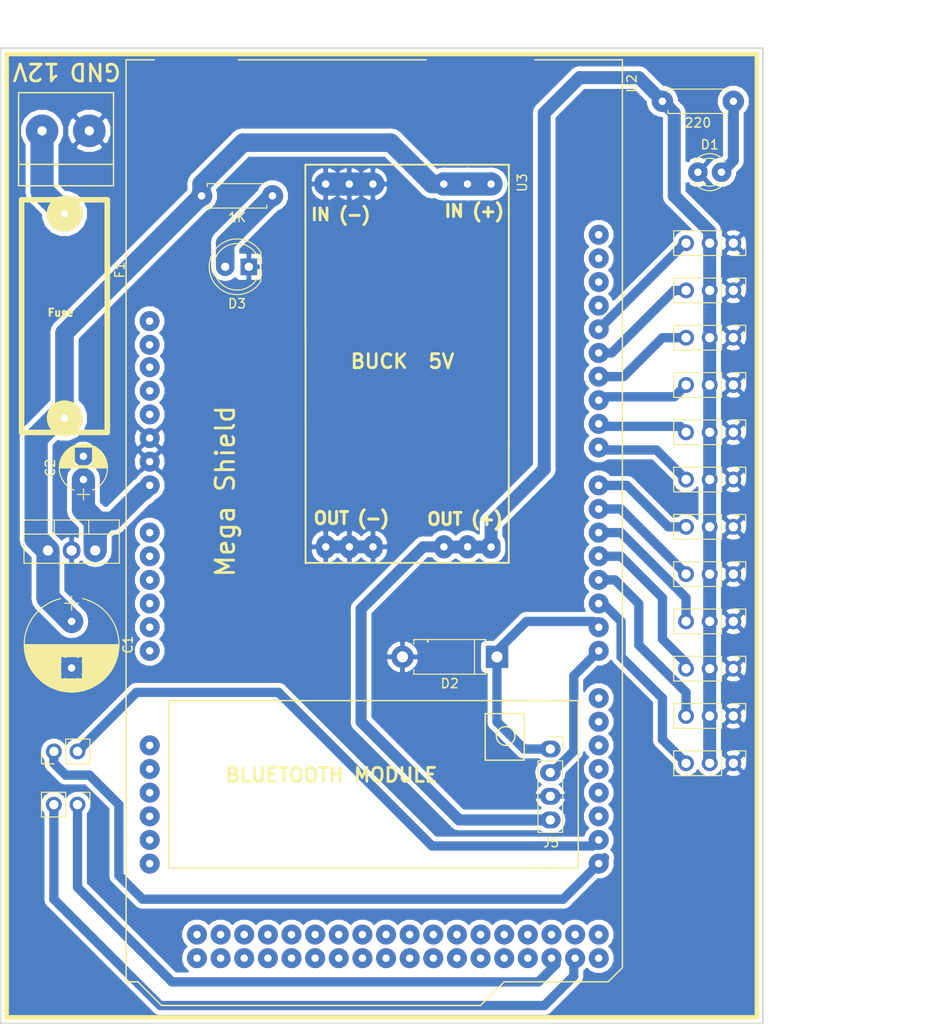
<source format=kicad_pcb>
(kicad_pcb (version 20171130) (host pcbnew "(5.0.2)-1")

  (general
    (thickness 1.6)
    (drawings 14)
    (tracks 132)
    (zones 0)
    (modules 27)
    (nets 81)
  )

  (page A4)
  (layers
    (0 F.Cu signal)
    (31 B.Cu signal)
    (32 B.Adhes user)
    (33 F.Adhes user)
    (34 B.Paste user)
    (35 F.Paste user)
    (36 B.SilkS user)
    (37 F.SilkS user)
    (38 B.Mask user)
    (39 F.Mask user)
    (40 Dwgs.User user)
    (41 Cmts.User user)
    (42 Eco1.User user)
    (43 Eco2.User user)
    (44 Edge.Cuts user)
    (45 Margin user)
    (46 B.CrtYd user)
    (47 F.CrtYd user)
    (48 B.Fab user)
    (49 F.Fab user)
  )

  (setup
    (last_trace_width 1.4)
    (user_trace_width 0.8)
    (user_trace_width 1)
    (user_trace_width 1.2)
    (user_trace_width 1.4)
    (user_trace_width 2)
    (user_trace_width 2.5)
    (user_trace_width 3)
    (trace_clearance 0.2)
    (zone_clearance 0.508)
    (zone_45_only no)
    (trace_min 0.2)
    (segment_width 0.2)
    (edge_width 0.15)
    (via_size 0.8)
    (via_drill 0.4)
    (via_min_size 0.4)
    (via_min_drill 0.3)
    (uvia_size 0.3)
    (uvia_drill 0.1)
    (uvias_allowed no)
    (uvia_min_size 0.2)
    (uvia_min_drill 0.1)
    (pcb_text_width 0.3)
    (pcb_text_size 1.5 1.5)
    (mod_edge_width 0.15)
    (mod_text_size 1 1)
    (mod_text_width 0.15)
    (pad_size 1.7 1.7)
    (pad_drill 1)
    (pad_to_mask_clearance 0.051)
    (solder_mask_min_width 0.25)
    (aux_axis_origin 0 0)
    (visible_elements 7FFFFFFF)
    (pcbplotparams
      (layerselection 0x010fc_ffffffff)
      (usegerberextensions false)
      (usegerberattributes false)
      (usegerberadvancedattributes false)
      (creategerberjobfile false)
      (excludeedgelayer true)
      (linewidth 0.100000)
      (plotframeref false)
      (viasonmask false)
      (mode 1)
      (useauxorigin false)
      (hpglpennumber 1)
      (hpglpenspeed 20)
      (hpglpendiameter 15.000000)
      (psnegative false)
      (psa4output false)
      (plotreference true)
      (plotvalue true)
      (plotinvisibletext false)
      (padsonsilk false)
      (subtractmaskfromsilk false)
      (outputformat 1)
      (mirror false)
      (drillshape 1)
      (scaleselection 1)
      (outputdirectory ""))
  )

  (net 0 "")
  (net 1 /12V)
  (net 2 GND)
  (net 3 "Net-(C2-Pad1)")
  (net 4 "Net-(D1-Pad2)")
  (net 5 "Net-(D2-Pad1)")
  (net 6 "Net-(D3-Pad2)")
  (net 7 "Net-(J1-Pad1)")
  (net 8 "Net-(J1-Pad2)")
  (net 9 "Net-(J4-Pad1)")
  (net 10 "Net-(J4-Pad2)")
  (net 11 "Net-(J5-Pad2)")
  (net 12 /5V)
  (net 13 "Net-(U2-Pad22)")
  (net 14 "Net-(U2-Pad53)")
  (net 15 "Net-(U2-Pad52)")
  (net 16 "Net-(U2-Pad51)")
  (net 17 "Net-(U2-Pad50)")
  (net 18 "Net-(U2-Pad49)")
  (net 19 "Net-(U2-Pad48)")
  (net 20 "Net-(U2-Pad47)")
  (net 21 "Net-(U2-Pad46)")
  (net 22 "Net-(U2-Pad45)")
  (net 23 "Net-(U2-Pad44)")
  (net 24 "Net-(U2-Pad43)")
  (net 25 "Net-(U2-Pad42)")
  (net 26 "Net-(U2-Pad41)")
  (net 27 "Net-(U2-Pad40)")
  (net 28 "Net-(U2-PadA0)")
  (net 29 "Net-(U2-Pad5V1)")
  (net 30 "Net-(U2-Pad3V3)")
  (net 31 "Net-(U2-PadRST1)")
  (net 32 "Net-(U2-Pad19)")
  (net 33 "Net-(U2-Pad18)")
  (net 34 "Net-(U2-Pad17)")
  (net 35 "Net-(U2-Pad16)")
  (net 36 "Net-(U2-Pad15)")
  (net 37 "Net-(U2-Pad14)")
  (net 38 "Net-(U2-PadGND5)")
  (net 39 "Net-(U2-PadSCL)")
  (net 40 "Net-(U2-PadSDA)")
  (net 41 "Net-(U2-PadAREF)")
  (net 42 "Net-(U2-PadA1)")
  (net 43 "Net-(U2-PadA2)")
  (net 44 "Net-(U2-PadA3)")
  (net 45 "Net-(U2-PadA4)")
  (net 46 "Net-(U2-PadA5)")
  (net 47 "Net-(U2-PadA8)")
  (net 48 "Net-(U2-PadA9)")
  (net 49 "Net-(U2-PadA10)")
  (net 50 "Net-(U2-PadA11)")
  (net 51 "Net-(U2-PadA12)")
  (net 52 "Net-(U2-PadA13)")
  (net 53 "Net-(U2-Pad24)")
  (net 54 "Net-(U2-Pad26)")
  (net 55 "Net-(U2-Pad27)")
  (net 56 "Net-(U2-Pad28)")
  (net 57 "Net-(U2-Pad29)")
  (net 58 "Net-(U2-Pad30)")
  (net 59 "Net-(U2-Pad31)")
  (net 60 "Net-(U2-Pad32)")
  (net 61 "Net-(U2-Pad33)")
  (net 62 "Net-(U2-Pad34)")
  (net 63 "Net-(U2-Pad35)")
  (net 64 "Net-(U2-Pad36)")
  (net 65 "Net-(U2-Pad37)")
  (net 66 "Net-(U2-Pad38)")
  (net 67 "Net-(U2-Pad39)")
  (net 68 "Net-(F1-Pad2)")
  (net 69 /2)
  (net 70 /3)
  (net 71 /4)
  (net 72 /5)
  (net 73 /6)
  (net 74 /7)
  (net 75 /8)
  (net 76 /9)
  (net 77 /10)
  (net 78 /11)
  (net 79 /12)
  (net 80 /1)

  (net_class Default "This is the default net class."
    (clearance 0.2)
    (trace_width 0.25)
    (via_dia 0.8)
    (via_drill 0.4)
    (uvia_dia 0.3)
    (uvia_drill 0.1)
    (add_net /1)
    (add_net /10)
    (add_net /11)
    (add_net /12)
    (add_net /12V)
    (add_net /2)
    (add_net /3)
    (add_net /4)
    (add_net /5)
    (add_net /5V)
    (add_net /6)
    (add_net /7)
    (add_net /8)
    (add_net /9)
    (add_net GND)
    (add_net "Net-(C2-Pad1)")
    (add_net "Net-(D1-Pad2)")
    (add_net "Net-(D2-Pad1)")
    (add_net "Net-(D3-Pad2)")
    (add_net "Net-(F1-Pad2)")
    (add_net "Net-(J1-Pad1)")
    (add_net "Net-(J1-Pad2)")
    (add_net "Net-(J4-Pad1)")
    (add_net "Net-(J4-Pad2)")
    (add_net "Net-(J5-Pad2)")
    (add_net "Net-(U2-Pad14)")
    (add_net "Net-(U2-Pad15)")
    (add_net "Net-(U2-Pad16)")
    (add_net "Net-(U2-Pad17)")
    (add_net "Net-(U2-Pad18)")
    (add_net "Net-(U2-Pad19)")
    (add_net "Net-(U2-Pad22)")
    (add_net "Net-(U2-Pad24)")
    (add_net "Net-(U2-Pad26)")
    (add_net "Net-(U2-Pad27)")
    (add_net "Net-(U2-Pad28)")
    (add_net "Net-(U2-Pad29)")
    (add_net "Net-(U2-Pad30)")
    (add_net "Net-(U2-Pad31)")
    (add_net "Net-(U2-Pad32)")
    (add_net "Net-(U2-Pad33)")
    (add_net "Net-(U2-Pad34)")
    (add_net "Net-(U2-Pad35)")
    (add_net "Net-(U2-Pad36)")
    (add_net "Net-(U2-Pad37)")
    (add_net "Net-(U2-Pad38)")
    (add_net "Net-(U2-Pad39)")
    (add_net "Net-(U2-Pad3V3)")
    (add_net "Net-(U2-Pad40)")
    (add_net "Net-(U2-Pad41)")
    (add_net "Net-(U2-Pad42)")
    (add_net "Net-(U2-Pad43)")
    (add_net "Net-(U2-Pad44)")
    (add_net "Net-(U2-Pad45)")
    (add_net "Net-(U2-Pad46)")
    (add_net "Net-(U2-Pad47)")
    (add_net "Net-(U2-Pad48)")
    (add_net "Net-(U2-Pad49)")
    (add_net "Net-(U2-Pad50)")
    (add_net "Net-(U2-Pad51)")
    (add_net "Net-(U2-Pad52)")
    (add_net "Net-(U2-Pad53)")
    (add_net "Net-(U2-Pad5V1)")
    (add_net "Net-(U2-PadA0)")
    (add_net "Net-(U2-PadA1)")
    (add_net "Net-(U2-PadA10)")
    (add_net "Net-(U2-PadA11)")
    (add_net "Net-(U2-PadA12)")
    (add_net "Net-(U2-PadA13)")
    (add_net "Net-(U2-PadA2)")
    (add_net "Net-(U2-PadA3)")
    (add_net "Net-(U2-PadA4)")
    (add_net "Net-(U2-PadA5)")
    (add_net "Net-(U2-PadA8)")
    (add_net "Net-(U2-PadA9)")
    (add_net "Net-(U2-PadAREF)")
    (add_net "Net-(U2-PadGND5)")
    (add_net "Net-(U2-PadRST1)")
    (add_net "Net-(U2-PadSCL)")
    (add_net "Net-(U2-PadSDA)")
  )

  (module modFiles:bluetooth (layer F.Cu) (tedit 5E0C02A3) (tstamp 5E188609)
    (at 156.21 132.08)
    (descr "Through hole straight pin header, 1x04, 2.54mm pitch, single row")
    (tags "Through hole pin header THT 1x04 2.54mm single row")
    (path /5E0ABF28)
    (fp_text reference J5 (at 7.084 7.252) (layer F.SilkS)
      (effects (font (size 1 1) (thickness 0.15)))
    )
    (fp_text value Conn_01x04_Female (at 7 7.15) (layer F.Fab)
      (effects (font (size 1 1) (thickness 0.15)))
    )
    (fp_line (start 7.635 -4.07) (end 5.73 -4.07) (layer F.Fab) (width 0.1))
    (fp_line (start 5.73 -4.07) (end 5.73 6.09) (layer F.Fab) (width 0.1))
    (fp_line (start 5.73 6.09) (end 8.27 6.09) (layer F.Fab) (width 0.1))
    (fp_line (start 8.27 6.09) (end 8.27 -3.435) (layer F.Fab) (width 0.1))
    (fp_line (start 8.27 -3.435) (end 7.635 -4.07) (layer F.Fab) (width 0.1))
    (fp_line (start 8.33 6.15) (end 5.67 6.15) (layer F.SilkS) (width 0.12))
    (fp_line (start 8.33 -1.53) (end 8.33 6.15) (layer F.SilkS) (width 0.12))
    (fp_line (start 5.67 -1.53) (end 5.67 6.15) (layer F.SilkS) (width 0.12))
    (fp_line (start 8.33 -1.53) (end 5.67 -1.53) (layer F.SilkS) (width 0.12))
    (fp_line (start 8.33 -2.8) (end 8.33 -4.13) (layer F.SilkS) (width 0.12))
    (fp_line (start 8.33 -4.13) (end 7 -4.13) (layer F.SilkS) (width 0.12))
    (fp_line (start 8.8 -4.6) (end 8.8 6.6) (layer F.CrtYd) (width 0.05))
    (fp_line (start 8.8 6.6) (end 5.2 6.6) (layer F.CrtYd) (width 0.05))
    (fp_line (start 5.2 6.6) (end 5.2 -4.6) (layer F.CrtYd) (width 0.05))
    (fp_line (start 5.2 -4.6) (end 8.8 -4.6) (layer F.CrtYd) (width 0.05))
    (fp_text user %R (at 7 1.01 90) (layer F.Fab)
      (effects (font (size 1 1) (thickness 0.15)))
    )
    (fp_line (start 7 -8) (end 4.6 -8) (layer F.SilkS) (width 0.15))
    (fp_line (start 7 10) (end 6 10) (layer F.SilkS) (width 0.15))
    (fp_line (start 10 10) (end -34 10) (layer F.SilkS) (width 0.15))
    (fp_line (start 10 -8) (end 10 10) (layer F.SilkS) (width 0.15))
    (fp_line (start -34 -8) (end 10 -8) (layer F.SilkS) (width 0.15))
    (fp_line (start -34 10) (end -34 -8) (layer F.SilkS) (width 0.15))
    (fp_line (start 0 -6.6) (end 4.2 -6.6) (layer F.SilkS) (width 0.15))
    (fp_line (start 0 -1.6) (end 0 -6.6) (layer F.SilkS) (width 0.15))
    (fp_line (start 4.2 -1.6) (end 0 -1.6) (layer F.SilkS) (width 0.15))
    (fp_line (start 4.2 -6.6) (end 4.2 -1.6) (layer F.SilkS) (width 0.15))
    (fp_circle (center 2.2 -4.2) (end 1.6 -3.4) (layer F.SilkS) (width 0.15))
    (pad 1 thru_hole oval (at 7 -2.8) (size 2.2 1.8) (drill 1) (layers *.Cu *.Mask)
      (net 5 "Net-(D2-Pad1)"))
    (pad 2 thru_hole oval (at 7 -0.26) (size 2.2 1.8) (drill 1) (layers *.Cu *.Mask)
      (net 11 "Net-(J5-Pad2)"))
    (pad 3 thru_hole oval (at 7 2.28) (size 2.2 1.8) (drill 1) (layers *.Cu *.Mask)
      (net 2 GND))
    (pad 4 thru_hole oval (at 7 4.82) (size 2.2 1.8) (drill 1) (layers *.Cu *.Mask)
      (net 12 /5V))
    (model ${KISYS3DMOD}/Pin_Headers.3dshapes/Pin_Header_Straight_1x04_Pitch2.54mm.wrl
      (offset (xyz 7 -1 0))
      (scale (xyz 1 1 1))
      (rotate (xyz 0 0 90))
    )
  )

  (module modFiles:Arduino_Mega2560_Shield (layer F.Cu) (tedit 5E0BF8B0) (tstamp 5E17B7F3)
    (at 162.56 82.55)
    (path /5E097112)
    (fp_text reference U2 (at 9.4107 -24.7777 270) (layer F.SilkS)
      (effects (font (size 1 1) (thickness 0.15)))
    )
    (fp_text value Arduino_Mega2560_Shield (at 9.6647 -16.6497 270) (layer F.Fab)
      (effects (font (size 1 1) (thickness 0.15)))
    )
    (fp_line (start -41.7703 -29.2227) (end -41.7703 -31.5087) (layer B.CrtYd) (width 0.15))
    (fp_line (start -41.7703 -31.5087) (end -32.8803 -31.5087) (layer B.CrtYd) (width 0.15))
    (fp_line (start -32.8803 -31.5087) (end -32.8803 -29.0957) (layer B.CrtYd) (width 0.15))
    (fp_line (start -1.1303 -19.6977) (end -12.5603 -19.6977) (layer B.CrtYd) (width 0.15))
    (fp_line (start -32.8803 -27.3177) (end -12.6873 -27.3177) (layer F.SilkS) (width 0.15))
    (fp_line (start -44.9453 -27.3177) (end -41.8973 -27.3177) (layer F.SilkS) (width 0.15))
    (fp_line (start 8.3947 -27.3177) (end -1.0033 -27.3177) (layer F.SilkS) (width 0.15))
    (fp_line (start -12.5603 -17.7927) (end -12.5603 -33.6677) (layer B.CrtYd) (width 0.15))
    (fp_line (start -1.1303 -17.7927) (end -1.1303 -33.6677) (layer B.CrtYd) (width 0.15))
    (fp_line (start -1.1303 -17.7927) (end -12.5603 -17.7927) (layer B.CrtYd) (width 0.15))
    (fp_line (start -1.1303 -33.6677) (end -12.5603 -33.6677) (layer B.CrtYd) (width 0.15))
    (fp_text user . (at -12.9413 35.1663 270) (layer F.SilkS)
      (effects (font (size 1 1) (thickness 0.15)))
    )
    (fp_line (start -32.8803 -15.8877) (end -41.7703 -15.8877) (layer B.CrtYd) (width 0.15))
    (fp_line (start -41.7703 -29.2227) (end -41.7703 -15.8877) (layer B.CrtYd) (width 0.15))
    (fp_line (start -32.8803 -29.2227) (end -41.7703 -29.2227) (layer B.CrtYd) (width 0.15))
    (fp_line (start -32.8803 -29.2227) (end -32.8803 -15.8877) (layer B.CrtYd) (width 0.15))
    (fp_line (start -4.3053 71.7423) (end 6.8707 71.7423) (layer F.SilkS) (width 0.15))
    (fp_line (start -6.8453 74.2823) (end -4.3053 71.7423) (layer F.SilkS) (width 0.15))
    (fp_line (start -41.1353 74.2823) (end -6.8453 74.2823) (layer F.SilkS) (width 0.15))
    (fp_line (start -43.6753 71.7423) (end -41.1353 74.2823) (layer F.SilkS) (width 0.15))
    (fp_line (start -44.9453 71.7423) (end -43.6753 71.7423) (layer F.SilkS) (width 0.15))
    (fp_line (start 8.3947 70.2183) (end 6.8707 71.7423) (layer F.SilkS) (width 0.15))
    (fp_line (start -44.9453 -27.3177) (end -44.9453 71.7423) (layer F.SilkS) (width 0.15))
    (fp_line (start 8.3947 -27.3177) (end 8.3947 70.2183) (layer F.SilkS) (width 0.15))
    (pad GND thru_hole circle (at -37.3253 66.6623 270) (size 2.15 2.15) (drill 0.8) (layers *.Cu *.Mask))
    (pad GND thru_hole circle (at -37.3253 69.2023 270) (size 2.15 2.15) (drill 0.8) (layers *.Cu *.Mask))
    (pad 23 thru_hole circle (at 3.3147 69.2023 270) (size 2.15 2.15) (drill 0.8) (layers *.Cu *.Mask)
      (net 8 "Net-(J1-Pad2)"))
    (pad 22 thru_hole circle (at 3.3147 66.6623 270) (size 2.15 2.15) (drill 0.8) (layers *.Cu *.Mask)
      (net 13 "Net-(U2-Pad22)"))
    (pad VCC thru_hole circle (at 5.8547 69.2023 270) (size 2.15 2.15) (drill 0.8) (layers *.Cu *.Mask))
    (pad VCC thru_hole circle (at 5.8547 66.6623 270) (size 2.15 2.15) (drill 0.8) (layers *.Cu *.Mask))
    (pad 53 thru_hole circle (at -34.7853 69.2023 270) (size 2.15 2.15) (drill 0.8) (layers *.Cu *.Mask)
      (net 14 "Net-(U2-Pad53)"))
    (pad 52 thru_hole circle (at -34.7853 66.6623 270) (size 2.15 2.15) (drill 0.8) (layers *.Cu *.Mask)
      (net 15 "Net-(U2-Pad52)"))
    (pad 51 thru_hole circle (at -32.2453 69.2023 270) (size 2.15 2.15) (drill 0.8) (layers *.Cu *.Mask)
      (net 16 "Net-(U2-Pad51)"))
    (pad 50 thru_hole circle (at -32.2453 66.6623 270) (size 2.15 2.15) (drill 0.8) (layers *.Cu *.Mask)
      (net 17 "Net-(U2-Pad50)"))
    (pad 49 thru_hole circle (at -29.7053 69.2023 270) (size 2.15 2.15) (drill 0.8) (layers *.Cu *.Mask)
      (net 18 "Net-(U2-Pad49)"))
    (pad 48 thru_hole circle (at -29.7053 66.6623 270) (size 2.15 2.15) (drill 0.8) (layers *.Cu *.Mask)
      (net 19 "Net-(U2-Pad48)"))
    (pad 47 thru_hole circle (at -27.1653 69.2023 270) (size 2.15 2.15) (drill 0.8) (layers *.Cu *.Mask)
      (net 20 "Net-(U2-Pad47)"))
    (pad 46 thru_hole circle (at -27.1653 66.6623 270) (size 2.15 2.15) (drill 0.8) (layers *.Cu *.Mask)
      (net 21 "Net-(U2-Pad46)"))
    (pad 45 thru_hole circle (at -24.6253 69.2023 270) (size 2.15 2.15) (drill 0.8) (layers *.Cu *.Mask)
      (net 22 "Net-(U2-Pad45)"))
    (pad 44 thru_hole circle (at -24.6253 66.6623 270) (size 2.15 2.15) (drill 0.8) (layers *.Cu *.Mask)
      (net 23 "Net-(U2-Pad44)"))
    (pad 43 thru_hole circle (at -22.0853 69.2023 270) (size 2.15 2.15) (drill 0.8) (layers *.Cu *.Mask)
      (net 24 "Net-(U2-Pad43)"))
    (pad 42 thru_hole circle (at -22.0853 66.6623 270) (size 2.15 2.15) (drill 0.8) (layers *.Cu *.Mask)
      (net 25 "Net-(U2-Pad42)"))
    (pad 41 thru_hole circle (at -19.5453 69.2023 270) (size 2.15 2.15) (drill 0.8) (layers *.Cu *.Mask)
      (net 26 "Net-(U2-Pad41)"))
    (pad 40 thru_hole circle (at -19.5453 66.6623 270) (size 2.15 2.15) (drill 0.8) (layers *.Cu *.Mask)
      (net 27 "Net-(U2-Pad40)"))
    (pad A0 thru_hole circle (at -42.4053 23.4823 270) (size 2.15 2.15) (drill 0.8) (layers *.Cu *.Mask)
      (net 28 "Net-(U2-PadA0)"))
    (pad VIN thru_hole circle (at -42.4053 18.4023 270) (size 2.15 2.15) (drill 0.8) (layers *.Cu *.Mask)
      (net 3 "Net-(C2-Pad1)"))
    (pad GND2 thru_hole circle (at -42.4053 15.8623 270) (size 2.15 2.15) (drill 0.8) (layers *.Cu *.Mask)
      (net 2 GND))
    (pad GND1 thru_hole circle (at -42.4053 13.3223 270) (size 2.15 2.15) (drill 0.8) (layers *.Cu *.Mask)
      (net 2 GND))
    (pad 5V1 thru_hole circle (at -42.4053 10.7823 270) (size 2.15 2.15) (drill 0.8) (layers *.Cu *.Mask)
      (net 29 "Net-(U2-Pad5V1)"))
    (pad 3V3 thru_hole circle (at -42.4053 8.2423 270) (size 2.15 2.15) (drill 0.8) (layers *.Cu *.Mask)
      (net 30 "Net-(U2-Pad3V3)"))
    (pad RST1 thru_hole circle (at -42.4053 5.7023 270) (size 2.15 2.15) (drill 0.8) (layers *.Cu *.Mask)
      (net 31 "Net-(U2-PadRST1)"))
    (pad 21 thru_hole circle (at 5.8547 59.0423 270) (size 2.15 2.15) (drill 0.8) (layers *.Cu *.Mask)
      (net 9 "Net-(J4-Pad1)"))
    (pad 20 thru_hole circle (at 5.8547 56.5023 270) (size 2.15 2.15) (drill 0.8) (layers *.Cu *.Mask)
      (net 10 "Net-(J4-Pad2)"))
    (pad 19 thru_hole circle (at 5.8547 53.9623 270) (size 2.15 2.15) (drill 0.8) (layers *.Cu *.Mask)
      (net 32 "Net-(U2-Pad19)"))
    (pad 18 thru_hole circle (at 5.8547 51.4223 270) (size 2.15 2.15) (drill 0.8) (layers *.Cu *.Mask)
      (net 33 "Net-(U2-Pad18)"))
    (pad 17 thru_hole circle (at 5.8547 48.8823 270) (size 2.15 2.15) (drill 0.8) (layers *.Cu *.Mask)
      (net 34 "Net-(U2-Pad17)"))
    (pad 16 thru_hole circle (at 5.8547 46.3423 270) (size 2.15 2.15) (drill 0.8) (layers *.Cu *.Mask)
      (net 35 "Net-(U2-Pad16)"))
    (pad 15 thru_hole circle (at 5.8547 43.8023 270) (size 2.15 2.15) (drill 0.8) (layers *.Cu *.Mask)
      (net 36 "Net-(U2-Pad15)"))
    (pad 14 thru_hole circle (at 5.8547 41.2623 270) (size 2.15 2.15) (drill 0.8) (layers *.Cu *.Mask)
      (net 37 "Net-(U2-Pad14)"))
    (pad 0 thru_hole circle (at 5.8547 36.1823 270) (size 2.15 2.15) (drill 0.8) (layers *.Cu *.Mask)
      (net 11 "Net-(J5-Pad2)"))
    (pad 1 thru_hole circle (at 5.8547 33.6423 270) (size 2.15 2.15) (drill 0.8) (layers *.Cu *.Mask)
      (net 5 "Net-(D2-Pad1)"))
    (pad 2 thru_hole circle (at 5.8547 31.1023 270) (size 2.15 2.15) (drill 0.8) (layers *.Cu *.Mask)
      (net 79 /12))
    (pad 3 thru_hole circle (at 5.8547 28.5623 270) (size 2.15 2.15) (drill 0.8) (layers *.Cu *.Mask)
      (net 78 /11))
    (pad 4 thru_hole circle (at 5.8547 26.0223 270) (size 2.15 2.15) (drill 0.8) (layers *.Cu *.Mask)
      (net 77 /10))
    (pad 5 thru_hole circle (at 5.8547 23.4823 270) (size 2.15 2.15) (drill 0.8) (layers *.Cu *.Mask)
      (net 76 /9))
    (pad 6 thru_hole circle (at 5.8547 20.9423 270) (size 2.15 2.15) (drill 0.8) (layers *.Cu *.Mask)
      (net 75 /8))
    (pad 7 thru_hole circle (at 5.8547 18.4023 270) (size 2.15 2.15) (drill 0.8) (layers *.Cu *.Mask)
      (net 74 /7))
    (pad GND5 thru_hole circle (at 5.8547 -0.9017 270) (size 2.15 2.15) (drill 0.8) (layers *.Cu *.Mask)
      (net 38 "Net-(U2-PadGND5)"))
    (pad 8 thru_hole circle (at 5.8547 14.3383 270) (size 2.15 2.15) (drill 0.8) (layers *.Cu *.Mask)
      (net 73 /6))
    (pad 9 thru_hole circle (at 5.8547 11.7983 270) (size 2.15 2.15) (drill 0.8) (layers *.Cu *.Mask)
      (net 72 /5))
    (pad 10 thru_hole circle (at 5.8547 9.2583 270) (size 2.15 2.15) (drill 0.8) (layers *.Cu *.Mask)
      (net 71 /4))
    (pad SCL thru_hole circle (at 5.8547 -8.5217 270) (size 2.15 2.15) (drill 0.8) (layers *.Cu *.Mask)
      (net 39 "Net-(U2-PadSCL)"))
    (pad SDA thru_hole circle (at 5.8547 -5.9817 270) (size 2.15 2.15) (drill 0.8) (layers *.Cu *.Mask)
      (net 40 "Net-(U2-PadSDA)"))
    (pad AREF thru_hole circle (at 5.8547 -3.4417 270) (size 2.15 2.15) (drill 0.8) (layers *.Cu *.Mask)
      (net 41 "Net-(U2-PadAREF)"))
    (pad 13 thru_hole circle (at 5.8547 1.6383 270) (size 2.15 2.15) (drill 0.8) (layers *.Cu *.Mask)
      (net 80 /1))
    (pad 12 thru_hole circle (at 5.8547 4.1783 270) (size 2.15 2.15) (drill 0.8) (layers *.Cu *.Mask)
      (net 69 /2))
    (pad 11 thru_hole circle (at 5.8547 6.7183 270) (size 2.15 2.15) (drill 0.8) (layers *.Cu *.Mask)
      (net 70 /3))
    (pad A1 thru_hole circle (at -42.4053 26.0223 270) (size 2.15 2.15) (drill 0.8) (layers *.Cu *.Mask)
      (net 42 "Net-(U2-PadA1)"))
    (pad A2 thru_hole circle (at -42.4053 28.5623 270) (size 2.15 2.15) (drill 0.8) (layers *.Cu *.Mask)
      (net 43 "Net-(U2-PadA2)"))
    (pad A3 thru_hole circle (at -42.4053 31.1023 270) (size 2.15 2.15) (drill 0.8) (layers *.Cu *.Mask)
      (net 44 "Net-(U2-PadA3)"))
    (pad A4 thru_hole circle (at -42.4053 33.6423 270) (size 2.15 2.15) (drill 0.8) (layers *.Cu *.Mask)
      (net 45 "Net-(U2-PadA4)"))
    (pad A5 thru_hole circle (at -42.4053 36.1823 270) (size 2.15 2.15) (drill 0.8) (layers *.Cu *.Mask)
      (net 46 "Net-(U2-PadA5)"))
    (pad A8 thru_hole circle (at -42.4053 46.3423 270) (size 2.15 2.15) (drill 0.8) (layers *.Cu *.Mask)
      (net 47 "Net-(U2-PadA8)"))
    (pad A9 thru_hole circle (at -42.4053 48.8823 270) (size 2.15 2.15) (drill 0.8) (layers *.Cu *.Mask)
      (net 48 "Net-(U2-PadA9)"))
    (pad A10 thru_hole circle (at -42.4053 51.4223 270) (size 2.15 2.15) (drill 0.8) (layers *.Cu *.Mask)
      (net 49 "Net-(U2-PadA10)"))
    (pad A11 thru_hole circle (at -42.4053 53.9623 270) (size 2.15 2.15) (drill 0.8) (layers *.Cu *.Mask)
      (net 50 "Net-(U2-PadA11)"))
    (pad A12 thru_hole circle (at -42.4053 56.5023 270) (size 2.15 2.15) (drill 0.8) (layers *.Cu *.Mask)
      (net 51 "Net-(U2-PadA12)"))
    (pad A13 thru_hole circle (at -42.4053 59.0423 270) (size 2.15 2.15) (drill 0.8) (layers *.Cu *.Mask)
      (net 52 "Net-(U2-PadA13)"))
    (pad 24 thru_hole circle (at 0.7747 66.6623 270) (size 2.15 2.15) (drill 0.8) (layers *.Cu *.Mask)
      (net 53 "Net-(U2-Pad24)"))
    (pad 25 thru_hole circle (at 0.7747 69.2023 270) (size 2.15 2.15) (drill 0.8) (layers *.Cu *.Mask)
      (net 7 "Net-(J1-Pad1)"))
    (pad 26 thru_hole circle (at -1.7653 66.6623 270) (size 2.15 2.15) (drill 0.8) (layers *.Cu *.Mask)
      (net 54 "Net-(U2-Pad26)"))
    (pad 27 thru_hole circle (at -1.7653 69.2023 270) (size 2.15 2.15) (drill 0.8) (layers *.Cu *.Mask)
      (net 55 "Net-(U2-Pad27)"))
    (pad 28 thru_hole circle (at -4.3053 66.6623 270) (size 2.15 2.15) (drill 0.8) (layers *.Cu *.Mask)
      (net 56 "Net-(U2-Pad28)"))
    (pad 29 thru_hole circle (at -4.3053 69.2023 270) (size 2.15 2.15) (drill 0.8) (layers *.Cu *.Mask)
      (net 57 "Net-(U2-Pad29)"))
    (pad 30 thru_hole circle (at -6.8453 66.6623 270) (size 2.15 2.15) (drill 0.8) (layers *.Cu *.Mask)
      (net 58 "Net-(U2-Pad30)"))
    (pad 31 thru_hole circle (at -6.8453 69.2023 270) (size 2.15 2.15) (drill 0.8) (layers *.Cu *.Mask)
      (net 59 "Net-(U2-Pad31)"))
    (pad 32 thru_hole circle (at -9.3853 66.6623 270) (size 2.15 2.15) (drill 0.8) (layers *.Cu *.Mask)
      (net 60 "Net-(U2-Pad32)"))
    (pad 33 thru_hole circle (at -9.3853 69.2023 270) (size 2.15 2.15) (drill 0.8) (layers *.Cu *.Mask)
      (net 61 "Net-(U2-Pad33)"))
    (pad 34 thru_hole circle (at -11.9253 66.6623 270) (size 2.15 2.15) (drill 0.8) (layers *.Cu *.Mask)
      (net 62 "Net-(U2-Pad34)"))
    (pad 35 thru_hole circle (at -11.9253 69.2023 270) (size 2.15 2.15) (drill 0.8) (layers *.Cu *.Mask)
      (net 63 "Net-(U2-Pad35)"))
    (pad 36 thru_hole circle (at -14.4653 66.6623 270) (size 2.15 2.15) (drill 0.8) (layers *.Cu *.Mask)
      (net 64 "Net-(U2-Pad36)"))
    (pad 37 thru_hole circle (at -14.4653 69.2023 270) (size 2.15 2.15) (drill 0.8) (layers *.Cu *.Mask)
      (net 65 "Net-(U2-Pad37)"))
    (pad 38 thru_hole circle (at -17.0053 66.6623 270) (size 2.15 2.15) (drill 0.8) (layers *.Cu *.Mask)
      (net 66 "Net-(U2-Pad38)"))
    (pad 39 thru_hole circle (at -17.0053 69.2023 270) (size 2.15 2.15) (drill 0.8) (layers *.Cu *.Mask)
      (net 67 "Net-(U2-Pad39)"))
    (pad IORE thru_hole circle (at -42.418 3.302 270) (size 2.15 2.15) (drill 0.8) (layers *.Cu *.Mask))
    (pad NC thru_hole circle (at -42.418 0.762 270) (size 2.15 2.15) (drill 0.8) (layers *.Cu *.Mask))
    (model _3D/Used/arduino_mega_header.wrl
      (offset (xyz -18.28799972534179 -22.07259966850281 0))
      (scale (xyz 1 1 1))
      (rotate (xyz 0 0 90))
    )
  )

  (module modFiles:Buck_Regulator (layer F.Cu) (tedit 5E0BF447) (tstamp 5E17B813)
    (at 156.845 68.58 270)
    (descr "Through hole straight pin header, 1x16, 2.54mm pitch, single row")
    (tags "Through hole pin header THT 1x16 2.54mm single row")
    (path /5E0AC1DA)
    (fp_text reference U3 (at -0.14 -3.35 270) (layer F.SilkS)
      (effects (font (size 1 1) (thickness 0.15)))
    )
    (fp_text value Buck (at 3.1 -3.425 270) (layer F.Fab)
      (effects (font (size 1 1) (thickness 0.15)))
    )
    (fp_text user "OUT (-)" (at 35.9 15) (layer F.SilkS)
      (effects (font (size 1.3 1.3) (thickness 0.325)))
    )
    (fp_text user "OUT (+)" (at 36 2.8) (layer F.SilkS)
      (effects (font (size 1.3 1.3) (thickness 0.325)))
    )
    (fp_text user "IN (-)" (at 3.275 16.15) (layer F.SilkS)
      (effects (font (size 1.3 1.3) (thickness 0.3)))
    )
    (fp_text user "IN (+)" (at 2.9 1.8) (layer F.SilkS)
      (effects (font (size 1.3 1.3) (thickness 0.325)))
    )
    (fp_line (start 27.87 19.94) (end 40.74 19.94) (layer F.SilkS) (width 0.2))
    (fp_line (start 27.8 -1.9) (end 40.7 -1.9) (layer F.SilkS) (width 0.2))
    (fp_line (start 40.7 -1.9) (end 40.7 19.9) (layer F.SilkS) (width 0.2))
    (fp_line (start 27.7 -1.9) (end 27.9 -1.9) (layer F.SilkS) (width 0.2))
    (fp_line (start -2.08 19.96) (end 27.91 19.94) (layer F.SilkS) (width 0.2))
    (fp_line (start -2.1 -1.91) (end 27.74 -1.91) (layer F.SilkS) (width 0.2))
    (fp_line (start -2.07 -0.93) (end -2.07 -1.92) (layer F.SilkS) (width 0.2))
    (fp_line (start -2.08 -0.9) (end -2.08 19.9) (layer F.SilkS) (width 0.2))
    (pad 1 thru_hole oval (at 0 0 270) (size 2.5 2.05) (drill 0.8) (layers *.Cu *.Mask)
      (net 1 /12V))
    (pad 1 thru_hole oval (at 0 2.54 270) (size 2.5 2.05) (drill 0.8) (layers *.Cu *.Mask)
      (net 1 /12V))
    (pad 1 thru_hole oval (at 0 5.08 270) (size 2.5 2.05) (drill 0.8) (layers *.Cu *.Mask)
      (net 1 /12V))
    (pad 2 thru_hole oval (at 0 12.7 270) (size 2.5 2.05) (drill 0.8) (layers *.Cu *.Mask)
      (net 2 GND))
    (pad 2 thru_hole oval (at 0 15.24 270) (size 2.5 2.05) (drill 0.8) (layers *.Cu *.Mask)
      (net 2 GND))
    (pad 2 thru_hole oval (at 0 17.78 270) (size 2.5 2.05) (drill 0.8) (layers *.Cu *.Mask)
      (net 2 GND))
    (pad 4 thru_hole oval (at 39 0 270) (size 2.5 2.05) (drill 0.8) (layers *.Cu *.Mask)
      (net 12 /5V))
    (pad 4 thru_hole oval (at 38.98 2.53 270) (size 2.5 2.05) (drill 0.8) (layers *.Cu *.Mask)
      (net 12 /5V))
    (pad 4 thru_hole oval (at 38.98 5.07 270) (size 2.5 2.05) (drill 0.8) (layers *.Cu *.Mask)
      (net 12 /5V))
    (pad 3 thru_hole oval (at 38.98 12.69 270) (size 2.5 2.05) (drill 0.8) (layers *.Cu *.Mask)
      (net 2 GND))
    (pad 3 thru_hole oval (at 38.98 15.23 270) (size 2.5 2.05) (drill 0.8) (layers *.Cu *.Mask)
      (net 2 GND))
    (pad 3 thru_hole oval (at 38.98 17.77 270) (size 2.5 2.05) (drill 0.8) (layers *.Cu *.Mask)
      (net 2 GND))
    (model Pin_Headers.3dshapes/Pin_Header_Straight_1x08_Pitch2.54mm.wrl
      (offset (xyz 0 -8.889999866485596 0))
      (scale (xyz 1 1 1))
      (rotate (xyz 0 0 90))
    )
    (model Pin_Headers.3dshapes/Pin_Header_Straight_1x08_Pitch2.54mm.wrl
      (offset (xyz 38.73499941825867 -8.889999866485596 0))
      (scale (xyz 1 1 1))
      (rotate (xyz 0 0 90))
    )
  )

  (module modFiles:Capacitor_1000uF (layer F.Cu) (tedit 5ADE21A3) (tstamp 5E17B5BE)
    (at 111.76 115.57 270)
    (descr "CP, Radial series, Radial, pin pitch=5.00mm, , diameter=10mm, Electrolytic Capacitor")
    (tags "CP Radial series Radial pin pitch 5.00mm  diameter 10mm Electrolytic Capacitor")
    (path /5E097777)
    (fp_text reference C1 (at 2.5 -6.06 270) (layer F.SilkS)
      (effects (font (size 1 1) (thickness 0.15)))
    )
    (fp_text value CP (at 2.5 6.06 270) (layer F.Fab)
      (effects (font (size 1 1) (thickness 0.15)))
    )
    (fp_arc (start 2.5 0) (end -2.451333 -1.18) (angle 153.2) (layer F.SilkS) (width 0.12))
    (fp_arc (start 2.5 0) (end -2.451333 1.18) (angle -153.2) (layer F.SilkS) (width 0.12))
    (fp_arc (start 2.5 0) (end 7.451333 -1.18) (angle 26.8) (layer F.SilkS) (width 0.12))
    (fp_circle (center 2.5 0) (end 7.5 0) (layer F.Fab) (width 0.1))
    (fp_line (start -2.7 0) (end -1.2 0) (layer F.Fab) (width 0.1))
    (fp_line (start -1.95 -0.75) (end -1.95 0.75) (layer F.Fab) (width 0.1))
    (fp_line (start 2.5 -5.05) (end 2.5 5.05) (layer F.SilkS) (width 0.12))
    (fp_line (start 2.54 -5.05) (end 2.54 5.05) (layer F.SilkS) (width 0.12))
    (fp_line (start 2.58 -5.05) (end 2.58 5.05) (layer F.SilkS) (width 0.12))
    (fp_line (start 2.62 -5.049) (end 2.62 5.049) (layer F.SilkS) (width 0.12))
    (fp_line (start 2.66 -5.048) (end 2.66 5.048) (layer F.SilkS) (width 0.12))
    (fp_line (start 2.7 -5.047) (end 2.7 5.047) (layer F.SilkS) (width 0.12))
    (fp_line (start 2.74 -5.045) (end 2.74 5.045) (layer F.SilkS) (width 0.12))
    (fp_line (start 2.78 -5.043) (end 2.78 5.043) (layer F.SilkS) (width 0.12))
    (fp_line (start 2.82 -5.04) (end 2.82 5.04) (layer F.SilkS) (width 0.12))
    (fp_line (start 2.86 -5.038) (end 2.86 5.038) (layer F.SilkS) (width 0.12))
    (fp_line (start 2.9 -5.035) (end 2.9 5.035) (layer F.SilkS) (width 0.12))
    (fp_line (start 2.94 -5.031) (end 2.94 5.031) (layer F.SilkS) (width 0.12))
    (fp_line (start 2.98 -5.028) (end 2.98 5.028) (layer F.SilkS) (width 0.12))
    (fp_line (start 3.02 -5.024) (end 3.02 5.024) (layer F.SilkS) (width 0.12))
    (fp_line (start 3.06 -5.02) (end 3.06 5.02) (layer F.SilkS) (width 0.12))
    (fp_line (start 3.1 -5.015) (end 3.1 5.015) (layer F.SilkS) (width 0.12))
    (fp_line (start 3.14 -5.01) (end 3.14 5.01) (layer F.SilkS) (width 0.12))
    (fp_line (start 3.18 -5.005) (end 3.18 5.005) (layer F.SilkS) (width 0.12))
    (fp_line (start 3.221 -4.999) (end 3.221 4.999) (layer F.SilkS) (width 0.12))
    (fp_line (start 3.261 -4.993) (end 3.261 4.993) (layer F.SilkS) (width 0.12))
    (fp_line (start 3.301 -4.987) (end 3.301 4.987) (layer F.SilkS) (width 0.12))
    (fp_line (start 3.341 -4.981) (end 3.341 4.981) (layer F.SilkS) (width 0.12))
    (fp_line (start 3.381 -4.974) (end 3.381 4.974) (layer F.SilkS) (width 0.12))
    (fp_line (start 3.421 -4.967) (end 3.421 4.967) (layer F.SilkS) (width 0.12))
    (fp_line (start 3.461 -4.959) (end 3.461 4.959) (layer F.SilkS) (width 0.12))
    (fp_line (start 3.501 -4.951) (end 3.501 4.951) (layer F.SilkS) (width 0.12))
    (fp_line (start 3.541 -4.943) (end 3.541 4.943) (layer F.SilkS) (width 0.12))
    (fp_line (start 3.581 -4.935) (end 3.581 4.935) (layer F.SilkS) (width 0.12))
    (fp_line (start 3.621 -4.926) (end 3.621 4.926) (layer F.SilkS) (width 0.12))
    (fp_line (start 3.661 -4.917) (end 3.661 4.917) (layer F.SilkS) (width 0.12))
    (fp_line (start 3.701 -4.907) (end 3.701 4.907) (layer F.SilkS) (width 0.12))
    (fp_line (start 3.741 -4.897) (end 3.741 4.897) (layer F.SilkS) (width 0.12))
    (fp_line (start 3.781 -4.887) (end 3.781 4.887) (layer F.SilkS) (width 0.12))
    (fp_line (start 3.821 -4.876) (end 3.821 -1.181) (layer F.SilkS) (width 0.12))
    (fp_line (start 3.821 1.181) (end 3.821 4.876) (layer F.SilkS) (width 0.12))
    (fp_line (start 3.861 -4.865) (end 3.861 -1.181) (layer F.SilkS) (width 0.12))
    (fp_line (start 3.861 1.181) (end 3.861 4.865) (layer F.SilkS) (width 0.12))
    (fp_line (start 3.901 -4.854) (end 3.901 -1.181) (layer F.SilkS) (width 0.12))
    (fp_line (start 3.901 1.181) (end 3.901 4.854) (layer F.SilkS) (width 0.12))
    (fp_line (start 3.941 -4.843) (end 3.941 -1.181) (layer F.SilkS) (width 0.12))
    (fp_line (start 3.941 1.181) (end 3.941 4.843) (layer F.SilkS) (width 0.12))
    (fp_line (start 3.981 -4.831) (end 3.981 -1.181) (layer F.SilkS) (width 0.12))
    (fp_line (start 3.981 1.181) (end 3.981 4.831) (layer F.SilkS) (width 0.12))
    (fp_line (start 4.021 -4.818) (end 4.021 -1.181) (layer F.SilkS) (width 0.12))
    (fp_line (start 4.021 1.181) (end 4.021 4.818) (layer F.SilkS) (width 0.12))
    (fp_line (start 4.061 -4.806) (end 4.061 -1.181) (layer F.SilkS) (width 0.12))
    (fp_line (start 4.061 1.181) (end 4.061 4.806) (layer F.SilkS) (width 0.12))
    (fp_line (start 4.101 -4.792) (end 4.101 -1.181) (layer F.SilkS) (width 0.12))
    (fp_line (start 4.101 1.181) (end 4.101 4.792) (layer F.SilkS) (width 0.12))
    (fp_line (start 4.141 -4.779) (end 4.141 -1.181) (layer F.SilkS) (width 0.12))
    (fp_line (start 4.141 1.181) (end 4.141 4.779) (layer F.SilkS) (width 0.12))
    (fp_line (start 4.181 -4.765) (end 4.181 -1.181) (layer F.SilkS) (width 0.12))
    (fp_line (start 4.181 1.181) (end 4.181 4.765) (layer F.SilkS) (width 0.12))
    (fp_line (start 4.221 -4.751) (end 4.221 -1.181) (layer F.SilkS) (width 0.12))
    (fp_line (start 4.221 1.181) (end 4.221 4.751) (layer F.SilkS) (width 0.12))
    (fp_line (start 4.261 -4.737) (end 4.261 -1.181) (layer F.SilkS) (width 0.12))
    (fp_line (start 4.261 1.181) (end 4.261 4.737) (layer F.SilkS) (width 0.12))
    (fp_line (start 4.301 -4.722) (end 4.301 -1.181) (layer F.SilkS) (width 0.12))
    (fp_line (start 4.301 1.181) (end 4.301 4.722) (layer F.SilkS) (width 0.12))
    (fp_line (start 4.341 -4.706) (end 4.341 -1.181) (layer F.SilkS) (width 0.12))
    (fp_line (start 4.341 1.181) (end 4.341 4.706) (layer F.SilkS) (width 0.12))
    (fp_line (start 4.381 -4.691) (end 4.381 -1.181) (layer F.SilkS) (width 0.12))
    (fp_line (start 4.381 1.181) (end 4.381 4.691) (layer F.SilkS) (width 0.12))
    (fp_line (start 4.421 -4.674) (end 4.421 -1.181) (layer F.SilkS) (width 0.12))
    (fp_line (start 4.421 1.181) (end 4.421 4.674) (layer F.SilkS) (width 0.12))
    (fp_line (start 4.461 -4.658) (end 4.461 -1.181) (layer F.SilkS) (width 0.12))
    (fp_line (start 4.461 1.181) (end 4.461 4.658) (layer F.SilkS) (width 0.12))
    (fp_line (start 4.501 -4.641) (end 4.501 -1.181) (layer F.SilkS) (width 0.12))
    (fp_line (start 4.501 1.181) (end 4.501 4.641) (layer F.SilkS) (width 0.12))
    (fp_line (start 4.541 -4.624) (end 4.541 -1.181) (layer F.SilkS) (width 0.12))
    (fp_line (start 4.541 1.181) (end 4.541 4.624) (layer F.SilkS) (width 0.12))
    (fp_line (start 4.581 -4.606) (end 4.581 -1.181) (layer F.SilkS) (width 0.12))
    (fp_line (start 4.581 1.181) (end 4.581 4.606) (layer F.SilkS) (width 0.12))
    (fp_line (start 4.621 -4.588) (end 4.621 -1.181) (layer F.SilkS) (width 0.12))
    (fp_line (start 4.621 1.181) (end 4.621 4.588) (layer F.SilkS) (width 0.12))
    (fp_line (start 4.661 -4.569) (end 4.661 -1.181) (layer F.SilkS) (width 0.12))
    (fp_line (start 4.661 1.181) (end 4.661 4.569) (layer F.SilkS) (width 0.12))
    (fp_line (start 4.701 -4.55) (end 4.701 -1.181) (layer F.SilkS) (width 0.12))
    (fp_line (start 4.701 1.181) (end 4.701 4.55) (layer F.SilkS) (width 0.12))
    (fp_line (start 4.741 -4.531) (end 4.741 -1.181) (layer F.SilkS) (width 0.12))
    (fp_line (start 4.741 1.181) (end 4.741 4.531) (layer F.SilkS) (width 0.12))
    (fp_line (start 4.781 -4.511) (end 4.781 -1.181) (layer F.SilkS) (width 0.12))
    (fp_line (start 4.781 1.181) (end 4.781 4.511) (layer F.SilkS) (width 0.12))
    (fp_line (start 4.821 -4.491) (end 4.821 -1.181) (layer F.SilkS) (width 0.12))
    (fp_line (start 4.821 1.181) (end 4.821 4.491) (layer F.SilkS) (width 0.12))
    (fp_line (start 4.861 -4.47) (end 4.861 -1.181) (layer F.SilkS) (width 0.12))
    (fp_line (start 4.861 1.181) (end 4.861 4.47) (layer F.SilkS) (width 0.12))
    (fp_line (start 4.901 -4.449) (end 4.901 -1.181) (layer F.SilkS) (width 0.12))
    (fp_line (start 4.901 1.181) (end 4.901 4.449) (layer F.SilkS) (width 0.12))
    (fp_line (start 4.941 -4.428) (end 4.941 -1.181) (layer F.SilkS) (width 0.12))
    (fp_line (start 4.941 1.181) (end 4.941 4.428) (layer F.SilkS) (width 0.12))
    (fp_line (start 4.981 -4.405) (end 4.981 -1.181) (layer F.SilkS) (width 0.12))
    (fp_line (start 4.981 1.181) (end 4.981 4.405) (layer F.SilkS) (width 0.12))
    (fp_line (start 5.021 -4.383) (end 5.021 -1.181) (layer F.SilkS) (width 0.12))
    (fp_line (start 5.021 1.181) (end 5.021 4.383) (layer F.SilkS) (width 0.12))
    (fp_line (start 5.061 -4.36) (end 5.061 -1.181) (layer F.SilkS) (width 0.12))
    (fp_line (start 5.061 1.181) (end 5.061 4.36) (layer F.SilkS) (width 0.12))
    (fp_line (start 5.101 -4.336) (end 5.101 -1.181) (layer F.SilkS) (width 0.12))
    (fp_line (start 5.101 1.181) (end 5.101 4.336) (layer F.SilkS) (width 0.12))
    (fp_line (start 5.141 -4.312) (end 5.141 -1.181) (layer F.SilkS) (width 0.12))
    (fp_line (start 5.141 1.181) (end 5.141 4.312) (layer F.SilkS) (width 0.12))
    (fp_line (start 5.181 -4.288) (end 5.181 -1.181) (layer F.SilkS) (width 0.12))
    (fp_line (start 5.181 1.181) (end 5.181 4.288) (layer F.SilkS) (width 0.12))
    (fp_line (start 5.221 -4.263) (end 5.221 -1.181) (layer F.SilkS) (width 0.12))
    (fp_line (start 5.221 1.181) (end 5.221 4.263) (layer F.SilkS) (width 0.12))
    (fp_line (start 5.261 -4.237) (end 5.261 -1.181) (layer F.SilkS) (width 0.12))
    (fp_line (start 5.261 1.181) (end 5.261 4.237) (layer F.SilkS) (width 0.12))
    (fp_line (start 5.301 -4.211) (end 5.301 -1.181) (layer F.SilkS) (width 0.12))
    (fp_line (start 5.301 1.181) (end 5.301 4.211) (layer F.SilkS) (width 0.12))
    (fp_line (start 5.341 -4.185) (end 5.341 -1.181) (layer F.SilkS) (width 0.12))
    (fp_line (start 5.341 1.181) (end 5.341 4.185) (layer F.SilkS) (width 0.12))
    (fp_line (start 5.381 -4.157) (end 5.381 -1.181) (layer F.SilkS) (width 0.12))
    (fp_line (start 5.381 1.181) (end 5.381 4.157) (layer F.SilkS) (width 0.12))
    (fp_line (start 5.421 -4.13) (end 5.421 -1.181) (layer F.SilkS) (width 0.12))
    (fp_line (start 5.421 1.181) (end 5.421 4.13) (layer F.SilkS) (width 0.12))
    (fp_line (start 5.461 -4.101) (end 5.461 -1.181) (layer F.SilkS) (width 0.12))
    (fp_line (start 5.461 1.181) (end 5.461 4.101) (layer F.SilkS) (width 0.12))
    (fp_line (start 5.501 -4.072) (end 5.501 -1.181) (layer F.SilkS) (width 0.12))
    (fp_line (start 5.501 1.181) (end 5.501 4.072) (layer F.SilkS) (width 0.12))
    (fp_line (start 5.541 -4.043) (end 5.541 -1.181) (layer F.SilkS) (width 0.12))
    (fp_line (start 5.541 1.181) (end 5.541 4.043) (layer F.SilkS) (width 0.12))
    (fp_line (start 5.581 -4.013) (end 5.581 -1.181) (layer F.SilkS) (width 0.12))
    (fp_line (start 5.581 1.181) (end 5.581 4.013) (layer F.SilkS) (width 0.12))
    (fp_line (start 5.621 -3.982) (end 5.621 -1.181) (layer F.SilkS) (width 0.12))
    (fp_line (start 5.621 1.181) (end 5.621 3.982) (layer F.SilkS) (width 0.12))
    (fp_line (start 5.661 -3.951) (end 5.661 -1.181) (layer F.SilkS) (width 0.12))
    (fp_line (start 5.661 1.181) (end 5.661 3.951) (layer F.SilkS) (width 0.12))
    (fp_line (start 5.701 -3.919) (end 5.701 -1.181) (layer F.SilkS) (width 0.12))
    (fp_line (start 5.701 1.181) (end 5.701 3.919) (layer F.SilkS) (width 0.12))
    (fp_line (start 5.741 -3.886) (end 5.741 -1.181) (layer F.SilkS) (width 0.12))
    (fp_line (start 5.741 1.181) (end 5.741 3.886) (layer F.SilkS) (width 0.12))
    (fp_line (start 5.781 -3.853) (end 5.781 -1.181) (layer F.SilkS) (width 0.12))
    (fp_line (start 5.781 1.181) (end 5.781 3.853) (layer F.SilkS) (width 0.12))
    (fp_line (start 5.821 -3.819) (end 5.821 -1.181) (layer F.SilkS) (width 0.12))
    (fp_line (start 5.821 1.181) (end 5.821 3.819) (layer F.SilkS) (width 0.12))
    (fp_line (start 5.861 -3.784) (end 5.861 -1.181) (layer F.SilkS) (width 0.12))
    (fp_line (start 5.861 1.181) (end 5.861 3.784) (layer F.SilkS) (width 0.12))
    (fp_line (start 5.901 -3.748) (end 5.901 -1.181) (layer F.SilkS) (width 0.12))
    (fp_line (start 5.901 1.181) (end 5.901 3.748) (layer F.SilkS) (width 0.12))
    (fp_line (start 5.941 -3.712) (end 5.941 -1.181) (layer F.SilkS) (width 0.12))
    (fp_line (start 5.941 1.181) (end 5.941 3.712) (layer F.SilkS) (width 0.12))
    (fp_line (start 5.981 -3.675) (end 5.981 -1.181) (layer F.SilkS) (width 0.12))
    (fp_line (start 5.981 1.181) (end 5.981 3.675) (layer F.SilkS) (width 0.12))
    (fp_line (start 6.021 -3.637) (end 6.021 -1.181) (layer F.SilkS) (width 0.12))
    (fp_line (start 6.021 1.181) (end 6.021 3.637) (layer F.SilkS) (width 0.12))
    (fp_line (start 6.061 -3.598) (end 6.061 -1.181) (layer F.SilkS) (width 0.12))
    (fp_line (start 6.061 1.181) (end 6.061 3.598) (layer F.SilkS) (width 0.12))
    (fp_line (start 6.101 -3.559) (end 6.101 -1.181) (layer F.SilkS) (width 0.12))
    (fp_line (start 6.101 1.181) (end 6.101 3.559) (layer F.SilkS) (width 0.12))
    (fp_line (start 6.141 -3.518) (end 6.141 -1.181) (layer F.SilkS) (width 0.12))
    (fp_line (start 6.141 1.181) (end 6.141 3.518) (layer F.SilkS) (width 0.12))
    (fp_line (start 6.181 -3.477) (end 6.181 3.477) (layer F.SilkS) (width 0.12))
    (fp_line (start 6.221 -3.435) (end 6.221 3.435) (layer F.SilkS) (width 0.12))
    (fp_line (start 6.261 -3.391) (end 6.261 3.391) (layer F.SilkS) (width 0.12))
    (fp_line (start 6.301 -3.347) (end 6.301 3.347) (layer F.SilkS) (width 0.12))
    (fp_line (start 6.341 -3.302) (end 6.341 3.302) (layer F.SilkS) (width 0.12))
    (fp_line (start 6.381 -3.255) (end 6.381 3.255) (layer F.SilkS) (width 0.12))
    (fp_line (start 6.421 -3.207) (end 6.421 3.207) (layer F.SilkS) (width 0.12))
    (fp_line (start 6.461 -3.158) (end 6.461 3.158) (layer F.SilkS) (width 0.12))
    (fp_line (start 6.501 -3.108) (end 6.501 3.108) (layer F.SilkS) (width 0.12))
    (fp_line (start 6.541 -3.057) (end 6.541 3.057) (layer F.SilkS) (width 0.12))
    (fp_line (start 6.581 -3.004) (end 6.581 3.004) (layer F.SilkS) (width 0.12))
    (fp_line (start 6.621 -2.949) (end 6.621 2.949) (layer F.SilkS) (width 0.12))
    (fp_line (start 6.661 -2.894) (end 6.661 2.894) (layer F.SilkS) (width 0.12))
    (fp_line (start 6.701 -2.836) (end 6.701 2.836) (layer F.SilkS) (width 0.12))
    (fp_line (start 6.741 -2.777) (end 6.741 2.777) (layer F.SilkS) (width 0.12))
    (fp_line (start 6.781 -2.715) (end 6.781 2.715) (layer F.SilkS) (width 0.12))
    (fp_line (start 6.821 -2.652) (end 6.821 2.652) (layer F.SilkS) (width 0.12))
    (fp_line (start 6.861 -2.587) (end 6.861 2.587) (layer F.SilkS) (width 0.12))
    (fp_line (start 6.901 -2.519) (end 6.901 2.519) (layer F.SilkS) (width 0.12))
    (fp_line (start 6.941 -2.449) (end 6.941 2.449) (layer F.SilkS) (width 0.12))
    (fp_line (start 6.981 -2.377) (end 6.981 2.377) (layer F.SilkS) (width 0.12))
    (fp_line (start 7.021 -2.301) (end 7.021 2.301) (layer F.SilkS) (width 0.12))
    (fp_line (start 7.061 -2.222) (end 7.061 2.222) (layer F.SilkS) (width 0.12))
    (fp_line (start 7.101 -2.14) (end 7.101 2.14) (layer F.SilkS) (width 0.12))
    (fp_line (start 7.141 -2.053) (end 7.141 2.053) (layer F.SilkS) (width 0.12))
    (fp_line (start 7.181 -1.962) (end 7.181 1.962) (layer F.SilkS) (width 0.12))
    (fp_line (start 7.221 -1.866) (end 7.221 1.866) (layer F.SilkS) (width 0.12))
    (fp_line (start 7.261 -1.763) (end 7.261 1.763) (layer F.SilkS) (width 0.12))
    (fp_line (start 7.301 -1.654) (end 7.301 1.654) (layer F.SilkS) (width 0.12))
    (fp_line (start 7.341 -1.536) (end 7.341 1.536) (layer F.SilkS) (width 0.12))
    (fp_line (start 7.381 -1.407) (end 7.381 1.407) (layer F.SilkS) (width 0.12))
    (fp_line (start 7.421 -1.265) (end 7.421 1.265) (layer F.SilkS) (width 0.12))
    (fp_line (start 7.461 -1.104) (end 7.461 1.104) (layer F.SilkS) (width 0.12))
    (fp_line (start 7.501 -0.913) (end 7.501 0.913) (layer F.SilkS) (width 0.12))
    (fp_line (start 7.541 -0.672) (end 7.541 0.672) (layer F.SilkS) (width 0.12))
    (fp_line (start 7.581 -0.279) (end 7.581 0.279) (layer F.SilkS) (width 0.12))
    (fp_line (start -2.7 0) (end -1.2 0) (layer F.SilkS) (width 0.12))
    (fp_line (start -1.95 -0.75) (end -1.95 0.75) (layer F.SilkS) (width 0.12))
    (fp_line (start -2.85 -5.35) (end -2.85 5.35) (layer F.CrtYd) (width 0.05))
    (fp_line (start -2.85 5.35) (end 7.85 5.35) (layer F.CrtYd) (width 0.05))
    (fp_line (start 7.85 5.35) (end 7.85 -5.35) (layer F.CrtYd) (width 0.05))
    (fp_line (start 7.85 -5.35) (end -2.85 -5.35) (layer F.CrtYd) (width 0.05))
    (pad 1 thru_hole circle (at 0 0 270) (size 2.5 2.5) (drill 0.8) (layers *.Cu *.Mask)
      (net 1 /12V))
    (pad 2 thru_hole circle (at 5 0 270) (size 2.5 2.5) (drill 0.8) (layers *.Cu *.Mask)
      (net 2 GND))
    (model _3D/Used/CP_Radial_D10.0mm_P5.00mm.wrl
      (at (xyz 0 0 0))
      (scale (xyz 0.393701 0.393701 0.393701))
      (rotate (xyz 0 0 0))
    )
  )

  (module modFiles:Capacitor_10uF (layer F.Cu) (tedit 5ADE220A) (tstamp 5E17B642)
    (at 113.03 100.33 90)
    (descr "CP, Radial series, Radial, pin pitch=2.50mm, , diameter=5mm, Electrolytic Capacitor")
    (tags "CP Radial series Radial pin pitch 2.50mm  diameter 5mm Electrolytic Capacitor")
    (path /5E09788A)
    (fp_text reference C2 (at 1.25 -3.56 90) (layer F.SilkS)
      (effects (font (size 1 1) (thickness 0.15)))
    )
    (fp_text value CP (at 1.25 3.56 90) (layer F.Fab)
      (effects (font (size 1 1) (thickness 0.15)))
    )
    (fp_arc (start 1.25 0) (end -1.147436 -0.98) (angle 135.5) (layer F.SilkS) (width 0.12))
    (fp_arc (start 1.25 0) (end -1.147436 0.98) (angle -135.5) (layer F.SilkS) (width 0.12))
    (fp_arc (start 1.25 0) (end 3.647436 -0.98) (angle 44.5) (layer F.SilkS) (width 0.12))
    (fp_circle (center 1.25 0) (end 3.75 0) (layer F.Fab) (width 0.1))
    (fp_line (start -2.2 0) (end -1 0) (layer F.Fab) (width 0.1))
    (fp_line (start -1.6 -0.65) (end -1.6 0.65) (layer F.Fab) (width 0.1))
    (fp_line (start 1.25 -2.55) (end 1.25 2.55) (layer F.SilkS) (width 0.12))
    (fp_line (start 1.29 -2.55) (end 1.29 2.55) (layer F.SilkS) (width 0.12))
    (fp_line (start 1.33 -2.549) (end 1.33 2.549) (layer F.SilkS) (width 0.12))
    (fp_line (start 1.37 -2.548) (end 1.37 2.548) (layer F.SilkS) (width 0.12))
    (fp_line (start 1.41 -2.546) (end 1.41 2.546) (layer F.SilkS) (width 0.12))
    (fp_line (start 1.45 -2.543) (end 1.45 2.543) (layer F.SilkS) (width 0.12))
    (fp_line (start 1.49 -2.539) (end 1.49 2.539) (layer F.SilkS) (width 0.12))
    (fp_line (start 1.53 -2.535) (end 1.53 -0.98) (layer F.SilkS) (width 0.12))
    (fp_line (start 1.53 0.98) (end 1.53 2.535) (layer F.SilkS) (width 0.12))
    (fp_line (start 1.57 -2.531) (end 1.57 -0.98) (layer F.SilkS) (width 0.12))
    (fp_line (start 1.57 0.98) (end 1.57 2.531) (layer F.SilkS) (width 0.12))
    (fp_line (start 1.61 -2.525) (end 1.61 -0.98) (layer F.SilkS) (width 0.12))
    (fp_line (start 1.61 0.98) (end 1.61 2.525) (layer F.SilkS) (width 0.12))
    (fp_line (start 1.65 -2.519) (end 1.65 -0.98) (layer F.SilkS) (width 0.12))
    (fp_line (start 1.65 0.98) (end 1.65 2.519) (layer F.SilkS) (width 0.12))
    (fp_line (start 1.69 -2.513) (end 1.69 -0.98) (layer F.SilkS) (width 0.12))
    (fp_line (start 1.69 0.98) (end 1.69 2.513) (layer F.SilkS) (width 0.12))
    (fp_line (start 1.73 -2.506) (end 1.73 -0.98) (layer F.SilkS) (width 0.12))
    (fp_line (start 1.73 0.98) (end 1.73 2.506) (layer F.SilkS) (width 0.12))
    (fp_line (start 1.77 -2.498) (end 1.77 -0.98) (layer F.SilkS) (width 0.12))
    (fp_line (start 1.77 0.98) (end 1.77 2.498) (layer F.SilkS) (width 0.12))
    (fp_line (start 1.81 -2.489) (end 1.81 -0.98) (layer F.SilkS) (width 0.12))
    (fp_line (start 1.81 0.98) (end 1.81 2.489) (layer F.SilkS) (width 0.12))
    (fp_line (start 1.85 -2.48) (end 1.85 -0.98) (layer F.SilkS) (width 0.12))
    (fp_line (start 1.85 0.98) (end 1.85 2.48) (layer F.SilkS) (width 0.12))
    (fp_line (start 1.89 -2.47) (end 1.89 -0.98) (layer F.SilkS) (width 0.12))
    (fp_line (start 1.89 0.98) (end 1.89 2.47) (layer F.SilkS) (width 0.12))
    (fp_line (start 1.93 -2.46) (end 1.93 -0.98) (layer F.SilkS) (width 0.12))
    (fp_line (start 1.93 0.98) (end 1.93 2.46) (layer F.SilkS) (width 0.12))
    (fp_line (start 1.971 -2.448) (end 1.971 -0.98) (layer F.SilkS) (width 0.12))
    (fp_line (start 1.971 0.98) (end 1.971 2.448) (layer F.SilkS) (width 0.12))
    (fp_line (start 2.011 -2.436) (end 2.011 -0.98) (layer F.SilkS) (width 0.12))
    (fp_line (start 2.011 0.98) (end 2.011 2.436) (layer F.SilkS) (width 0.12))
    (fp_line (start 2.051 -2.424) (end 2.051 -0.98) (layer F.SilkS) (width 0.12))
    (fp_line (start 2.051 0.98) (end 2.051 2.424) (layer F.SilkS) (width 0.12))
    (fp_line (start 2.091 -2.41) (end 2.091 -0.98) (layer F.SilkS) (width 0.12))
    (fp_line (start 2.091 0.98) (end 2.091 2.41) (layer F.SilkS) (width 0.12))
    (fp_line (start 2.131 -2.396) (end 2.131 -0.98) (layer F.SilkS) (width 0.12))
    (fp_line (start 2.131 0.98) (end 2.131 2.396) (layer F.SilkS) (width 0.12))
    (fp_line (start 2.171 -2.382) (end 2.171 -0.98) (layer F.SilkS) (width 0.12))
    (fp_line (start 2.171 0.98) (end 2.171 2.382) (layer F.SilkS) (width 0.12))
    (fp_line (start 2.211 -2.366) (end 2.211 -0.98) (layer F.SilkS) (width 0.12))
    (fp_line (start 2.211 0.98) (end 2.211 2.366) (layer F.SilkS) (width 0.12))
    (fp_line (start 2.251 -2.35) (end 2.251 -0.98) (layer F.SilkS) (width 0.12))
    (fp_line (start 2.251 0.98) (end 2.251 2.35) (layer F.SilkS) (width 0.12))
    (fp_line (start 2.291 -2.333) (end 2.291 -0.98) (layer F.SilkS) (width 0.12))
    (fp_line (start 2.291 0.98) (end 2.291 2.333) (layer F.SilkS) (width 0.12))
    (fp_line (start 2.331 -2.315) (end 2.331 -0.98) (layer F.SilkS) (width 0.12))
    (fp_line (start 2.331 0.98) (end 2.331 2.315) (layer F.SilkS) (width 0.12))
    (fp_line (start 2.371 -2.296) (end 2.371 -0.98) (layer F.SilkS) (width 0.12))
    (fp_line (start 2.371 0.98) (end 2.371 2.296) (layer F.SilkS) (width 0.12))
    (fp_line (start 2.411 -2.276) (end 2.411 -0.98) (layer F.SilkS) (width 0.12))
    (fp_line (start 2.411 0.98) (end 2.411 2.276) (layer F.SilkS) (width 0.12))
    (fp_line (start 2.451 -2.256) (end 2.451 -0.98) (layer F.SilkS) (width 0.12))
    (fp_line (start 2.451 0.98) (end 2.451 2.256) (layer F.SilkS) (width 0.12))
    (fp_line (start 2.491 -2.234) (end 2.491 -0.98) (layer F.SilkS) (width 0.12))
    (fp_line (start 2.491 0.98) (end 2.491 2.234) (layer F.SilkS) (width 0.12))
    (fp_line (start 2.531 -2.212) (end 2.531 -0.98) (layer F.SilkS) (width 0.12))
    (fp_line (start 2.531 0.98) (end 2.531 2.212) (layer F.SilkS) (width 0.12))
    (fp_line (start 2.571 -2.189) (end 2.571 -0.98) (layer F.SilkS) (width 0.12))
    (fp_line (start 2.571 0.98) (end 2.571 2.189) (layer F.SilkS) (width 0.12))
    (fp_line (start 2.611 -2.165) (end 2.611 -0.98) (layer F.SilkS) (width 0.12))
    (fp_line (start 2.611 0.98) (end 2.611 2.165) (layer F.SilkS) (width 0.12))
    (fp_line (start 2.651 -2.14) (end 2.651 -0.98) (layer F.SilkS) (width 0.12))
    (fp_line (start 2.651 0.98) (end 2.651 2.14) (layer F.SilkS) (width 0.12))
    (fp_line (start 2.691 -2.113) (end 2.691 -0.98) (layer F.SilkS) (width 0.12))
    (fp_line (start 2.691 0.98) (end 2.691 2.113) (layer F.SilkS) (width 0.12))
    (fp_line (start 2.731 -2.086) (end 2.731 -0.98) (layer F.SilkS) (width 0.12))
    (fp_line (start 2.731 0.98) (end 2.731 2.086) (layer F.SilkS) (width 0.12))
    (fp_line (start 2.771 -2.058) (end 2.771 -0.98) (layer F.SilkS) (width 0.12))
    (fp_line (start 2.771 0.98) (end 2.771 2.058) (layer F.SilkS) (width 0.12))
    (fp_line (start 2.811 -2.028) (end 2.811 -0.98) (layer F.SilkS) (width 0.12))
    (fp_line (start 2.811 0.98) (end 2.811 2.028) (layer F.SilkS) (width 0.12))
    (fp_line (start 2.851 -1.997) (end 2.851 -0.98) (layer F.SilkS) (width 0.12))
    (fp_line (start 2.851 0.98) (end 2.851 1.997) (layer F.SilkS) (width 0.12))
    (fp_line (start 2.891 -1.965) (end 2.891 -0.98) (layer F.SilkS) (width 0.12))
    (fp_line (start 2.891 0.98) (end 2.891 1.965) (layer F.SilkS) (width 0.12))
    (fp_line (start 2.931 -1.932) (end 2.931 -0.98) (layer F.SilkS) (width 0.12))
    (fp_line (start 2.931 0.98) (end 2.931 1.932) (layer F.SilkS) (width 0.12))
    (fp_line (start 2.971 -1.897) (end 2.971 -0.98) (layer F.SilkS) (width 0.12))
    (fp_line (start 2.971 0.98) (end 2.971 1.897) (layer F.SilkS) (width 0.12))
    (fp_line (start 3.011 -1.861) (end 3.011 -0.98) (layer F.SilkS) (width 0.12))
    (fp_line (start 3.011 0.98) (end 3.011 1.861) (layer F.SilkS) (width 0.12))
    (fp_line (start 3.051 -1.823) (end 3.051 -0.98) (layer F.SilkS) (width 0.12))
    (fp_line (start 3.051 0.98) (end 3.051 1.823) (layer F.SilkS) (width 0.12))
    (fp_line (start 3.091 -1.783) (end 3.091 -0.98) (layer F.SilkS) (width 0.12))
    (fp_line (start 3.091 0.98) (end 3.091 1.783) (layer F.SilkS) (width 0.12))
    (fp_line (start 3.131 -1.742) (end 3.131 -0.98) (layer F.SilkS) (width 0.12))
    (fp_line (start 3.131 0.98) (end 3.131 1.742) (layer F.SilkS) (width 0.12))
    (fp_line (start 3.171 -1.699) (end 3.171 -0.98) (layer F.SilkS) (width 0.12))
    (fp_line (start 3.171 0.98) (end 3.171 1.699) (layer F.SilkS) (width 0.12))
    (fp_line (start 3.211 -1.654) (end 3.211 -0.98) (layer F.SilkS) (width 0.12))
    (fp_line (start 3.211 0.98) (end 3.211 1.654) (layer F.SilkS) (width 0.12))
    (fp_line (start 3.251 -1.606) (end 3.251 -0.98) (layer F.SilkS) (width 0.12))
    (fp_line (start 3.251 0.98) (end 3.251 1.606) (layer F.SilkS) (width 0.12))
    (fp_line (start 3.291 -1.556) (end 3.291 -0.98) (layer F.SilkS) (width 0.12))
    (fp_line (start 3.291 0.98) (end 3.291 1.556) (layer F.SilkS) (width 0.12))
    (fp_line (start 3.331 -1.504) (end 3.331 -0.98) (layer F.SilkS) (width 0.12))
    (fp_line (start 3.331 0.98) (end 3.331 1.504) (layer F.SilkS) (width 0.12))
    (fp_line (start 3.371 -1.448) (end 3.371 -0.98) (layer F.SilkS) (width 0.12))
    (fp_line (start 3.371 0.98) (end 3.371 1.448) (layer F.SilkS) (width 0.12))
    (fp_line (start 3.411 -1.39) (end 3.411 -0.98) (layer F.SilkS) (width 0.12))
    (fp_line (start 3.411 0.98) (end 3.411 1.39) (layer F.SilkS) (width 0.12))
    (fp_line (start 3.451 -1.327) (end 3.451 -0.98) (layer F.SilkS) (width 0.12))
    (fp_line (start 3.451 0.98) (end 3.451 1.327) (layer F.SilkS) (width 0.12))
    (fp_line (start 3.491 -1.261) (end 3.491 1.261) (layer F.SilkS) (width 0.12))
    (fp_line (start 3.531 -1.189) (end 3.531 1.189) (layer F.SilkS) (width 0.12))
    (fp_line (start 3.571 -1.112) (end 3.571 1.112) (layer F.SilkS) (width 0.12))
    (fp_line (start 3.611 -1.028) (end 3.611 1.028) (layer F.SilkS) (width 0.12))
    (fp_line (start 3.651 -0.934) (end 3.651 0.934) (layer F.SilkS) (width 0.12))
    (fp_line (start 3.691 -0.829) (end 3.691 0.829) (layer F.SilkS) (width 0.12))
    (fp_line (start 3.731 -0.707) (end 3.731 0.707) (layer F.SilkS) (width 0.12))
    (fp_line (start 3.771 -0.559) (end 3.771 0.559) (layer F.SilkS) (width 0.12))
    (fp_line (start 3.811 -0.354) (end 3.811 0.354) (layer F.SilkS) (width 0.12))
    (fp_line (start -2.2 0) (end -1 0) (layer F.SilkS) (width 0.12))
    (fp_line (start -1.6 -0.65) (end -1.6 0.65) (layer F.SilkS) (width 0.12))
    (fp_line (start -1.6 -2.85) (end -1.6 2.85) (layer F.CrtYd) (width 0.05))
    (fp_line (start -1.6 2.85) (end 4.1 2.85) (layer F.CrtYd) (width 0.05))
    (fp_line (start 4.1 2.85) (end 4.1 -2.85) (layer F.CrtYd) (width 0.05))
    (fp_line (start 4.1 -2.85) (end -1.6 -2.85) (layer F.CrtYd) (width 0.05))
    (pad 1 thru_hole circle (at 0 0 90) (size 2.1 2.1) (drill 0.8) (layers *.Cu *.Mask)
      (net 3 "Net-(C2-Pad1)"))
    (pad 2 thru_hole circle (at 2.5 0 90) (size 2.1 2.1) (drill 0.8) (layers *.Cu *.Mask)
      (net 2 GND))
    (model Capacitors_THT.3dshapes/CP_Radial_D5.0mm_P2.50mm.wrl
      (at (xyz 0 0 0))
      (scale (xyz 0.393701 0.393701 0.393701))
      (rotate (xyz 0 0 0))
    )
    (model _3D/Used/CP_Radial_D5.0mm_P2.50mm.wrl
      (at (xyz 0 0 0))
      (scale (xyz 0.393701 0.393701 0.393701))
      (rotate (xyz 0 0 0))
    )
  )

  (module modFiles:LED_D3.0mm (layer F.Cu) (tedit 5ADE11EB) (tstamp 5E17B655)
    (at 179.07 67.31)
    (descr "LED, diameter 3.0mm, 2 pins")
    (tags "LED diameter 3.0mm 2 pins")
    (path /5E0C9779)
    (fp_text reference D1 (at 1.27 -2.96) (layer F.SilkS)
      (effects (font (size 1 1) (thickness 0.15)))
    )
    (fp_text value LED (at 1.27 2.96) (layer F.Fab)
      (effects (font (size 1 1) (thickness 0.15)))
    )
    (fp_arc (start 1.27 0) (end -0.23 -1.16619) (angle 284.3) (layer F.Fab) (width 0.1))
    (fp_arc (start 1.27 0) (end -0.29 -1.235516) (angle 108.8) (layer F.SilkS) (width 0.12))
    (fp_arc (start 1.27 0) (end -0.29 1.235516) (angle -108.8) (layer F.SilkS) (width 0.12))
    (fp_arc (start 1.27 0) (end 0.229039 -1.08) (angle 87.9) (layer F.SilkS) (width 0.12))
    (fp_arc (start 1.27 0) (end 0.229039 1.08) (angle -87.9) (layer F.SilkS) (width 0.12))
    (fp_circle (center 1.27 0) (end 2.77 0) (layer F.Fab) (width 0.1))
    (fp_line (start -0.23 -1.16619) (end -0.23 1.16619) (layer F.Fab) (width 0.1))
    (fp_line (start -0.29 -1.236) (end -0.29 -1.08) (layer F.SilkS) (width 0.12))
    (fp_line (start -0.29 1.08) (end -0.29 1.236) (layer F.SilkS) (width 0.12))
    (fp_line (start -1.15 -2.25) (end -1.15 2.25) (layer F.CrtYd) (width 0.05))
    (fp_line (start -1.15 2.25) (end 3.7 2.25) (layer F.CrtYd) (width 0.05))
    (fp_line (start 3.7 2.25) (end 3.7 -2.25) (layer F.CrtYd) (width 0.05))
    (fp_line (start 3.7 -2.25) (end -1.15 -2.25) (layer F.CrtYd) (width 0.05))
    (pad 1 thru_hole circle (at 0 0) (size 2.1 2.1) (drill 0.8) (layers *.Cu *.Mask)
      (net 2 GND))
    (pad 2 thru_hole circle (at 2.54 0) (size 2.1 2.1) (drill 0.8) (layers *.Cu *.Mask)
      (net 4 "Net-(D1-Pad2)"))
    (model _3D/Used/led_3mm_red.wrl
      (offset (xyz 1.269999980926514 0 0))
      (scale (xyz 1 1 1))
      (rotate (xyz 0 0 90))
    )
  )

  (module modFiles:Diode_Small (layer F.Cu) (tedit 5877C982) (tstamp 5E17B66D)
    (at 157.48 119.38 180)
    (descr "D, DO-15 series, Axial, Horizontal, pin pitch=10.16mm, , length*diameter=7.6*3.6mm^2, , http://www.diodes.com/_files/packages/DO-15.pdf")
    (tags "D DO-15 series Axial Horizontal pin pitch 10.16mm  length 7.6mm diameter 3.6mm")
    (path /5E09AFC8)
    (fp_text reference D2 (at 5.08 -2.86 180) (layer F.SilkS)
      (effects (font (size 1 1) (thickness 0.15)))
    )
    (fp_text value D_Zener (at 5.08 2.86 180) (layer F.Fab)
      (effects (font (size 1 1) (thickness 0.15)))
    )
    (fp_line (start 1.28 -1.8) (end 1.28 1.8) (layer F.Fab) (width 0.1))
    (fp_line (start 1.28 1.8) (end 8.88 1.8) (layer F.Fab) (width 0.1))
    (fp_line (start 8.88 1.8) (end 8.88 -1.8) (layer F.Fab) (width 0.1))
    (fp_line (start 8.88 -1.8) (end 1.28 -1.8) (layer F.Fab) (width 0.1))
    (fp_line (start 0 0) (end 1.28 0) (layer F.Fab) (width 0.1))
    (fp_line (start 10.16 0) (end 8.88 0) (layer F.Fab) (width 0.1))
    (fp_line (start 2.42 -1.8) (end 2.42 1.8) (layer F.Fab) (width 0.1))
    (fp_line (start 1.22 -1.38) (end 1.22 -1.86) (layer F.SilkS) (width 0.12))
    (fp_line (start 1.22 -1.86) (end 8.94 -1.86) (layer F.SilkS) (width 0.12))
    (fp_line (start 8.94 -1.86) (end 8.94 -1.38) (layer F.SilkS) (width 0.12))
    (fp_line (start 1.22 1.38) (end 1.22 1.86) (layer F.SilkS) (width 0.12))
    (fp_line (start 1.22 1.86) (end 8.94 1.86) (layer F.SilkS) (width 0.12))
    (fp_line (start 8.94 1.86) (end 8.94 1.38) (layer F.SilkS) (width 0.12))
    (fp_line (start 2.42 -1.86) (end 2.42 1.86) (layer F.SilkS) (width 0.12))
    (fp_line (start -1.45 -2.15) (end -1.45 2.15) (layer F.CrtYd) (width 0.05))
    (fp_line (start -1.45 2.15) (end 11.65 2.15) (layer F.CrtYd) (width 0.05))
    (fp_line (start 11.65 2.15) (end 11.65 -2.15) (layer F.CrtYd) (width 0.05))
    (fp_line (start 11.65 -2.15) (end -1.45 -2.15) (layer F.CrtYd) (width 0.05))
    (pad 1 thru_hole rect (at 0 0 180) (size 2.4 2.4) (drill 1.2) (layers *.Cu *.Mask)
      (net 5 "Net-(D2-Pad1)"))
    (pad 2 thru_hole oval (at 10.16 0 180) (size 2.4 2.4) (drill 1.2) (layers *.Cu *.Mask)
      (net 2 GND))
    (model _3D/Used/D_DO-15_P10.16mm_Horizontal.wrl
      (at (xyz 0 0 0))
      (scale (xyz 0.4 0.4 0.4))
      (rotate (xyz 0 0 0))
    )
  )

  (module LED_THT:LED_D5.0mm (layer F.Cu) (tedit 5995936A) (tstamp 5E17B67F)
    (at 130.81 77.47 180)
    (descr "LED, diameter 5.0mm, 2 pins, http://cdn-reichelt.de/documents/datenblatt/A500/LL-504BC2E-009.pdf")
    (tags "LED diameter 5.0mm 2 pins")
    (path /5E0B67D3)
    (fp_text reference D3 (at 1.27 -3.96 180) (layer F.SilkS)
      (effects (font (size 1 1) (thickness 0.15)))
    )
    (fp_text value LED (at 1.27 3.96 180) (layer F.Fab)
      (effects (font (size 1 1) (thickness 0.15)))
    )
    (fp_arc (start 1.27 0) (end -1.23 -1.469694) (angle 299.1) (layer F.Fab) (width 0.1))
    (fp_arc (start 1.27 0) (end -1.29 -1.54483) (angle 148.9) (layer F.SilkS) (width 0.12))
    (fp_arc (start 1.27 0) (end -1.29 1.54483) (angle -148.9) (layer F.SilkS) (width 0.12))
    (fp_circle (center 1.27 0) (end 3.77 0) (layer F.Fab) (width 0.1))
    (fp_circle (center 1.27 0) (end 3.77 0) (layer F.SilkS) (width 0.12))
    (fp_line (start -1.23 -1.469694) (end -1.23 1.469694) (layer F.Fab) (width 0.1))
    (fp_line (start -1.29 -1.545) (end -1.29 1.545) (layer F.SilkS) (width 0.12))
    (fp_line (start -1.95 -3.25) (end -1.95 3.25) (layer F.CrtYd) (width 0.05))
    (fp_line (start -1.95 3.25) (end 4.5 3.25) (layer F.CrtYd) (width 0.05))
    (fp_line (start 4.5 3.25) (end 4.5 -3.25) (layer F.CrtYd) (width 0.05))
    (fp_line (start 4.5 -3.25) (end -1.95 -3.25) (layer F.CrtYd) (width 0.05))
    (fp_text user %R (at 1.25 0 180) (layer F.Fab)
      (effects (font (size 0.8 0.8) (thickness 0.2)))
    )
    (pad 1 thru_hole rect (at 0 0 180) (size 1.8 1.8) (drill 0.9) (layers *.Cu *.Mask)
      (net 2 GND))
    (pad 2 thru_hole circle (at 2.54 0 180) (size 1.8 1.8) (drill 0.9) (layers *.Cu *.Mask)
      (net 6 "Net-(D3-Pad2)"))
    (model ${KISYS3DMOD}/LED_THT.3dshapes/LED_D5.0mm.wrl
      (at (xyz 0 0 0))
      (scale (xyz 1 1 1))
      (rotate (xyz 0 0 0))
    )
  )

  (module modFiles:Fuse_Holder (layer F.Cu) (tedit 5ADE0D9F) (tstamp 5E17B689)
    (at 110.49 82.55 270)
    (path /5E0AC246)
    (fp_text reference F1 (at -4.7371 -6.4516 270) (layer F.SilkS)
      (effects (font (size 1 1) (thickness 0.15)))
    )
    (fp_text value Fuse (at -0.154 -0.098) (layer F.SilkS)
      (effects (font (size 0.8 0.8) (thickness 0.2)))
    )
    (fp_line (start -12.2809 -5.1054) (end 12.7191 -5.1054) (layer F.SilkS) (width 0.6))
    (fp_line (start 12.7191 -5.1054) (end 12.7191 4.1046) (layer F.SilkS) (width 0.6))
    (fp_line (start 12.7191 4.1046) (end -12.2809 4.1046) (layer F.SilkS) (width 0.6))
    (fp_line (start -12.2809 4.1046) (end -12.2809 -5.1054) (layer F.SilkS) (width 0.6))
    (pad 1 thru_hole circle (at 11.176 -0.508) (size 3.81 3.81) (drill 0.762) (layers *.Cu *.Mask F.SilkS)
      (net 1 /12V))
    (pad 2 thru_hole circle (at -10.795 -0.508) (size 3.81 3.81) (drill 0.762) (layers *.Cu *.Mask F.SilkS)
      (net 68 "Net-(F1-Pad2)"))
    (model _3D/Used/fuse_cq-200c.wrl
      (offset (xyz 0 0.5079999923706054 0))
      (scale (xyz 1 1 1))
      (rotate (xyz 0 0 90))
    )
  )

  (module Connector_PinHeader_2.54mm:PinHeader_1x02_P2.54mm_Vertical (layer F.Cu) (tedit 5E0C038A) (tstamp 5E17B69F)
    (at 112.395 135.255 270)
    (descr "Through hole straight pin header, 1x02, 2.54mm pitch, single row")
    (tags "Through hole pin header THT 1x02 2.54mm single row")
    (path /5E0B0FEC)
    (fp_text reference J1 (at 0 -2.33 270) (layer F.SilkS) hide
      (effects (font (size 1 1) (thickness 0.15)))
    )
    (fp_text value Conn_01x02_Male (at 0 4.87 270) (layer F.Fab)
      (effects (font (size 1 1) (thickness 0.15)))
    )
    (fp_line (start -0.635 -1.27) (end 1.27 -1.27) (layer F.Fab) (width 0.1))
    (fp_line (start 1.27 -1.27) (end 1.27 3.81) (layer F.Fab) (width 0.1))
    (fp_line (start 1.27 3.81) (end -1.27 3.81) (layer F.Fab) (width 0.1))
    (fp_line (start -1.27 3.81) (end -1.27 -0.635) (layer F.Fab) (width 0.1))
    (fp_line (start -1.27 -0.635) (end -0.635 -1.27) (layer F.Fab) (width 0.1))
    (fp_line (start -1.33 3.87) (end 1.33 3.87) (layer F.SilkS) (width 0.12))
    (fp_line (start -1.33 1.27) (end -1.33 3.87) (layer F.SilkS) (width 0.12))
    (fp_line (start 1.33 1.27) (end 1.33 3.87) (layer F.SilkS) (width 0.12))
    (fp_line (start -1.33 1.27) (end 1.33 1.27) (layer F.SilkS) (width 0.12))
    (fp_line (start -1.33 0) (end -1.33 -1.33) (layer F.SilkS) (width 0.12))
    (fp_line (start -1.33 -1.33) (end 0 -1.33) (layer F.SilkS) (width 0.12))
    (fp_line (start -1.8 -1.8) (end -1.8 4.35) (layer F.CrtYd) (width 0.05))
    (fp_line (start -1.8 4.35) (end 1.8 4.35) (layer F.CrtYd) (width 0.05))
    (fp_line (start 1.8 4.35) (end 1.8 -1.8) (layer F.CrtYd) (width 0.05))
    (fp_line (start 1.8 -1.8) (end -1.8 -1.8) (layer F.CrtYd) (width 0.05))
    (fp_text user %R (at 0 1.27 180) (layer F.Fab)
      (effects (font (size 1 1) (thickness 0.15)))
    )
    (pad 1 thru_hole circle (at 0 0 270) (size 1.7 1.7) (drill 1) (layers *.Cu *.Mask)
      (net 7 "Net-(J1-Pad1)"))
    (pad 2 thru_hole oval (at 0 2.54 270) (size 1.7 1.7) (drill 1) (layers *.Cu *.Mask)
      (net 8 "Net-(J1-Pad2)"))
    (model ${KISYS3DMOD}/Connector_PinHeader_2.54mm.3dshapes/PinHeader_1x02_P2.54mm_Vertical.wrl
      (at (xyz 0 0 0))
      (scale (xyz 1 1 1))
      (rotate (xyz 0 0 0))
    )
  )

  (module modFiles:Resistor_small (layer F.Cu) (tedit 5E0C02ED) (tstamp 5E17B751)
    (at 182.88 59.69 180)
    (descr "Resistor, Axial_DIN0207 series, Axial, Horizontal, pin pitch=7.62mm, 0.25W = 1/4W, length*diameter=6.3*2.5mm^2, http://cdn-reichelt.de/documents/datenblatt/B400/1_4W%23YAG.pdf")
    (tags "Resistor Axial_DIN0207 series Axial Horizontal pin pitch 7.62mm 0.25W = 1/4W length 6.3mm diameter 2.5mm")
    (path /5E0C977F)
    (fp_text reference 220 (at 3.81 -2.31 180) (layer F.SilkS)
      (effects (font (size 1 1) (thickness 0.15)))
    )
    (fp_text value R (at 3.81 2.31 180) (layer F.Fab)
      (effects (font (size 1 1) (thickness 0.15)))
    )
    (fp_line (start 0.66 -1.25) (end 0.66 1.25) (layer F.Fab) (width 0.1))
    (fp_line (start 0.66 1.25) (end 6.96 1.25) (layer F.Fab) (width 0.1))
    (fp_line (start 6.96 1.25) (end 6.96 -1.25) (layer F.Fab) (width 0.1))
    (fp_line (start 6.96 -1.25) (end 0.66 -1.25) (layer F.Fab) (width 0.1))
    (fp_line (start 0 0) (end 0.66 0) (layer F.Fab) (width 0.1))
    (fp_line (start 7.62 0) (end 6.96 0) (layer F.Fab) (width 0.1))
    (fp_line (start 0.6 -0.98) (end 0.6 -1.31) (layer F.SilkS) (width 0.12))
    (fp_line (start 0.6 -1.31) (end 7.02 -1.31) (layer F.SilkS) (width 0.12))
    (fp_line (start 7.02 -1.31) (end 7.02 -0.98) (layer F.SilkS) (width 0.12))
    (fp_line (start 0.6 0.98) (end 0.6 1.31) (layer F.SilkS) (width 0.12))
    (fp_line (start 0.6 1.31) (end 7.02 1.31) (layer F.SilkS) (width 0.12))
    (fp_line (start 7.02 1.31) (end 7.02 0.98) (layer F.SilkS) (width 0.12))
    (fp_line (start -1.05 -1.6) (end -1.05 1.6) (layer F.CrtYd) (width 0.05))
    (fp_line (start -1.05 1.6) (end 8.7 1.6) (layer F.CrtYd) (width 0.05))
    (fp_line (start 8.7 1.6) (end 8.7 -1.6) (layer F.CrtYd) (width 0.05))
    (fp_line (start 8.7 -1.6) (end -1.05 -1.6) (layer F.CrtYd) (width 0.05))
    (pad 1 thru_hole circle (at 0 0 180) (size 2.3 2.3) (drill 0.8) (layers *.Cu *.Mask)
      (net 4 "Net-(D1-Pad2)"))
    (pad 2 thru_hole circle (at 7.62 0 180) (size 2.3 2.3) (drill 0.8) (layers *.Cu *.Mask)
      (net 12 /5V))
    (model _3D/Used/R_Axial_DIN0207_L6.3mm_D2.5mm_P7.62mm_Horizontal.wrl
      (at (xyz 0 0 0))
      (scale (xyz 0.393701 0.393701 0.393701))
      (rotate (xyz 0 0 0))
    )
  )

  (module modFiles:Resistor_small (layer F.Cu) (tedit 5E0C02E0) (tstamp 5E17B767)
    (at 133.35 69.85 180)
    (descr "Resistor, Axial_DIN0207 series, Axial, Horizontal, pin pitch=7.62mm, 0.25W = 1/4W, length*diameter=6.3*2.5mm^2, http://cdn-reichelt.de/documents/datenblatt/B400/1_4W%23YAG.pdf")
    (tags "Resistor Axial_DIN0207 series Axial Horizontal pin pitch 7.62mm 0.25W = 1/4W length 6.3mm diameter 2.5mm")
    (path /5E0B7D20)
    (fp_text reference 1K (at 3.81 -2.31 180) (layer F.SilkS)
      (effects (font (size 1 1) (thickness 0.15)))
    )
    (fp_text value R (at 3.81 2.31 180) (layer F.Fab)
      (effects (font (size 1 1) (thickness 0.15)))
    )
    (fp_line (start 8.7 -1.6) (end -1.05 -1.6) (layer F.CrtYd) (width 0.05))
    (fp_line (start 8.7 1.6) (end 8.7 -1.6) (layer F.CrtYd) (width 0.05))
    (fp_line (start -1.05 1.6) (end 8.7 1.6) (layer F.CrtYd) (width 0.05))
    (fp_line (start -1.05 -1.6) (end -1.05 1.6) (layer F.CrtYd) (width 0.05))
    (fp_line (start 7.02 1.31) (end 7.02 0.98) (layer F.SilkS) (width 0.12))
    (fp_line (start 0.6 1.31) (end 7.02 1.31) (layer F.SilkS) (width 0.12))
    (fp_line (start 0.6 0.98) (end 0.6 1.31) (layer F.SilkS) (width 0.12))
    (fp_line (start 7.02 -1.31) (end 7.02 -0.98) (layer F.SilkS) (width 0.12))
    (fp_line (start 0.6 -1.31) (end 7.02 -1.31) (layer F.SilkS) (width 0.12))
    (fp_line (start 0.6 -0.98) (end 0.6 -1.31) (layer F.SilkS) (width 0.12))
    (fp_line (start 7.62 0) (end 6.96 0) (layer F.Fab) (width 0.1))
    (fp_line (start 0 0) (end 0.66 0) (layer F.Fab) (width 0.1))
    (fp_line (start 6.96 -1.25) (end 0.66 -1.25) (layer F.Fab) (width 0.1))
    (fp_line (start 6.96 1.25) (end 6.96 -1.25) (layer F.Fab) (width 0.1))
    (fp_line (start 0.66 1.25) (end 6.96 1.25) (layer F.Fab) (width 0.1))
    (fp_line (start 0.66 -1.25) (end 0.66 1.25) (layer F.Fab) (width 0.1))
    (pad 2 thru_hole circle (at 7.62 0 180) (size 2.3 2.3) (drill 0.8) (layers *.Cu *.Mask)
      (net 1 /12V))
    (pad 1 thru_hole circle (at 0 0 180) (size 2.3 2.3) (drill 0.8) (layers *.Cu *.Mask)
      (net 6 "Net-(D3-Pad2)"))
    (model _3D/Used/R_Axial_DIN0207_L6.3mm_D2.5mm_P7.62mm_Horizontal.wrl
      (at (xyz 0 0 0))
      (scale (xyz 0.393701 0.393701 0.393701))
      (rotate (xyz 0 0 0))
    )
  )

  (module Package_TO_SOT_THT:TO-220-3_Vertical (layer F.Cu) (tedit 5E0E9857) (tstamp 5E17B781)
    (at 109.22 107.95)
    (descr "TO-220-3, Vertical, RM 2.54mm, see https://www.vishay.com/docs/66542/to-220-1.pdf")
    (tags "TO-220-3 Vertical RM 2.54mm")
    (path /5E097850)
    (fp_text reference U1 (at 2.54 -4.27) (layer F.SilkS) hide
      (effects (font (size 1 1) (thickness 0.15)))
    )
    (fp_text value LM7809_TO220 (at 2.54 2.5) (layer F.Fab)
      (effects (font (size 1 1) (thickness 0.15)))
    )
    (fp_line (start -2.46 -3.15) (end -2.46 1.25) (layer F.Fab) (width 0.1))
    (fp_line (start -2.46 1.25) (end 7.54 1.25) (layer F.Fab) (width 0.1))
    (fp_line (start 7.54 1.25) (end 7.54 -3.15) (layer F.Fab) (width 0.1))
    (fp_line (start 7.54 -3.15) (end -2.46 -3.15) (layer F.Fab) (width 0.1))
    (fp_line (start -2.46 -1.88) (end 7.54 -1.88) (layer F.Fab) (width 0.1))
    (fp_line (start 0.69 -3.15) (end 0.69 -1.88) (layer F.Fab) (width 0.1))
    (fp_line (start 4.39 -3.15) (end 4.39 -1.88) (layer F.Fab) (width 0.1))
    (fp_line (start -2.58 -3.27) (end 7.66 -3.27) (layer F.SilkS) (width 0.12))
    (fp_line (start -2.58 1.371) (end 7.66 1.371) (layer F.SilkS) (width 0.12))
    (fp_line (start -2.58 -3.27) (end -2.58 1.371) (layer F.SilkS) (width 0.12))
    (fp_line (start 7.66 -3.27) (end 7.66 1.371) (layer F.SilkS) (width 0.12))
    (fp_line (start -2.58 -1.76) (end 7.66 -1.76) (layer F.SilkS) (width 0.12))
    (fp_line (start 0.69 -3.27) (end 0.69 -1.76) (layer F.SilkS) (width 0.12))
    (fp_line (start 4.391 -3.27) (end 4.391 -1.76) (layer F.SilkS) (width 0.12))
    (fp_line (start -2.71 -3.4) (end -2.71 1.51) (layer F.CrtYd) (width 0.05))
    (fp_line (start -2.71 1.51) (end 7.79 1.51) (layer F.CrtYd) (width 0.05))
    (fp_line (start 7.79 1.51) (end 7.79 -3.4) (layer F.CrtYd) (width 0.05))
    (fp_line (start 7.79 -3.4) (end -2.71 -3.4) (layer F.CrtYd) (width 0.05))
    (fp_text user %R (at 2.54 -4.27) (layer F.Fab)
      (effects (font (size 1 1) (thickness 0.15)))
    )
    (pad 1 thru_hole circle (at 0 0) (size 1.905 1.905) (drill 1.1) (layers *.Cu *.Mask)
      (net 1 /12V))
    (pad 2 thru_hole oval (at 2.54 0) (size 1.905 2) (drill 1.1) (layers *.Cu *.Mask)
      (net 2 GND))
    (pad 3 thru_hole oval (at 5.08 0) (size 1.905 2) (drill 1.1) (layers *.Cu *.Mask)
      (net 3 "Net-(C2-Pad1)"))
    (model ${KISYS3DMOD}/Package_TO_SOT_THT.3dshapes/TO-220-3_Vertical.wrl
      (at (xyz 0 0 0))
      (scale (xyz 1 1 1))
      (rotate (xyz 0 0 0))
    )
  )

  (module modFiles:Connector_Bornier_2 (layer F.Cu) (tedit 5E0E9924) (tstamp 5E17C454)
    (at 113.665 62.865 180)
    (descr "Bornier d'alimentation 2 pins")
    (tags DEV)
    (path /5E097653)
    (fp_text reference J6 (at 2.4 -7 180) (layer F.SilkS) hide
      (effects (font (size 1 1) (thickness 0.15)))
    )
    (fp_text value Conn_01x02 (at 2.54 5.08 180) (layer F.Fab)
      (effects (font (size 1 1) (thickness 0.15)))
    )
    (fp_line (start -2.5 -5.8) (end -2.5 -3.7) (layer F.Fab) (width 0.15))
    (fp_line (start -2.5 -3.7) (end 7.5 -3.7) (layer F.Fab) (width 0.15))
    (fp_line (start 7.5 -3.7) (end 7.5 -5.8) (layer F.Fab) (width 0.15))
    (fp_line (start 7.5 -5.8) (end -2.5 -5.8) (layer F.Fab) (width 0.15))
    (fp_line (start -2.5 -3.6) (end 7.5 -3.6) (layer F.SilkS) (width 0.15))
    (fp_line (start 7.6 3.7) (end 7.6 -3.3) (layer F.SilkS) (width 0.15))
    (fp_line (start -2.6 3.7) (end -2.6 4.1) (layer F.SilkS) (width 0.15))
    (fp_line (start -2.6 4.1) (end 7.6 4.1) (layer F.SilkS) (width 0.15))
    (fp_line (start 7.6 4.1) (end 7.6 3.6) (layer F.SilkS) (width 0.15))
    (fp_line (start -2.6 3.8) (end -2.6 -5.9) (layer F.SilkS) (width 0.15))
    (fp_line (start -2.6 -5.9) (end 0.1 -5.9) (layer F.SilkS) (width 0.15))
    (fp_line (start 0 -5.9) (end 7.6 -5.9) (layer F.SilkS) (width 0.15))
    (fp_line (start 7.6 -5.9) (end 7.6 -3.8) (layer F.SilkS) (width 0.15))
    (fp_line (start 7.6 -3.8) (end 7.6 -3.2) (layer F.SilkS) (width 0.15))
    (pad 1 thru_hole circle (at 0 0 180) (size 3.5 3.5) (drill 1) (layers *.Cu *.Mask)
      (net 2 GND))
    (pad 2 thru_hole circle (at 5.08 0 180) (size 3.5 3.5) (drill 1) (layers *.Cu *.Mask)
      (net 68 "Net-(F1-Pad2)"))
    (model _3D/Used/Pheonix_MKDS1.5-2pol.wrl
      (offset (xyz 2.539999961853027 0 0))
      (scale (xyz 1 1 1))
      (rotate (xyz 0 0 0))
    )
  )

  (module Connector_PinHeader_2.54mm:PinHeader_1x03_P2.54mm_Vertical (layer F.Cu) (tedit 5E0C034C) (tstamp 5E0B9DA0)
    (at 182.88 80.01 270)
    (descr "Through hole straight pin header, 1x03, 2.54mm pitch, single row")
    (tags "Through hole pin header THT 1x03 2.54mm single row")
    (path /5E0F08E4)
    (fp_text reference J3 (at 0 -2.33 270) (layer F.SilkS) hide
      (effects (font (size 1 1) (thickness 0.15)))
    )
    (fp_text value Conn_01x03_Male (at 0 -13.97) (layer F.Fab)
      (effects (font (size 1 1) (thickness 0.15)))
    )
    (fp_text user %R (at 0 2.54) (layer F.Fab)
      (effects (font (size 1 1) (thickness 0.15)))
    )
    (fp_line (start 1.8 -1.8) (end -1.8 -1.8) (layer F.CrtYd) (width 0.05))
    (fp_line (start 1.8 6.85) (end 1.8 -1.8) (layer F.CrtYd) (width 0.05))
    (fp_line (start -1.8 6.85) (end 1.8 6.85) (layer F.CrtYd) (width 0.05))
    (fp_line (start -1.8 -1.8) (end -1.8 6.85) (layer F.CrtYd) (width 0.05))
    (fp_line (start -1.33 -1.33) (end 0 -1.33) (layer F.SilkS) (width 0.12))
    (fp_line (start -1.33 0) (end -1.33 -1.33) (layer F.SilkS) (width 0.12))
    (fp_line (start -1.33 1.27) (end 1.33 1.27) (layer F.SilkS) (width 0.12))
    (fp_line (start 1.33 1.27) (end 1.33 6.41) (layer F.SilkS) (width 0.12))
    (fp_line (start -1.33 1.27) (end -1.33 6.41) (layer F.SilkS) (width 0.12))
    (fp_line (start -1.33 6.41) (end 1.33 6.41) (layer F.SilkS) (width 0.12))
    (fp_line (start -1.27 -0.635) (end -0.635 -1.27) (layer F.Fab) (width 0.1))
    (fp_line (start -1.27 6.35) (end -1.27 -0.635) (layer F.Fab) (width 0.1))
    (fp_line (start 1.27 6.35) (end -1.27 6.35) (layer F.Fab) (width 0.1))
    (fp_line (start 1.27 -1.27) (end 1.27 6.35) (layer F.Fab) (width 0.1))
    (fp_line (start -0.635 -1.27) (end 1.27 -1.27) (layer F.Fab) (width 0.1))
    (pad 3 thru_hole oval (at 0 5.08 270) (size 1.7 1.7) (drill 1) (layers *.Cu *.Mask)
      (net 69 /2))
    (pad 2 thru_hole oval (at 0 2.54 270) (size 1.7 1.7) (drill 1) (layers *.Cu *.Mask)
      (net 12 /5V))
    (pad 1 thru_hole circle (at 0 0 270) (size 1.7 1.7) (drill 1) (layers *.Cu *.Mask)
      (net 2 GND))
    (model ${KISYS3DMOD}/Connector_PinHeader_2.54mm.3dshapes/PinHeader_1x03_P2.54mm_Vertical.wrl
      (at (xyz 0 0 0))
      (scale (xyz 1 1 1))
      (rotate (xyz 0 0 0))
    )
  )

  (module Connector_PinHeader_2.54mm:PinHeader_1x02_P2.54mm_Vertical (layer F.Cu) (tedit 5E0C036A) (tstamp 5E0B9DB6)
    (at 109.855 129.54 90)
    (descr "Through hole straight pin header, 1x02, 2.54mm pitch, single row")
    (tags "Through hole pin header THT 1x02 2.54mm single row")
    (path /5E0C2214)
    (fp_text reference J4 (at 0 -2.33 90) (layer F.SilkS) hide
      (effects (font (size 1 1) (thickness 0.15)))
    )
    (fp_text value Conn_01x02_Male (at 0 4.87 90) (layer F.Fab)
      (effects (font (size 1 1) (thickness 0.15)))
    )
    (fp_text user %R (at 0 1.27 180) (layer F.Fab)
      (effects (font (size 1 1) (thickness 0.15)))
    )
    (fp_line (start 1.8 -1.8) (end -1.8 -1.8) (layer F.CrtYd) (width 0.05))
    (fp_line (start 1.8 4.35) (end 1.8 -1.8) (layer F.CrtYd) (width 0.05))
    (fp_line (start -1.8 4.35) (end 1.8 4.35) (layer F.CrtYd) (width 0.05))
    (fp_line (start -1.8 -1.8) (end -1.8 4.35) (layer F.CrtYd) (width 0.05))
    (fp_line (start -1.33 -1.33) (end 0 -1.33) (layer F.SilkS) (width 0.12))
    (fp_line (start -1.33 0) (end -1.33 -1.33) (layer F.SilkS) (width 0.12))
    (fp_line (start -1.33 1.27) (end 1.33 1.27) (layer F.SilkS) (width 0.12))
    (fp_line (start 1.33 1.27) (end 1.33 3.87) (layer F.SilkS) (width 0.12))
    (fp_line (start -1.33 1.27) (end -1.33 3.87) (layer F.SilkS) (width 0.12))
    (fp_line (start -1.33 3.87) (end 1.33 3.87) (layer F.SilkS) (width 0.12))
    (fp_line (start -1.27 -0.635) (end -0.635 -1.27) (layer F.Fab) (width 0.1))
    (fp_line (start -1.27 3.81) (end -1.27 -0.635) (layer F.Fab) (width 0.1))
    (fp_line (start 1.27 3.81) (end -1.27 3.81) (layer F.Fab) (width 0.1))
    (fp_line (start 1.27 -1.27) (end 1.27 3.81) (layer F.Fab) (width 0.1))
    (fp_line (start -0.635 -1.27) (end 1.27 -1.27) (layer F.Fab) (width 0.1))
    (pad 2 thru_hole oval (at 0 2.54 90) (size 1.7 1.7) (drill 1) (layers *.Cu *.Mask)
      (net 10 "Net-(J4-Pad2)"))
    (pad 1 thru_hole circle (at 0 0 90) (size 1.7 1.7) (drill 1) (layers *.Cu *.Mask)
      (net 9 "Net-(J4-Pad1)"))
    (model ${KISYS3DMOD}/Connector_PinHeader_2.54mm.3dshapes/PinHeader_1x02_P2.54mm_Vertical.wrl
      (at (xyz 0 0 0))
      (scale (xyz 1 1 1))
      (rotate (xyz 0 0 0))
    )
  )

  (module Connector_PinHeader_2.54mm:PinHeader_1x03_P2.54mm_Vertical (layer F.Cu) (tedit 5E0C0347) (tstamp 5E0B9DE1)
    (at 182.88 85.09 270)
    (descr "Through hole straight pin header, 1x03, 2.54mm pitch, single row")
    (tags "Through hole pin header THT 1x03 2.54mm single row")
    (path /5E0F08EA)
    (fp_text reference J7 (at 0 -2.33 270) (layer F.SilkS) hide
      (effects (font (size 1 1) (thickness 0.15)))
    )
    (fp_text value Conn_01x03_Male (at 0 -15.24) (layer F.Fab)
      (effects (font (size 1 1) (thickness 0.15)))
    )
    (fp_line (start -0.635 -1.27) (end 1.27 -1.27) (layer F.Fab) (width 0.1))
    (fp_line (start 1.27 -1.27) (end 1.27 6.35) (layer F.Fab) (width 0.1))
    (fp_line (start 1.27 6.35) (end -1.27 6.35) (layer F.Fab) (width 0.1))
    (fp_line (start -1.27 6.35) (end -1.27 -0.635) (layer F.Fab) (width 0.1))
    (fp_line (start -1.27 -0.635) (end -0.635 -1.27) (layer F.Fab) (width 0.1))
    (fp_line (start -1.33 6.41) (end 1.33 6.41) (layer F.SilkS) (width 0.12))
    (fp_line (start -1.33 1.27) (end -1.33 6.41) (layer F.SilkS) (width 0.12))
    (fp_line (start 1.33 1.27) (end 1.33 6.41) (layer F.SilkS) (width 0.12))
    (fp_line (start -1.33 1.27) (end 1.33 1.27) (layer F.SilkS) (width 0.12))
    (fp_line (start -1.33 0) (end -1.33 -1.33) (layer F.SilkS) (width 0.12))
    (fp_line (start -1.33 -1.33) (end 0 -1.33) (layer F.SilkS) (width 0.12))
    (fp_line (start -1.8 -1.8) (end -1.8 6.85) (layer F.CrtYd) (width 0.05))
    (fp_line (start -1.8 6.85) (end 1.8 6.85) (layer F.CrtYd) (width 0.05))
    (fp_line (start 1.8 6.85) (end 1.8 -1.8) (layer F.CrtYd) (width 0.05))
    (fp_line (start 1.8 -1.8) (end -1.8 -1.8) (layer F.CrtYd) (width 0.05))
    (fp_text user %R (at 0 2.54) (layer F.Fab)
      (effects (font (size 1 1) (thickness 0.15)))
    )
    (pad 1 thru_hole circle (at 0 0 270) (size 1.7 1.7) (drill 1) (layers *.Cu *.Mask)
      (net 2 GND))
    (pad 2 thru_hole oval (at 0 2.54 270) (size 1.7 1.7) (drill 1) (layers *.Cu *.Mask)
      (net 12 /5V))
    (pad 3 thru_hole oval (at 0 5.08 270) (size 1.7 1.7) (drill 1) (layers *.Cu *.Mask)
      (net 70 /3))
    (model ${KISYS3DMOD}/Connector_PinHeader_2.54mm.3dshapes/PinHeader_1x03_P2.54mm_Vertical.wrl
      (at (xyz 0 0 0))
      (scale (xyz 1 1 1))
      (rotate (xyz 0 0 0))
    )
  )

  (module Connector_PinHeader_2.54mm:PinHeader_1x03_P2.54mm_Vertical (layer F.Cu) (tedit 5E0C0342) (tstamp 5E0B9DF8)
    (at 182.88 90.17 270)
    (descr "Through hole straight pin header, 1x03, 2.54mm pitch, single row")
    (tags "Through hole pin header THT 1x03 2.54mm single row")
    (path /5E0F08F0)
    (fp_text reference J8 (at 0 -2.33 270) (layer F.SilkS) hide
      (effects (font (size 1 1) (thickness 0.15)))
    )
    (fp_text value Conn_01x03_Male (at 0 -15.24) (layer F.Fab)
      (effects (font (size 1 1) (thickness 0.15)))
    )
    (fp_text user %R (at 0 2.54) (layer F.Fab)
      (effects (font (size 1 1) (thickness 0.15)))
    )
    (fp_line (start 1.8 -1.8) (end -1.8 -1.8) (layer F.CrtYd) (width 0.05))
    (fp_line (start 1.8 6.85) (end 1.8 -1.8) (layer F.CrtYd) (width 0.05))
    (fp_line (start -1.8 6.85) (end 1.8 6.85) (layer F.CrtYd) (width 0.05))
    (fp_line (start -1.8 -1.8) (end -1.8 6.85) (layer F.CrtYd) (width 0.05))
    (fp_line (start -1.33 -1.33) (end 0 -1.33) (layer F.SilkS) (width 0.12))
    (fp_line (start -1.33 0) (end -1.33 -1.33) (layer F.SilkS) (width 0.12))
    (fp_line (start -1.33 1.27) (end 1.33 1.27) (layer F.SilkS) (width 0.12))
    (fp_line (start 1.33 1.27) (end 1.33 6.41) (layer F.SilkS) (width 0.12))
    (fp_line (start -1.33 1.27) (end -1.33 6.41) (layer F.SilkS) (width 0.12))
    (fp_line (start -1.33 6.41) (end 1.33 6.41) (layer F.SilkS) (width 0.12))
    (fp_line (start -1.27 -0.635) (end -0.635 -1.27) (layer F.Fab) (width 0.1))
    (fp_line (start -1.27 6.35) (end -1.27 -0.635) (layer F.Fab) (width 0.1))
    (fp_line (start 1.27 6.35) (end -1.27 6.35) (layer F.Fab) (width 0.1))
    (fp_line (start 1.27 -1.27) (end 1.27 6.35) (layer F.Fab) (width 0.1))
    (fp_line (start -0.635 -1.27) (end 1.27 -1.27) (layer F.Fab) (width 0.1))
    (pad 3 thru_hole oval (at 0 5.08 270) (size 1.7 1.7) (drill 1) (layers *.Cu *.Mask)
      (net 71 /4))
    (pad 2 thru_hole oval (at 0 2.54 270) (size 1.7 1.7) (drill 1) (layers *.Cu *.Mask)
      (net 12 /5V))
    (pad 1 thru_hole circle (at 0 0 270) (size 1.7 1.7) (drill 1) (layers *.Cu *.Mask)
      (net 2 GND))
    (model ${KISYS3DMOD}/Connector_PinHeader_2.54mm.3dshapes/PinHeader_1x03_P2.54mm_Vertical.wrl
      (at (xyz 0 0 0))
      (scale (xyz 1 1 1))
      (rotate (xyz 0 0 0))
    )
  )

  (module Connector_PinHeader_2.54mm:PinHeader_1x03_P2.54mm_Vertical (layer F.Cu) (tedit 5E0C033D) (tstamp 5E0B9E0F)
    (at 182.88 95.25 270)
    (descr "Through hole straight pin header, 1x03, 2.54mm pitch, single row")
    (tags "Through hole pin header THT 1x03 2.54mm single row")
    (path /5E0F08F6)
    (fp_text reference J9 (at 0 -2.33 270) (layer F.SilkS) hide
      (effects (font (size 1 1) (thickness 0.15)))
    )
    (fp_text value Conn_01x03_Male (at -1.27 -15.24) (layer F.Fab)
      (effects (font (size 1 1) (thickness 0.15)))
    )
    (fp_line (start -0.635 -1.27) (end 1.27 -1.27) (layer F.Fab) (width 0.1))
    (fp_line (start 1.27 -1.27) (end 1.27 6.35) (layer F.Fab) (width 0.1))
    (fp_line (start 1.27 6.35) (end -1.27 6.35) (layer F.Fab) (width 0.1))
    (fp_line (start -1.27 6.35) (end -1.27 -0.635) (layer F.Fab) (width 0.1))
    (fp_line (start -1.27 -0.635) (end -0.635 -1.27) (layer F.Fab) (width 0.1))
    (fp_line (start -1.33 6.41) (end 1.33 6.41) (layer F.SilkS) (width 0.12))
    (fp_line (start -1.33 1.27) (end -1.33 6.41) (layer F.SilkS) (width 0.12))
    (fp_line (start 1.33 1.27) (end 1.33 6.41) (layer F.SilkS) (width 0.12))
    (fp_line (start -1.33 1.27) (end 1.33 1.27) (layer F.SilkS) (width 0.12))
    (fp_line (start -1.33 0) (end -1.33 -1.33) (layer F.SilkS) (width 0.12))
    (fp_line (start -1.33 -1.33) (end 0 -1.33) (layer F.SilkS) (width 0.12))
    (fp_line (start -1.8 -1.8) (end -1.8 6.85) (layer F.CrtYd) (width 0.05))
    (fp_line (start -1.8 6.85) (end 1.8 6.85) (layer F.CrtYd) (width 0.05))
    (fp_line (start 1.8 6.85) (end 1.8 -1.8) (layer F.CrtYd) (width 0.05))
    (fp_line (start 1.8 -1.8) (end -1.8 -1.8) (layer F.CrtYd) (width 0.05))
    (fp_text user %R (at 0 2.54) (layer F.Fab)
      (effects (font (size 1 1) (thickness 0.15)))
    )
    (pad 1 thru_hole circle (at 0 0 270) (size 1.7 1.7) (drill 1) (layers *.Cu *.Mask)
      (net 2 GND))
    (pad 2 thru_hole oval (at 0 2.54 270) (size 1.7 1.7) (drill 1) (layers *.Cu *.Mask)
      (net 12 /5V))
    (pad 3 thru_hole oval (at 0 5.08 270) (size 1.7 1.7) (drill 1) (layers *.Cu *.Mask)
      (net 72 /5))
    (model ${KISYS3DMOD}/Connector_PinHeader_2.54mm.3dshapes/PinHeader_1x03_P2.54mm_Vertical.wrl
      (at (xyz 0 0 0))
      (scale (xyz 1 1 1))
      (rotate (xyz 0 0 0))
    )
  )

  (module Connector_PinHeader_2.54mm:PinHeader_1x03_P2.54mm_Vertical (layer F.Cu) (tedit 5E0C0336) (tstamp 5E0B9E26)
    (at 182.88 100.33 270)
    (descr "Through hole straight pin header, 1x03, 2.54mm pitch, single row")
    (tags "Through hole pin header THT 1x03 2.54mm single row")
    (path /5E0F08FC)
    (fp_text reference J10 (at 0 -2.33 270) (layer F.SilkS) hide
      (effects (font (size 1 1) (thickness 0.15)))
    )
    (fp_text value Conn_01x03_Male (at 0 -15.24) (layer F.Fab)
      (effects (font (size 1 1) (thickness 0.15)))
    )
    (fp_text user %R (at 0 2.54) (layer F.Fab)
      (effects (font (size 1 1) (thickness 0.15)))
    )
    (fp_line (start 1.8 -1.8) (end -1.8 -1.8) (layer F.CrtYd) (width 0.05))
    (fp_line (start 1.8 6.85) (end 1.8 -1.8) (layer F.CrtYd) (width 0.05))
    (fp_line (start -1.8 6.85) (end 1.8 6.85) (layer F.CrtYd) (width 0.05))
    (fp_line (start -1.8 -1.8) (end -1.8 6.85) (layer F.CrtYd) (width 0.05))
    (fp_line (start -1.33 -1.33) (end 0 -1.33) (layer F.SilkS) (width 0.12))
    (fp_line (start -1.33 0) (end -1.33 -1.33) (layer F.SilkS) (width 0.12))
    (fp_line (start -1.33 1.27) (end 1.33 1.27) (layer F.SilkS) (width 0.12))
    (fp_line (start 1.33 1.27) (end 1.33 6.41) (layer F.SilkS) (width 0.12))
    (fp_line (start -1.33 1.27) (end -1.33 6.41) (layer F.SilkS) (width 0.12))
    (fp_line (start -1.33 6.41) (end 1.33 6.41) (layer F.SilkS) (width 0.12))
    (fp_line (start -1.27 -0.635) (end -0.635 -1.27) (layer F.Fab) (width 0.1))
    (fp_line (start -1.27 6.35) (end -1.27 -0.635) (layer F.Fab) (width 0.1))
    (fp_line (start 1.27 6.35) (end -1.27 6.35) (layer F.Fab) (width 0.1))
    (fp_line (start 1.27 -1.27) (end 1.27 6.35) (layer F.Fab) (width 0.1))
    (fp_line (start -0.635 -1.27) (end 1.27 -1.27) (layer F.Fab) (width 0.1))
    (pad 3 thru_hole oval (at 0 5.08 270) (size 1.7 1.7) (drill 1) (layers *.Cu *.Mask)
      (net 73 /6))
    (pad 2 thru_hole oval (at 0 2.54 270) (size 1.7 1.7) (drill 1) (layers *.Cu *.Mask)
      (net 12 /5V))
    (pad 1 thru_hole circle (at 0 0 270) (size 1.7 1.7) (drill 1) (layers *.Cu *.Mask)
      (net 2 GND))
    (model ${KISYS3DMOD}/Connector_PinHeader_2.54mm.3dshapes/PinHeader_1x03_P2.54mm_Vertical.wrl
      (at (xyz 0 0 0))
      (scale (xyz 1 1 1))
      (rotate (xyz 0 0 0))
    )
  )

  (module Connector_PinHeader_2.54mm:PinHeader_1x03_P2.54mm_Vertical (layer F.Cu) (tedit 5E0C0331) (tstamp 5E0B9E3D)
    (at 182.88 105.41 270)
    (descr "Through hole straight pin header, 1x03, 2.54mm pitch, single row")
    (tags "Through hole pin header THT 1x03 2.54mm single row")
    (path /5E0F066D)
    (fp_text reference J11 (at 0 -2.33 270) (layer F.SilkS) hide
      (effects (font (size 1 1) (thickness 0.15)))
    )
    (fp_text value Conn_01x03_Male (at 0 -15.24) (layer F.Fab)
      (effects (font (size 1 1) (thickness 0.15)))
    )
    (fp_line (start -0.635 -1.27) (end 1.27 -1.27) (layer F.Fab) (width 0.1))
    (fp_line (start 1.27 -1.27) (end 1.27 6.35) (layer F.Fab) (width 0.1))
    (fp_line (start 1.27 6.35) (end -1.27 6.35) (layer F.Fab) (width 0.1))
    (fp_line (start -1.27 6.35) (end -1.27 -0.635) (layer F.Fab) (width 0.1))
    (fp_line (start -1.27 -0.635) (end -0.635 -1.27) (layer F.Fab) (width 0.1))
    (fp_line (start -1.33 6.41) (end 1.33 6.41) (layer F.SilkS) (width 0.12))
    (fp_line (start -1.33 1.27) (end -1.33 6.41) (layer F.SilkS) (width 0.12))
    (fp_line (start 1.33 1.27) (end 1.33 6.41) (layer F.SilkS) (width 0.12))
    (fp_line (start -1.33 1.27) (end 1.33 1.27) (layer F.SilkS) (width 0.12))
    (fp_line (start -1.33 0) (end -1.33 -1.33) (layer F.SilkS) (width 0.12))
    (fp_line (start -1.33 -1.33) (end 0 -1.33) (layer F.SilkS) (width 0.12))
    (fp_line (start -1.8 -1.8) (end -1.8 6.85) (layer F.CrtYd) (width 0.05))
    (fp_line (start -1.8 6.85) (end 1.8 6.85) (layer F.CrtYd) (width 0.05))
    (fp_line (start 1.8 6.85) (end 1.8 -1.8) (layer F.CrtYd) (width 0.05))
    (fp_line (start 1.8 -1.8) (end -1.8 -1.8) (layer F.CrtYd) (width 0.05))
    (fp_text user %R (at 0 2.54) (layer F.Fab)
      (effects (font (size 1 1) (thickness 0.15)))
    )
    (pad 1 thru_hole circle (at 0 0 270) (size 1.7 1.7) (drill 1) (layers *.Cu *.Mask)
      (net 2 GND))
    (pad 2 thru_hole oval (at 0 2.54 270) (size 1.7 1.7) (drill 1) (layers *.Cu *.Mask)
      (net 12 /5V))
    (pad 3 thru_hole oval (at 0 5.08 270) (size 1.7 1.7) (drill 1) (layers *.Cu *.Mask)
      (net 74 /7))
    (model ${KISYS3DMOD}/Connector_PinHeader_2.54mm.3dshapes/PinHeader_1x03_P2.54mm_Vertical.wrl
      (at (xyz 0 0 0))
      (scale (xyz 1 1 1))
      (rotate (xyz 0 0 0))
    )
  )

  (module Connector_PinHeader_2.54mm:PinHeader_1x03_P2.54mm_Vertical (layer F.Cu) (tedit 5E0C032C) (tstamp 5E0B9E54)
    (at 182.88 110.49 270)
    (descr "Through hole straight pin header, 1x03, 2.54mm pitch, single row")
    (tags "Through hole pin header THT 1x03 2.54mm single row")
    (path /5E0F06E7)
    (fp_text reference J12 (at 0 -2.33 270) (layer F.SilkS) hide
      (effects (font (size 1 1) (thickness 0.15)))
    )
    (fp_text value Conn_01x03_Male (at 0 -15.24) (layer F.Fab)
      (effects (font (size 1 1) (thickness 0.15)))
    )
    (fp_text user %R (at 0 2.54) (layer F.Fab)
      (effects (font (size 1 1) (thickness 0.15)))
    )
    (fp_line (start 1.8 -1.8) (end -1.8 -1.8) (layer F.CrtYd) (width 0.05))
    (fp_line (start 1.8 6.85) (end 1.8 -1.8) (layer F.CrtYd) (width 0.05))
    (fp_line (start -1.8 6.85) (end 1.8 6.85) (layer F.CrtYd) (width 0.05))
    (fp_line (start -1.8 -1.8) (end -1.8 6.85) (layer F.CrtYd) (width 0.05))
    (fp_line (start -1.33 -1.33) (end 0 -1.33) (layer F.SilkS) (width 0.12))
    (fp_line (start -1.33 0) (end -1.33 -1.33) (layer F.SilkS) (width 0.12))
    (fp_line (start -1.33 1.27) (end 1.33 1.27) (layer F.SilkS) (width 0.12))
    (fp_line (start 1.33 1.27) (end 1.33 6.41) (layer F.SilkS) (width 0.12))
    (fp_line (start -1.33 1.27) (end -1.33 6.41) (layer F.SilkS) (width 0.12))
    (fp_line (start -1.33 6.41) (end 1.33 6.41) (layer F.SilkS) (width 0.12))
    (fp_line (start -1.27 -0.635) (end -0.635 -1.27) (layer F.Fab) (width 0.1))
    (fp_line (start -1.27 6.35) (end -1.27 -0.635) (layer F.Fab) (width 0.1))
    (fp_line (start 1.27 6.35) (end -1.27 6.35) (layer F.Fab) (width 0.1))
    (fp_line (start 1.27 -1.27) (end 1.27 6.35) (layer F.Fab) (width 0.1))
    (fp_line (start -0.635 -1.27) (end 1.27 -1.27) (layer F.Fab) (width 0.1))
    (pad 3 thru_hole oval (at 0 5.08 270) (size 1.7 1.7) (drill 1) (layers *.Cu *.Mask)
      (net 75 /8))
    (pad 2 thru_hole oval (at 0 2.54 270) (size 1.7 1.7) (drill 1) (layers *.Cu *.Mask)
      (net 12 /5V))
    (pad 1 thru_hole circle (at 0 0 270) (size 1.7 1.7) (drill 1) (layers *.Cu *.Mask)
      (net 2 GND))
    (model ${KISYS3DMOD}/Connector_PinHeader_2.54mm.3dshapes/PinHeader_1x03_P2.54mm_Vertical.wrl
      (at (xyz 0 0 0))
      (scale (xyz 1 1 1))
      (rotate (xyz 0 0 0))
    )
  )

  (module Connector_PinHeader_2.54mm:PinHeader_1x03_P2.54mm_Vertical (layer F.Cu) (tedit 5E0C0327) (tstamp 5E0B9E6B)
    (at 182.88 115.57 270)
    (descr "Through hole straight pin header, 1x03, 2.54mm pitch, single row")
    (tags "Through hole pin header THT 1x03 2.54mm single row")
    (path /5E0F0729)
    (fp_text reference J13 (at 0 -2.33 270) (layer F.SilkS) hide
      (effects (font (size 1 1) (thickness 0.15)))
    )
    (fp_text value Conn_01x03_Male (at 0.635 -15.24) (layer F.Fab)
      (effects (font (size 1 1) (thickness 0.15)))
    )
    (fp_line (start -0.635 -1.27) (end 1.27 -1.27) (layer F.Fab) (width 0.1))
    (fp_line (start 1.27 -1.27) (end 1.27 6.35) (layer F.Fab) (width 0.1))
    (fp_line (start 1.27 6.35) (end -1.27 6.35) (layer F.Fab) (width 0.1))
    (fp_line (start -1.27 6.35) (end -1.27 -0.635) (layer F.Fab) (width 0.1))
    (fp_line (start -1.27 -0.635) (end -0.635 -1.27) (layer F.Fab) (width 0.1))
    (fp_line (start -1.33 6.41) (end 1.33 6.41) (layer F.SilkS) (width 0.12))
    (fp_line (start -1.33 1.27) (end -1.33 6.41) (layer F.SilkS) (width 0.12))
    (fp_line (start 1.33 1.27) (end 1.33 6.41) (layer F.SilkS) (width 0.12))
    (fp_line (start -1.33 1.27) (end 1.33 1.27) (layer F.SilkS) (width 0.12))
    (fp_line (start -1.33 0) (end -1.33 -1.33) (layer F.SilkS) (width 0.12))
    (fp_line (start -1.33 -1.33) (end 0 -1.33) (layer F.SilkS) (width 0.12))
    (fp_line (start -1.8 -1.8) (end -1.8 6.85) (layer F.CrtYd) (width 0.05))
    (fp_line (start -1.8 6.85) (end 1.8 6.85) (layer F.CrtYd) (width 0.05))
    (fp_line (start 1.8 6.85) (end 1.8 -1.8) (layer F.CrtYd) (width 0.05))
    (fp_line (start 1.8 -1.8) (end -1.8 -1.8) (layer F.CrtYd) (width 0.05))
    (fp_text user %R (at 0 2.54) (layer F.Fab)
      (effects (font (size 1 1) (thickness 0.15)))
    )
    (pad 1 thru_hole circle (at 0 0 270) (size 1.7 1.7) (drill 1) (layers *.Cu *.Mask)
      (net 2 GND))
    (pad 2 thru_hole oval (at 0 2.54 270) (size 1.7 1.7) (drill 1) (layers *.Cu *.Mask)
      (net 12 /5V))
    (pad 3 thru_hole oval (at 0 5.08 270) (size 1.7 1.7) (drill 1) (layers *.Cu *.Mask)
      (net 76 /9))
    (model ${KISYS3DMOD}/Connector_PinHeader_2.54mm.3dshapes/PinHeader_1x03_P2.54mm_Vertical.wrl
      (at (xyz 0 0 0))
      (scale (xyz 1 1 1))
      (rotate (xyz 0 0 0))
    )
  )

  (module Connector_PinHeader_2.54mm:PinHeader_1x03_P2.54mm_Vertical (layer F.Cu) (tedit 5E0C0322) (tstamp 5E0B9E82)
    (at 182.88 120.65 270)
    (descr "Through hole straight pin header, 1x03, 2.54mm pitch, single row")
    (tags "Through hole pin header THT 1x03 2.54mm single row")
    (path /5E0F076B)
    (fp_text reference J14 (at 0 -2.33 270) (layer F.SilkS) hide
      (effects (font (size 1 1) (thickness 0.15)))
    )
    (fp_text value Conn_01x03_Male (at 0 -15.24) (layer F.Fab)
      (effects (font (size 1 1) (thickness 0.15)))
    )
    (fp_text user %R (at 0 2.54) (layer F.Fab)
      (effects (font (size 1 1) (thickness 0.15)))
    )
    (fp_line (start 1.8 -1.8) (end -1.8 -1.8) (layer F.CrtYd) (width 0.05))
    (fp_line (start 1.8 6.85) (end 1.8 -1.8) (layer F.CrtYd) (width 0.05))
    (fp_line (start -1.8 6.85) (end 1.8 6.85) (layer F.CrtYd) (width 0.05))
    (fp_line (start -1.8 -1.8) (end -1.8 6.85) (layer F.CrtYd) (width 0.05))
    (fp_line (start -1.33 -1.33) (end 0 -1.33) (layer F.SilkS) (width 0.12))
    (fp_line (start -1.33 0) (end -1.33 -1.33) (layer F.SilkS) (width 0.12))
    (fp_line (start -1.33 1.27) (end 1.33 1.27) (layer F.SilkS) (width 0.12))
    (fp_line (start 1.33 1.27) (end 1.33 6.41) (layer F.SilkS) (width 0.12))
    (fp_line (start -1.33 1.27) (end -1.33 6.41) (layer F.SilkS) (width 0.12))
    (fp_line (start -1.33 6.41) (end 1.33 6.41) (layer F.SilkS) (width 0.12))
    (fp_line (start -1.27 -0.635) (end -0.635 -1.27) (layer F.Fab) (width 0.1))
    (fp_line (start -1.27 6.35) (end -1.27 -0.635) (layer F.Fab) (width 0.1))
    (fp_line (start 1.27 6.35) (end -1.27 6.35) (layer F.Fab) (width 0.1))
    (fp_line (start 1.27 -1.27) (end 1.27 6.35) (layer F.Fab) (width 0.1))
    (fp_line (start -0.635 -1.27) (end 1.27 -1.27) (layer F.Fab) (width 0.1))
    (pad 3 thru_hole oval (at 0 5.08 270) (size 1.7 1.7) (drill 1) (layers *.Cu *.Mask)
      (net 77 /10))
    (pad 2 thru_hole oval (at 0 2.54 270) (size 1.7 1.7) (drill 1) (layers *.Cu *.Mask)
      (net 12 /5V))
    (pad 1 thru_hole circle (at 0 0 270) (size 1.7 1.7) (drill 1) (layers *.Cu *.Mask)
      (net 2 GND))
    (model ${KISYS3DMOD}/Connector_PinHeader_2.54mm.3dshapes/PinHeader_1x03_P2.54mm_Vertical.wrl
      (at (xyz 0 0 0))
      (scale (xyz 1 1 1))
      (rotate (xyz 0 0 0))
    )
  )

  (module Connector_PinHeader_2.54mm:PinHeader_1x03_P2.54mm_Vertical (layer F.Cu) (tedit 5E0C031C) (tstamp 5E0B9E99)
    (at 182.88 125.73 270)
    (descr "Through hole straight pin header, 1x03, 2.54mm pitch, single row")
    (tags "Through hole pin header THT 1x03 2.54mm single row")
    (path /5E0F07AB)
    (fp_text reference J15 (at 0 -2.33 270) (layer F.SilkS) hide
      (effects (font (size 1 1) (thickness 0.15)))
    )
    (fp_text value Conn_01x03_Male (at -0.635 -15.24) (layer F.Fab)
      (effects (font (size 1 1) (thickness 0.15)))
    )
    (fp_line (start -0.635 -1.27) (end 1.27 -1.27) (layer F.Fab) (width 0.1))
    (fp_line (start 1.27 -1.27) (end 1.27 6.35) (layer F.Fab) (width 0.1))
    (fp_line (start 1.27 6.35) (end -1.27 6.35) (layer F.Fab) (width 0.1))
    (fp_line (start -1.27 6.35) (end -1.27 -0.635) (layer F.Fab) (width 0.1))
    (fp_line (start -1.27 -0.635) (end -0.635 -1.27) (layer F.Fab) (width 0.1))
    (fp_line (start -1.33 6.41) (end 1.33 6.41) (layer F.SilkS) (width 0.12))
    (fp_line (start -1.33 1.27) (end -1.33 6.41) (layer F.SilkS) (width 0.12))
    (fp_line (start 1.33 1.27) (end 1.33 6.41) (layer F.SilkS) (width 0.12))
    (fp_line (start -1.33 1.27) (end 1.33 1.27) (layer F.SilkS) (width 0.12))
    (fp_line (start -1.33 0) (end -1.33 -1.33) (layer F.SilkS) (width 0.12))
    (fp_line (start -1.33 -1.33) (end 0 -1.33) (layer F.SilkS) (width 0.12))
    (fp_line (start -1.8 -1.8) (end -1.8 6.85) (layer F.CrtYd) (width 0.05))
    (fp_line (start -1.8 6.85) (end 1.8 6.85) (layer F.CrtYd) (width 0.05))
    (fp_line (start 1.8 6.85) (end 1.8 -1.8) (layer F.CrtYd) (width 0.05))
    (fp_line (start 1.8 -1.8) (end -1.8 -1.8) (layer F.CrtYd) (width 0.05))
    (fp_text user %R (at 0 2.54) (layer F.Fab)
      (effects (font (size 1 1) (thickness 0.15)))
    )
    (pad 1 thru_hole circle (at 0 0 270) (size 1.7 1.7) (drill 1) (layers *.Cu *.Mask)
      (net 2 GND))
    (pad 2 thru_hole oval (at 0 2.54 270) (size 1.7 1.7) (drill 1) (layers *.Cu *.Mask)
      (net 12 /5V))
    (pad 3 thru_hole oval (at 0 5.08 270) (size 1.7 1.7) (drill 1) (layers *.Cu *.Mask)
      (net 78 /11))
    (model ${KISYS3DMOD}/Connector_PinHeader_2.54mm.3dshapes/PinHeader_1x03_P2.54mm_Vertical.wrl
      (at (xyz 0 0 0))
      (scale (xyz 1 1 1))
      (rotate (xyz 0 0 0))
    )
  )

  (module Connector_PinHeader_2.54mm:PinHeader_1x03_P2.54mm_Vertical (layer F.Cu) (tedit 5E0C0317) (tstamp 5E0B9EB0)
    (at 182.88 130.81 270)
    (descr "Through hole straight pin header, 1x03, 2.54mm pitch, single row")
    (tags "Through hole pin header THT 1x03 2.54mm single row")
    (path /5E0F07F5)
    (fp_text reference J16 (at 0 -2.33 270) (layer F.SilkS) hide
      (effects (font (size 1 1) (thickness 0.15)))
    )
    (fp_text value Conn_01x03_Male (at -1.27 -15.24) (layer F.Fab) hide
      (effects (font (size 1 1) (thickness 0.15)))
    )
    (fp_line (start -0.635 -1.27) (end 1.27 -1.27) (layer F.Fab) (width 0.1))
    (fp_line (start 1.27 -1.27) (end 1.27 6.35) (layer F.Fab) (width 0.1))
    (fp_line (start 1.27 6.35) (end -1.27 6.35) (layer F.Fab) (width 0.1))
    (fp_line (start -1.27 6.35) (end -1.27 -0.635) (layer F.Fab) (width 0.1))
    (fp_line (start -1.27 -0.635) (end -0.635 -1.27) (layer F.Fab) (width 0.1))
    (fp_line (start -1.33 6.41) (end 1.33 6.41) (layer F.SilkS) (width 0.12))
    (fp_line (start -1.33 1.27) (end -1.33 6.41) (layer F.SilkS) (width 0.12))
    (fp_line (start 1.33 1.27) (end 1.33 6.41) (layer F.SilkS) (width 0.12))
    (fp_line (start -1.33 1.27) (end 1.33 1.27) (layer F.SilkS) (width 0.12))
    (fp_line (start -1.33 0) (end -1.33 -1.33) (layer F.SilkS) (width 0.12))
    (fp_line (start -1.33 -1.33) (end 0 -1.33) (layer F.SilkS) (width 0.12))
    (fp_line (start -1.8 -1.8) (end -1.8 6.85) (layer F.CrtYd) (width 0.05))
    (fp_line (start -1.8 6.85) (end 1.8 6.85) (layer F.CrtYd) (width 0.05))
    (fp_line (start 1.8 6.85) (end 1.8 -1.8) (layer F.CrtYd) (width 0.05))
    (fp_line (start 1.8 -1.8) (end -1.8 -1.8) (layer F.CrtYd) (width 0.05))
    (fp_text user %R (at 0 2.54) (layer F.Fab)
      (effects (font (size 1 1) (thickness 0.15)))
    )
    (pad 1 thru_hole circle (at 0 0 270) (size 1.7 1.7) (drill 1) (layers *.Cu *.Mask)
      (net 2 GND))
    (pad 2 thru_hole oval (at 0 2.54 270) (size 1.7 1.7) (drill 1) (layers *.Cu *.Mask)
      (net 12 /5V))
    (pad 3 thru_hole oval (at 0 5.08 270) (size 1.7 1.7) (drill 1) (layers *.Cu *.Mask)
      (net 79 /12))
    (model ${KISYS3DMOD}/Connector_PinHeader_2.54mm.3dshapes/PinHeader_1x03_P2.54mm_Vertical.wrl
      (at (xyz 0 0 0))
      (scale (xyz 1 1 1))
      (rotate (xyz 0 0 0))
    )
  )

  (module Connector_PinSocket_2.54mm:PinSocket_1x03_P2.54mm_Vertical (layer F.Cu) (tedit 5E0C0359) (tstamp 5E185B93)
    (at 182.88 74.93 270)
    (descr "Through hole straight socket strip, 1x03, 2.54mm pitch, single row (from Kicad 4.0.7), script generated")
    (tags "Through hole socket strip THT 1x03 2.54mm single row")
    (path /5E0F08DE)
    (fp_text reference J2 (at 0 -2.77 270) (layer F.SilkS) hide
      (effects (font (size 1 1) (thickness 0.15)))
    )
    (fp_text value Conn_01x03_Male (at 0 -13.97) (layer F.Fab)
      (effects (font (size 1 1) (thickness 0.15)))
    )
    (fp_line (start -1.27 -1.27) (end 0.635 -1.27) (layer F.Fab) (width 0.1))
    (fp_line (start 0.635 -1.27) (end 1.27 -0.635) (layer F.Fab) (width 0.1))
    (fp_line (start 1.27 -0.635) (end 1.27 6.35) (layer F.Fab) (width 0.1))
    (fp_line (start 1.27 6.35) (end -1.27 6.35) (layer F.Fab) (width 0.1))
    (fp_line (start -1.27 6.35) (end -1.27 -1.27) (layer F.Fab) (width 0.1))
    (fp_line (start -1.33 1.27) (end 1.33 1.27) (layer F.SilkS) (width 0.12))
    (fp_line (start -1.33 1.27) (end -1.33 6.41) (layer F.SilkS) (width 0.12))
    (fp_line (start -1.33 6.41) (end 1.33 6.41) (layer F.SilkS) (width 0.12))
    (fp_line (start 1.33 1.27) (end 1.33 6.41) (layer F.SilkS) (width 0.12))
    (fp_line (start 1.33 -1.33) (end 1.33 0) (layer F.SilkS) (width 0.12))
    (fp_line (start 0 -1.33) (end 1.33 -1.33) (layer F.SilkS) (width 0.12))
    (fp_line (start -1.8 -1.8) (end 1.75 -1.8) (layer F.CrtYd) (width 0.05))
    (fp_line (start 1.75 -1.8) (end 1.75 6.85) (layer F.CrtYd) (width 0.05))
    (fp_line (start 1.75 6.85) (end -1.8 6.85) (layer F.CrtYd) (width 0.05))
    (fp_line (start -1.8 6.85) (end -1.8 -1.8) (layer F.CrtYd) (width 0.05))
    (fp_text user %R (at 0 2.54) (layer F.Fab)
      (effects (font (size 1 1) (thickness 0.15)))
    )
    (pad 1 thru_hole circle (at 0 0 270) (size 1.7 1.7) (drill 1) (layers *.Cu *.Mask)
      (net 2 GND))
    (pad 2 thru_hole oval (at 0 2.54 270) (size 1.7 1.7) (drill 1) (layers *.Cu *.Mask)
      (net 12 /5V))
    (pad 3 thru_hole oval (at 0 5.08 270) (size 1.7 1.7) (drill 1) (layers *.Cu *.Mask)
      (net 80 /1))
    (model ${KISYS3DMOD}/Connector_PinSocket_2.54mm.3dshapes/PinSocket_1x03_P2.54mm_Vertical.wrl
      (at (xyz 0 0 0))
      (scale (xyz 1 1 1))
      (rotate (xyz 0 0 0))
    )
  )

  (gr_text "Mega Shield\n" (at 128.27 101.6 90) (layer F.SilkS)
    (effects (font (size 2 2) (thickness 0.3)))
  )
  (gr_text "BLUETOOTH MODULE" (at 139.7 132.08) (layer F.SilkS)
    (effects (font (size 1.5 1.5) (thickness 0.3)))
  )
  (gr_text "BUCK  5V" (at 147.32 87.63) (layer F.SilkS)
    (effects (font (size 1.5 1.5) (thickness 0.3)))
  )
  (gr_text GND (at 114.3 56.515 180) (layer F.SilkS)
    (effects (font (size 1.8 1.8) (thickness 0.3)))
  )
  (gr_text 12V (at 107.95 56.515 180) (layer F.SilkS)
    (effects (font (size 1.8 1.8) (thickness 0.3)))
  )
  (gr_line (start 104.775 158.115) (end 106.045 158.115) (layer F.SilkS) (width 0.2))
  (gr_line (start 104.775 54.61) (end 104.775 158.115) (layer F.SilkS) (width 0.5))
  (gr_line (start 185.42 158.115) (end 104.775 158.115) (layer F.SilkS) (width 0.5))
  (gr_line (start 185.42 54.61) (end 185.42 158.115) (layer F.SilkS) (width 0.5))
  (gr_line (start 104.775 54.61) (end 185.42 54.61) (layer F.SilkS) (width 0.5))
  (gr_line (start 104.14 158.75) (end 104.14 53.975) (layer Edge.Cuts) (width 0.15))
  (gr_line (start 186.055 158.75) (end 104.14 158.75) (layer Edge.Cuts) (width 0.15))
  (gr_line (start 186.055 53.975) (end 186.055 158.75) (layer Edge.Cuts) (width 0.15))
  (gr_line (start 104.14 53.975) (end 186.055 53.975) (layer Edge.Cuts) (width 0.15))

  (segment (start 109.22 113.03) (end 109.22 107.95) (width 2.5) (layer B.Cu) (net 1))
  (segment (start 111.76 115.57) (end 109.22 113.03) (width 2.5) (layer B.Cu) (net 1))
  (segment (start 110.109 93.726) (end 110.998 93.726) (width 2.5) (layer B.Cu) (net 1))
  (segment (start 107.95 95.885) (end 110.109 93.726) (width 2.5) (layer B.Cu) (net 1))
  (segment (start 109.22 107.95) (end 107.95 106.68) (width 2.5) (layer B.Cu) (net 1))
  (segment (start 107.95 106.68) (end 107.95 95.885) (width 2.5) (layer B.Cu) (net 1))
  (segment (start 110.998 84.582) (end 110.998 93.726) (width 2) (layer B.Cu) (net 1))
  (segment (start 125.73 69.85) (end 110.998 84.582) (width 2) (layer B.Cu) (net 1))
  (segment (start 150.495 68.58) (end 151.765 68.58) (width 2) (layer B.Cu) (net 1))
  (segment (start 146.05 64.135) (end 150.495 68.58) (width 2) (layer B.Cu) (net 1))
  (segment (start 130.175 64.135) (end 146.05 64.135) (width 2) (layer B.Cu) (net 1))
  (segment (start 125.73 69.85) (end 125.73 68.58) (width 2) (layer B.Cu) (net 1))
  (segment (start 125.73 68.58) (end 130.175 64.135) (width 2) (layer B.Cu) (net 1))
  (segment (start 156.845 68.58) (end 151.765 68.58) (width 2.5) (layer B.Cu) (net 1))
  (segment (start 144.145 68.58) (end 139.065 68.58) (width 2.5) (layer B.Cu) (net 2))
  (segment (start 144.155 107.56) (end 139.075 107.56) (width 1.4) (layer B.Cu) (net 2))
  (segment (start 113.03 100.33) (end 113.03 103.505) (width 2.5) (layer B.Cu) (net 3))
  (segment (start 113.03 103.505) (end 114.3 104.775) (width 2.5) (layer B.Cu) (net 3))
  (segment (start 114.3 104.775) (end 116.205 104.775) (width 2) (layer B.Cu) (net 3))
  (segment (start 114.3 106.68) (end 114.3 107.95) (width 2.5) (layer B.Cu) (net 3))
  (segment (start 114.3 104.775) (end 114.3 106.68) (width 2.5) (layer B.Cu) (net 3))
  (segment (start 114.935 106.045) (end 114.3 106.68) (width 1.4) (layer B.Cu) (net 3))
  (segment (start 114.935 106.045) (end 116.205 104.775) (width 1.2) (layer B.Cu) (net 3))
  (segment (start 119.507 101.6) (end 120.1547 100.9523) (width 2) (layer B.Cu) (net 3))
  (segment (start 116.205 104.775) (end 119.38 101.6) (width 2) (layer B.Cu) (net 3))
  (segment (start 119.38 101.6) (end 119.507 101.6) (width 2) (layer B.Cu) (net 3))
  (segment (start 182.88 66.04) (end 181.61 67.31) (width 1.2) (layer B.Cu) (net 4))
  (segment (start 182.88 59.69) (end 182.88 66.04) (width 1.2) (layer B.Cu) (net 4))
  (segment (start 167.7924 115.57) (end 168.4147 116.1923) (width 1) (layer B.Cu) (net 5))
  (segment (start 160.655 115.57) (end 167.7924 115.57) (width 1) (layer B.Cu) (net 5))
  (segment (start 157.48 119.38) (end 157.48 118.745) (width 1) (layer B.Cu) (net 5))
  (segment (start 157.48 118.745) (end 160.655 115.57) (width 1) (layer B.Cu) (net 5))
  (segment (start 160.395 129.28) (end 163.21 129.28) (width 1) (layer B.Cu) (net 5))
  (segment (start 157.48 119.38) (end 157.48 126.365) (width 1) (layer B.Cu) (net 5))
  (segment (start 157.48 126.365) (end 160.395 129.28) (width 1) (layer B.Cu) (net 5))
  (segment (start 128.27 74.93) (end 128.27 77.47) (width 2) (layer B.Cu) (net 6))
  (segment (start 133.35 69.85) (end 128.27 74.93) (width 2) (layer B.Cu) (net 6))
  (segment (start 163.3347 151.9047) (end 163.3347 151.7523) (width 1) (layer B.Cu) (net 7))
  (segment (start 163.83 152.4) (end 163.3347 151.9047) (width 1) (layer B.Cu) (net 7))
  (segment (start 161.925 154.305) (end 163.83 152.4) (width 1) (layer B.Cu) (net 7))
  (segment (start 122.555 154.305) (end 161.925 154.305) (width 1) (layer B.Cu) (net 7))
  (segment (start 112.395 135.255) (end 112.395 144.145) (width 1) (layer B.Cu) (net 7))
  (segment (start 112.395 144.145) (end 122.555 154.305) (width 1) (layer B.Cu) (net 7))
  (segment (start 165.735 151.892) (end 165.8747 151.7523) (width 1) (layer B.Cu) (net 8))
  (segment (start 165.735 153.67) (end 165.735 151.892) (width 1) (layer B.Cu) (net 8))
  (segment (start 162.56 156.845) (end 165.735 153.67) (width 1) (layer B.Cu) (net 8))
  (segment (start 121.285 156.845) (end 162.56 156.845) (width 1) (layer B.Cu) (net 8))
  (segment (start 109.855 135.255) (end 109.855 145.415) (width 1) (layer B.Cu) (net 8))
  (segment (start 109.855 145.415) (end 121.285 156.845) (width 1) (layer B.Cu) (net 8))
  (segment (start 164.592 145.415) (end 169.037 140.97) (width 1) (layer B.Cu) (net 9))
  (segment (start 119.38 145.415) (end 164.592 145.415) (width 1) (layer B.Cu) (net 9))
  (segment (start 109.855 129.54) (end 109.855 130.81) (width 1) (layer B.Cu) (net 9))
  (segment (start 111.125 132.08) (end 113.665 132.08) (width 1) (layer B.Cu) (net 9))
  (segment (start 169.037 140.97) (end 168.4147 141.5923) (width 1) (layer B.Cu) (net 9))
  (segment (start 113.665 132.08) (end 116.84 135.255) (width 1) (layer B.Cu) (net 9))
  (segment (start 109.855 130.81) (end 111.125 132.08) (width 1) (layer B.Cu) (net 9))
  (segment (start 116.84 135.255) (end 116.84 142.875) (width 1) (layer B.Cu) (net 9))
  (segment (start 116.84 142.875) (end 119.38 145.415) (width 1) (layer B.Cu) (net 9))
  (segment (start 118.745 123.19) (end 133.985 123.19) (width 1) (layer B.Cu) (net 10))
  (segment (start 112.395 129.54) (end 118.745 123.19) (width 1) (layer B.Cu) (net 10))
  (segment (start 133.985 123.19) (end 150.495 139.7) (width 1) (layer B.Cu) (net 10))
  (segment (start 150.495 139.7) (end 167.767 139.7) (width 1) (layer B.Cu) (net 10))
  (segment (start 167.767 139.7) (end 168.4147 139.0523) (width 1) (layer B.Cu) (net 10))
  (segment (start 163.41 131.82) (end 163.21 131.82) (width 1) (layer B.Cu) (net 11))
  (segment (start 165.735 129.495) (end 163.41 131.82) (width 1) (layer B.Cu) (net 11))
  (segment (start 168.4147 118.7323) (end 165.735 121.412) (width 1) (layer B.Cu) (net 11))
  (segment (start 165.735 121.412) (end 165.735 129.495) (width 1) (layer B.Cu) (net 11))
  (segment (start 151.795 107.58) (end 151.775 107.56) (width 1.4) (layer B.Cu) (net 12))
  (segment (start 156.845 107.58) (end 151.795 107.58) (width 1.4) (layer B.Cu) (net 12))
  (segment (start 180.34 129.607919) (end 180.34 130.81) (width 1.4) (layer B.Cu) (net 12))
  (segment (start 180.34 74.93) (end 180.34 129.607919) (width 1.4) (layer B.Cu) (net 12))
  (segment (start 172.72 57.15) (end 175.26 59.69) (width 1.4) (layer B.Cu) (net 12))
  (segment (start 166.37 57.15) (end 172.72 57.15) (width 1.4) (layer B.Cu) (net 12))
  (segment (start 162.56 60.96) (end 166.37 57.15) (width 1.4) (layer B.Cu) (net 12))
  (segment (start 162.56 99.215) (end 162.56 60.96) (width 1.4) (layer B.Cu) (net 12))
  (segment (start 156.845 107.58) (end 156.845 104.93) (width 1.4) (layer B.Cu) (net 12))
  (segment (start 156.845 104.93) (end 162.56 99.215) (width 1.4) (layer B.Cu) (net 12))
  (segment (start 180.34 73.66) (end 180.34 74.93) (width 1.4) (layer B.Cu) (net 12))
  (segment (start 176.53 69.85) (end 180.34 73.66) (width 1.4) (layer B.Cu) (net 12))
  (segment (start 175.26 59.69) (end 176.53 60.96) (width 1.4) (layer B.Cu) (net 12))
  (segment (start 176.53 60.96) (end 176.53 69.85) (width 1.4) (layer B.Cu) (net 12))
  (segment (start 153.41 136.9) (end 163.21 136.9) (width 1.2) (layer B.Cu) (net 12))
  (segment (start 142.875 126.365) (end 153.41 136.9) (width 1.2) (layer B.Cu) (net 12))
  (segment (start 142.875 114.235) (end 142.875 126.365) (width 1.2) (layer B.Cu) (net 12))
  (segment (start 151.775 107.56) (end 149.55 107.56) (width 1.2) (layer B.Cu) (net 12))
  (segment (start 149.55 107.56) (end 142.875 114.235) (width 1.2) (layer B.Cu) (net 12))
  (segment (start 108.585 68.58) (end 108.585 62.865) (width 2.5) (layer B.Cu) (net 68))
  (segment (start 110.998 71.755) (end 108.585 69.342) (width 2.5) (layer B.Cu) (net 68))
  (segment (start 108.585 69.342) (end 108.585 68.58) (width 2.5) (layer B.Cu) (net 68))
  (segment (start 176.53 80.01) (end 177.8 80.01) (width 1) (layer B.Cu) (net 69))
  (segment (start 168.4147 86.7283) (end 169.8117 86.7283) (width 1) (layer B.Cu) (net 69))
  (segment (start 169.8117 86.7283) (end 176.53 80.01) (width 1) (layer B.Cu) (net 69))
  (segment (start 175.895 85.09) (end 177.8 85.09) (width 1) (layer B.Cu) (net 70))
  (segment (start 175.26 85.09) (end 175.895 85.09) (width 1) (layer B.Cu) (net 70))
  (segment (start 168.4147 89.2683) (end 171.0817 89.2683) (width 1) (layer B.Cu) (net 70))
  (segment (start 171.0817 89.2683) (end 175.26 85.09) (width 1) (layer B.Cu) (net 70))
  (segment (start 176.53 91.44) (end 177.8 90.17) (width 1) (layer B.Cu) (net 71))
  (segment (start 168.4147 91.8083) (end 168.783 91.44) (width 1) (layer B.Cu) (net 71))
  (segment (start 168.783 91.44) (end 176.53 91.44) (width 1) (layer B.Cu) (net 71))
  (segment (start 168.4147 94.3483) (end 168.6814 94.615) (width 1) (layer B.Cu) (net 72))
  (segment (start 168.6814 94.615) (end 177.165 94.615) (width 1) (layer B.Cu) (net 72))
  (segment (start 177.8 95.25) (end 177.165 94.615) (width 1) (layer B.Cu) (net 72))
  (segment (start 174.625 97.155) (end 177.8 100.33) (width 1) (layer B.Cu) (net 73))
  (segment (start 168.4147 96.8883) (end 168.6814 97.155) (width 1) (layer B.Cu) (net 73))
  (segment (start 168.6814 97.155) (end 174.625 97.155) (width 1) (layer B.Cu) (net 73))
  (segment (start 175.895 105.41) (end 177.8 105.41) (width 1) (layer B.Cu) (net 74))
  (segment (start 171.45 100.965) (end 175.895 105.41) (width 1) (layer B.Cu) (net 74))
  (segment (start 168.4147 100.9523) (end 168.4274 100.965) (width 1) (layer B.Cu) (net 74))
  (segment (start 168.4274 100.965) (end 171.45 100.965) (width 1) (layer B.Cu) (net 74))
  (segment (start 170.8023 103.4923) (end 177.8 110.49) (width 1) (layer B.Cu) (net 75))
  (segment (start 168.4147 103.4923) (end 170.8023 103.4923) (width 1) (layer B.Cu) (net 75))
  (segment (start 177.8 113.03) (end 177.8 115.57) (width 1) (layer B.Cu) (net 76))
  (segment (start 168.4147 106.0323) (end 170.8023 106.0323) (width 1) (layer B.Cu) (net 76))
  (segment (start 170.8023 106.0323) (end 177.8 113.03) (width 1) (layer B.Cu) (net 76))
  (segment (start 177.8 120.015) (end 177.8 120.65) (width 1) (layer B.Cu) (net 77))
  (segment (start 175.26 117.475) (end 177.8 120.015) (width 1) (layer B.Cu) (net 77))
  (segment (start 175.26 113.03) (end 175.26 117.475) (width 1) (layer B.Cu) (net 77))
  (segment (start 168.4147 108.5723) (end 170.8023 108.5723) (width 1) (layer B.Cu) (net 77))
  (segment (start 170.8023 108.5723) (end 175.26 113.03) (width 1) (layer B.Cu) (net 77))
  (segment (start 177.8 123.19) (end 177.8 125.73) (width 1) (layer B.Cu) (net 78))
  (segment (start 172.72 118.11) (end 177.8 123.19) (width 1) (layer B.Cu) (net 78))
  (segment (start 172.72 113.665) (end 172.72 118.11) (width 1) (layer B.Cu) (net 78))
  (segment (start 168.4147 111.1123) (end 170.1673 111.1123) (width 1) (layer B.Cu) (net 78))
  (segment (start 170.1673 111.1123) (end 172.72 113.665) (width 1) (layer B.Cu) (net 78))
  (segment (start 168.8973 113.6523) (end 168.4147 113.6523) (width 1) (layer B.Cu) (net 79))
  (segment (start 170.815 115.57) (end 168.8973 113.6523) (width 1) (layer B.Cu) (net 79))
  (segment (start 170.815 119.38) (end 170.815 115.57) (width 1) (layer B.Cu) (net 79))
  (segment (start 175.26 123.825) (end 170.815 119.38) (width 1) (layer B.Cu) (net 79))
  (segment (start 177.8 130.81) (end 175.26 128.27) (width 1) (layer B.Cu) (net 79))
  (segment (start 175.26 128.27) (end 175.26 123.825) (width 1) (layer B.Cu) (net 79))
  (segment (start 177.673 74.93) (end 177.8 74.93) (width 1) (layer B.Cu) (net 80))
  (segment (start 168.4147 84.1883) (end 177.673 74.93) (width 1) (layer B.Cu) (net 80))

  (zone (net 2) (net_name GND) (layer B.Cu) (tstamp 0) (hatch edge 0.508)
    (connect_pads (clearance 0.508))
    (min_thickness 0.254)
    (fill yes (arc_segments 16) (thermal_gap 0.508) (thermal_bridge_width 0.508))
    (polygon
      (pts
        (xy 104.14 53.975) (xy 186.055 53.975) (xy 186.055 158.75) (xy 104.14 158.75)
      )
    )
    (filled_polygon
      (pts
        (xy 185.345001 158.04) (xy 104.85 158.04) (xy 104.85 135.255) (xy 108.340908 135.255) (xy 108.456161 135.834418)
        (xy 108.72 136.229281) (xy 108.720001 145.303212) (xy 108.697765 145.415) (xy 108.785854 145.857854) (xy 108.785855 145.857855)
        (xy 109.036712 146.233289) (xy 109.13148 146.296611) (xy 120.403389 157.568521) (xy 120.466711 157.663289) (xy 120.842145 157.914146)
        (xy 121.284999 158.002235) (xy 121.396782 157.98) (xy 162.448217 157.98) (xy 162.56 158.002235) (xy 162.671783 157.98)
        (xy 163.002855 157.914146) (xy 163.378289 157.663289) (xy 163.441613 157.568518) (xy 166.458521 154.55161) (xy 166.553289 154.488289)
        (xy 166.804146 154.112855) (xy 166.87 153.781783) (xy 166.87 153.781782) (xy 166.892235 153.670001) (xy 166.87 153.558218)
        (xy 166.87 153.175305) (xy 167.1447 152.900605) (xy 167.446063 153.201968) (xy 168.07456 153.4623) (xy 168.75484 153.4623)
        (xy 169.383337 153.201968) (xy 169.864368 152.720937) (xy 170.1247 152.09244) (xy 170.1247 151.41216) (xy 169.864368 150.783663)
        (xy 169.563005 150.4823) (xy 169.864368 150.180937) (xy 170.1247 149.55244) (xy 170.1247 148.87216) (xy 169.864368 148.243663)
        (xy 169.383337 147.762632) (xy 168.75484 147.5023) (xy 168.07456 147.5023) (xy 167.446063 147.762632) (xy 167.1447 148.063995)
        (xy 166.843337 147.762632) (xy 166.21484 147.5023) (xy 165.53456 147.5023) (xy 164.906063 147.762632) (xy 164.6047 148.063995)
        (xy 164.303337 147.762632) (xy 163.67484 147.5023) (xy 162.99456 147.5023) (xy 162.366063 147.762632) (xy 162.0647 148.063995)
        (xy 161.763337 147.762632) (xy 161.13484 147.5023) (xy 160.45456 147.5023) (xy 159.826063 147.762632) (xy 159.5247 148.063995)
        (xy 159.223337 147.762632) (xy 158.59484 147.5023) (xy 157.91456 147.5023) (xy 157.286063 147.762632) (xy 156.9847 148.063995)
        (xy 156.683337 147.762632) (xy 156.05484 147.5023) (xy 155.37456 147.5023) (xy 154.746063 147.762632) (xy 154.4447 148.063995)
        (xy 154.143337 147.762632) (xy 153.51484 147.5023) (xy 152.83456 147.5023) (xy 152.206063 147.762632) (xy 151.9047 148.063995)
        (xy 151.603337 147.762632) (xy 150.97484 147.5023) (xy 150.29456 147.5023) (xy 149.666063 147.762632) (xy 149.3647 148.063995)
        (xy 149.063337 147.762632) (xy 148.43484 147.5023) (xy 147.75456 147.5023) (xy 147.126063 147.762632) (xy 146.8247 148.063995)
        (xy 146.523337 147.762632) (xy 145.89484 147.5023) (xy 145.21456 147.5023) (xy 144.586063 147.762632) (xy 144.2847 148.063995)
        (xy 143.983337 147.762632) (xy 143.35484 147.5023) (xy 142.67456 147.5023) (xy 142.046063 147.762632) (xy 141.7447 148.063995)
        (xy 141.443337 147.762632) (xy 140.81484 147.5023) (xy 140.13456 147.5023) (xy 139.506063 147.762632) (xy 139.2047 148.063995)
        (xy 138.903337 147.762632) (xy 138.27484 147.5023) (xy 137.59456 147.5023) (xy 136.966063 147.762632) (xy 136.6647 148.063995)
        (xy 136.363337 147.762632) (xy 135.73484 147.5023) (xy 135.05456 147.5023) (xy 134.426063 147.762632) (xy 134.1247 148.063995)
        (xy 133.823337 147.762632) (xy 133.19484 147.5023) (xy 132.51456 147.5023) (xy 131.886063 147.762632) (xy 131.5847 148.063995)
        (xy 131.283337 147.762632) (xy 130.65484 147.5023) (xy 129.97456 147.5023) (xy 129.346063 147.762632) (xy 129.0447 148.063995)
        (xy 128.743337 147.762632) (xy 128.11484 147.5023) (xy 127.43456 147.5023) (xy 126.806063 147.762632) (xy 126.5047 148.063995)
        (xy 126.203337 147.762632) (xy 125.57484 147.5023) (xy 124.89456 147.5023) (xy 124.266063 147.762632) (xy 123.785032 148.243663)
        (xy 123.5247 148.87216) (xy 123.5247 149.55244) (xy 123.785032 150.180937) (xy 124.086395 150.4823) (xy 123.785032 150.783663)
        (xy 123.5247 151.41216) (xy 123.5247 152.09244) (xy 123.785032 152.720937) (xy 124.234095 153.17) (xy 123.025132 153.17)
        (xy 113.53 143.674869) (xy 113.53 136.220107) (xy 113.653922 136.096185) (xy 113.88 135.550385) (xy 113.88 134.959615)
        (xy 113.653922 134.413815) (xy 113.236185 133.996078) (xy 112.690385 133.77) (xy 112.099615 133.77) (xy 111.553815 133.996078)
        (xy 111.136078 134.413815) (xy 111.114209 134.466611) (xy 110.925625 134.184375) (xy 110.434418 133.856161) (xy 110.001256 133.77)
        (xy 109.708744 133.77) (xy 109.275582 133.856161) (xy 108.784375 134.184375) (xy 108.456161 134.675582) (xy 108.340908 135.255)
        (xy 104.85 135.255) (xy 104.85 129.244615) (xy 108.37 129.244615) (xy 108.37 129.835385) (xy 108.596078 130.381185)
        (xy 108.72 130.505107) (xy 108.72 130.698217) (xy 108.697765 130.81) (xy 108.72 130.921783) (xy 108.785854 131.252855)
        (xy 109.036712 131.628289) (xy 109.13148 131.691611) (xy 110.243389 132.803521) (xy 110.306711 132.898289) (xy 110.671899 133.1423)
        (xy 110.682145 133.149146) (xy 111.124999 133.237235) (xy 111.236782 133.215) (xy 113.194869 133.215) (xy 115.705 135.725132)
        (xy 115.705001 142.763212) (xy 115.682765 142.875) (xy 115.770854 143.317854) (xy 115.770855 143.317855) (xy 116.021712 143.693289)
        (xy 116.11648 143.756611) (xy 118.498389 146.138521) (xy 118.561711 146.233289) (xy 118.937145 146.484146) (xy 119.268217 146.55)
        (xy 119.379999 146.572235) (xy 119.491781 146.55) (xy 164.480217 146.55) (xy 164.592 146.572235) (xy 164.703783 146.55)
        (xy 165.034855 146.484146) (xy 165.410289 146.233289) (xy 165.473613 146.138518) (xy 168.309832 143.3023) (xy 168.75484 143.3023)
        (xy 169.383337 143.041968) (xy 169.864368 142.560937) (xy 170.1247 141.93244) (xy 170.1247 141.319578) (xy 170.194235 140.970001)
        (xy 170.106146 140.527146) (xy 169.855288 140.151712) (xy 169.782337 140.102968) (xy 169.864368 140.020937) (xy 170.1247 139.39244)
        (xy 170.1247 138.71216) (xy 169.864368 138.083663) (xy 169.563005 137.7823) (xy 169.864368 137.480937) (xy 170.1247 136.85244)
        (xy 170.1247 136.17216) (xy 169.864368 135.543663) (xy 169.563005 135.2423) (xy 169.864368 134.940937) (xy 170.1247 134.31244)
        (xy 170.1247 133.63216) (xy 169.864368 133.003663) (xy 169.563005 132.7023) (xy 169.864368 132.400937) (xy 170.1247 131.77244)
        (xy 170.1247 131.09216) (xy 169.864368 130.463663) (xy 169.563005 130.1623) (xy 169.864368 129.860937) (xy 170.1247 129.23244)
        (xy 170.1247 128.55216) (xy 169.864368 127.923663) (xy 169.563005 127.6223) (xy 169.864368 127.320937) (xy 170.1247 126.69244)
        (xy 170.1247 126.01216) (xy 169.864368 125.383663) (xy 169.563005 125.0823) (xy 169.864368 124.780937) (xy 170.1247 124.15244)
        (xy 170.1247 123.47216) (xy 169.864368 122.843663) (xy 169.383337 122.362632) (xy 168.75484 122.1023) (xy 168.07456 122.1023)
        (xy 167.446063 122.362632) (xy 166.965032 122.843663) (xy 166.87 123.073091) (xy 166.87 121.882131) (xy 168.309832 120.4423)
        (xy 168.75484 120.4423) (xy 169.383337 120.181968) (xy 169.745289 119.820016) (xy 169.745854 119.822854) (xy 169.996711 120.198289)
        (xy 170.091482 120.261613) (xy 174.125001 124.295133) (xy 174.125 128.158217) (xy 174.102765 128.27) (xy 174.133766 128.425854)
        (xy 174.190854 128.712854) (xy 174.441711 129.088289) (xy 174.536482 129.151613) (xy 176.308513 130.923645) (xy 176.401161 131.389418)
        (xy 176.729375 131.880625) (xy 177.220582 132.208839) (xy 177.653744 132.295) (xy 177.946256 132.295) (xy 178.379418 132.208839)
        (xy 178.870625 131.880625) (xy 179.07 131.582239) (xy 179.269375 131.880625) (xy 179.760582 132.208839) (xy 180.193744 132.295)
        (xy 180.486256 132.295) (xy 180.919418 132.208839) (xy 181.410625 131.880625) (xy 181.428443 131.853958) (xy 182.015647 131.853958)
        (xy 182.09592 132.105259) (xy 182.651279 132.306718) (xy 183.241458 132.280315) (xy 183.66408 132.105259) (xy 183.744353 131.853958)
        (xy 182.88 130.989605) (xy 182.015647 131.853958) (xy 181.428443 131.853958) (xy 181.599037 131.598647) (xy 181.836042 131.674353)
        (xy 182.700395 130.81) (xy 183.059605 130.81) (xy 183.923958 131.674353) (xy 184.175259 131.59408) (xy 184.376718 131.038721)
        (xy 184.350315 130.448542) (xy 184.175259 130.02592) (xy 183.923958 129.945647) (xy 183.059605 130.81) (xy 182.700395 130.81)
        (xy 181.836042 129.945647) (xy 181.675 129.997089) (xy 181.675 129.766042) (xy 182.015647 129.766042) (xy 182.88 130.630395)
        (xy 183.744353 129.766042) (xy 183.66408 129.514741) (xy 183.108721 129.313282) (xy 182.518542 129.339685) (xy 182.09592 129.514741)
        (xy 182.015647 129.766042) (xy 181.675 129.766042) (xy 181.675 126.773958) (xy 182.015647 126.773958) (xy 182.09592 127.025259)
        (xy 182.651279 127.226718) (xy 183.241458 127.200315) (xy 183.66408 127.025259) (xy 183.744353 126.773958) (xy 182.88 125.909605)
        (xy 182.015647 126.773958) (xy 181.675 126.773958) (xy 181.675 126.542911) (xy 181.836042 126.594353) (xy 182.700395 125.73)
        (xy 183.059605 125.73) (xy 183.923958 126.594353) (xy 184.175259 126.51408) (xy 184.376718 125.958721) (xy 184.350315 125.368542)
        (xy 184.175259 124.94592) (xy 183.923958 124.865647) (xy 183.059605 125.73) (xy 182.700395 125.73) (xy 181.836042 124.865647)
        (xy 181.675 124.917089) (xy 181.675 124.686042) (xy 182.015647 124.686042) (xy 182.88 125.550395) (xy 183.744353 124.686042)
        (xy 183.66408 124.434741) (xy 183.108721 124.233282) (xy 182.518542 124.259685) (xy 182.09592 124.434741) (xy 182.015647 124.686042)
        (xy 181.675 124.686042) (xy 181.675 121.693958) (xy 182.015647 121.693958) (xy 182.09592 121.945259) (xy 182.651279 122.146718)
        (xy 183.241458 122.120315) (xy 183.66408 121.945259) (xy 183.744353 121.693958) (xy 182.88 120.829605) (xy 182.015647 121.693958)
        (xy 181.675 121.693958) (xy 181.675 121.462911) (xy 181.836042 121.514353) (xy 182.700395 120.65) (xy 183.059605 120.65)
        (xy 183.923958 121.514353) (xy 184.175259 121.43408) (xy 184.376718 120.878721) (xy 184.350315 120.288542) (xy 184.175259 119.86592)
        (xy 183.923958 119.785647) (xy 183.059605 120.65) (xy 182.700395 120.65) (xy 181.836042 119.785647) (xy 181.675 119.837089)
        (xy 181.675 119.606042) (xy 182.015647 119.606042) (xy 182.88 120.470395) (xy 183.744353 119.606042) (xy 183.66408 119.354741)
        (xy 183.108721 119.153282) (xy 182.518542 119.179685) (xy 182.09592 119.354741) (xy 182.015647 119.606042) (xy 181.675 119.606042)
        (xy 181.675 116.613958) (xy 182.015647 116.613958) (xy 182.09592 116.865259) (xy 182.651279 117.066718) (xy 183.241458 117.040315)
        (xy 183.66408 116.865259) (xy 183.744353 116.613958) (xy 182.88 115.749605) (xy 182.015647 116.613958) (xy 181.675 116.613958)
        (xy 181.675 116.382911) (xy 181.836042 116.434353) (xy 182.700395 115.57) (xy 183.059605 115.57) (xy 183.923958 116.434353)
        (xy 184.175259 116.35408) (xy 184.376718 115.798721) (xy 184.350315 115.208542) (xy 184.175259 114.78592) (xy 183.923958 114.705647)
        (xy 183.059605 115.57) (xy 182.700395 115.57) (xy 181.836042 114.705647) (xy 181.675 114.757089) (xy 181.675 114.526042)
        (xy 182.015647 114.526042) (xy 182.88 115.390395) (xy 183.744353 114.526042) (xy 183.66408 114.274741) (xy 183.108721 114.073282)
        (xy 182.518542 114.099685) (xy 182.09592 114.274741) (xy 182.015647 114.526042) (xy 181.675 114.526042) (xy 181.675 111.533958)
        (xy 182.015647 111.533958) (xy 182.09592 111.785259) (xy 182.651279 111.986718) (xy 183.241458 111.960315) (xy 183.66408 111.785259)
        (xy 183.744353 111.533958) (xy 182.88 110.669605) (xy 182.015647 111.533958) (xy 181.675 111.533958) (xy 181.675 111.302911)
        (xy 181.836042 111.354353) (xy 182.700395 110.49) (xy 183.059605 110.49) (xy 183.923958 111.354353) (xy 184.175259 111.27408)
        (xy 184.376718 110.718721) (xy 184.350315 110.128542) (xy 184.175259 109.70592) (xy 183.923958 109.625647) (xy 183.059605 110.49)
        (xy 182.700395 110.49) (xy 181.836042 109.625647) (xy 181.675 109.677089) (xy 181.675 109.446042) (xy 182.015647 109.446042)
        (xy 182.88 110.310395) (xy 183.744353 109.446042) (xy 183.66408 109.194741) (xy 183.108721 108.993282) (xy 182.518542 109.019685)
        (xy 182.09592 109.194741) (xy 182.015647 109.446042) (xy 181.675 109.446042) (xy 181.675 106.453958) (xy 182.015647 106.453958)
        (xy 182.09592 106.705259) (xy 182.651279 106.906718) (xy 183.241458 106.880315) (xy 183.66408 106.705259) (xy 183.744353 106.453958)
        (xy 182.88 105.589605) (xy 182.015647 106.453958) (xy 181.675 106.453958) (xy 181.675 106.222911) (xy 181.836042 106.274353)
        (xy 182.700395 105.41) (xy 183.059605 105.41) (xy 183.923958 106.274353) (xy 184.175259 106.19408) (xy 184.376718 105.638721)
        (xy 184.350315 105.048542) (xy 184.175259 104.62592) (xy 183.923958 104.545647) (xy 183.059605 105.41) (xy 182.700395 105.41)
        (xy 181.836042 104.545647) (xy 181.675 104.597089) (xy 181.675 104.366042) (xy 182.015647 104.366042) (xy 182.88 105.230395)
        (xy 183.744353 104.366042) (xy 183.66408 104.114741) (xy 183.108721 103.913282) (xy 182.518542 103.939685) (xy 182.09592 104.114741)
        (xy 182.015647 104.366042) (xy 181.675 104.366042) (xy 181.675 101.373958) (xy 182.015647 101.373958) (xy 182.09592 101.625259)
        (xy 182.651279 101.826718) (xy 183.241458 101.800315) (xy 183.66408 101.625259) (xy 183.744353 101.373958) (xy 182.88 100.509605)
        (xy 182.015647 101.373958) (xy 181.675 101.373958) (xy 181.675 101.142911) (xy 181.836042 101.194353) (xy 182.700395 100.33)
        (xy 183.059605 100.33) (xy 183.923958 101.194353) (xy 184.175259 101.11408) (xy 184.376718 100.558721) (xy 184.350315 99.968542)
        (xy 184.175259 99.54592) (xy 183.923958 99.465647) (xy 183.059605 100.33) (xy 182.700395 100.33) (xy 181.836042 99.465647)
        (xy 181.675 99.517089) (xy 181.675 99.286042) (xy 182.015647 99.286042) (xy 182.88 100.150395) (xy 183.744353 99.286042)
        (xy 183.66408 99.034741) (xy 183.108721 98.833282) (xy 182.518542 98.859685) (xy 182.09592 99.034741) (xy 182.015647 99.286042)
        (xy 181.675 99.286042) (xy 181.675 96.293958) (xy 182.015647 96.293958) (xy 182.09592 96.545259) (xy 182.651279 96.746718)
        (xy 183.241458 96.720315) (xy 183.66408 96.545259) (xy 183.744353 96.293958) (xy 182.88 95.429605) (xy 182.015647 96.293958)
        (xy 181.675 96.293958) (xy 181.675 96.062911) (xy 181.836042 96.114353) (xy 182.700395 95.25) (xy 183.059605 95.25)
        (xy 183.923958 96.114353) (xy 184.175259 96.03408) (xy 184.376718 95.478721) (xy 184.350315 94.888542) (xy 184.175259 94.46592)
        (xy 183.923958 94.385647) (xy 183.059605 95.25) (xy 182.700395 95.25) (xy 181.836042 94.385647) (xy 181.675 94.437089)
        (xy 181.675 94.206042) (xy 182.015647 94.206042) (xy 182.88 95.070395) (xy 183.744353 94.206042) (xy 183.66408 93.954741)
        (xy 183.108721 93.753282) (xy 182.518542 93.779685) (xy 182.09592 93.954741) (xy 182.015647 94.206042) (xy 181.675 94.206042)
        (xy 181.675 91.213958) (xy 182.015647 91.213958) (xy 182.09592 91.465259) (xy 182.651279 91.666718) (xy 183.241458 91.640315)
        (xy 183.66408 91.465259) (xy 183.744353 91.213958) (xy 182.88 90.349605) (xy 182.015647 91.213958) (xy 181.675 91.213958)
        (xy 181.675 90.982911) (xy 181.836042 91.034353) (xy 182.700395 90.17) (xy 183.059605 90.17) (xy 183.923958 91.034353)
        (xy 184.175259 90.95408) (xy 184.376718 90.398721) (xy 184.350315 89.808542) (xy 184.175259 89.38592) (xy 183.923958 89.305647)
        (xy 183.059605 90.17) (xy 182.700395 90.17) (xy 181.836042 89.305647) (xy 181.675 89.357089) (xy 181.675 89.126042)
        (xy 182.015647 89.126042) (xy 182.88 89.990395) (xy 183.744353 89.126042) (xy 183.66408 88.874741) (xy 183.108721 88.673282)
        (xy 182.518542 88.699685) (xy 182.09592 88.874741) (xy 182.015647 89.126042) (xy 181.675 89.126042) (xy 181.675 86.133958)
        (xy 182.015647 86.133958) (xy 182.09592 86.385259) (xy 182.651279 86.586718) (xy 183.241458 86.560315) (xy 183.66408 86.385259)
        (xy 183.744353 86.133958) (xy 182.88 85.269605) (xy 182.015647 86.133958) (xy 181.675 86.133958) (xy 181.675 85.902911)
        (xy 181.836042 85.954353) (xy 182.700395 85.09) (xy 183.059605 85.09) (xy 183.923958 85.954353) (xy 184.175259 85.87408)
        (xy 184.376718 85.318721) (xy 184.350315 84.728542) (xy 184.175259 84.30592) (xy 183.923958 84.225647) (xy 183.059605 85.09)
        (xy 182.700395 85.09) (xy 181.836042 84.225647) (xy 181.675 84.277089) (xy 181.675 84.046042) (xy 182.015647 84.046042)
        (xy 182.88 84.910395) (xy 183.744353 84.046042) (xy 183.66408 83.794741) (xy 183.108721 83.593282) (xy 182.518542 83.619685)
        (xy 182.09592 83.794741) (xy 182.015647 84.046042) (xy 181.675 84.046042) (xy 181.675 81.053958) (xy 182.015647 81.053958)
        (xy 182.09592 81.305259) (xy 182.651279 81.506718) (xy 183.241458 81.480315) (xy 183.66408 81.305259) (xy 183.744353 81.053958)
        (xy 182.88 80.189605) (xy 182.015647 81.053958) (xy 181.675 81.053958) (xy 181.675 80.822911) (xy 181.836042 80.874353)
        (xy 182.700395 80.01) (xy 183.059605 80.01) (xy 183.923958 80.874353) (xy 184.175259 80.79408) (xy 184.376718 80.238721)
        (xy 184.350315 79.648542) (xy 184.175259 79.22592) (xy 183.923958 79.145647) (xy 183.059605 80.01) (xy 182.700395 80.01)
        (xy 181.836042 79.145647) (xy 181.675 79.197089) (xy 181.675 78.966042) (xy 182.015647 78.966042) (xy 182.88 79.830395)
        (xy 183.744353 78.966042) (xy 183.66408 78.714741) (xy 183.108721 78.513282) (xy 182.518542 78.539685) (xy 182.09592 78.714741)
        (xy 182.015647 78.966042) (xy 181.675 78.966042) (xy 181.675 75.973958) (xy 182.015647 75.973958) (xy 182.09592 76.225259)
        (xy 182.651279 76.426718) (xy 183.241458 76.400315) (xy 183.66408 76.225259) (xy 183.744353 75.973958) (xy 182.88 75.109605)
        (xy 182.015647 75.973958) (xy 181.675 75.973958) (xy 181.675 75.742911) (xy 181.836042 75.794353) (xy 182.700395 74.93)
        (xy 183.059605 74.93) (xy 183.923958 75.794353) (xy 184.175259 75.71408) (xy 184.376718 75.158721) (xy 184.350315 74.568542)
        (xy 184.175259 74.14592) (xy 183.923958 74.065647) (xy 183.059605 74.93) (xy 182.700395 74.93) (xy 181.836042 74.065647)
        (xy 181.675 74.117089) (xy 181.675 73.886042) (xy 182.015647 73.886042) (xy 182.88 74.750395) (xy 183.744353 73.886042)
        (xy 183.66408 73.634741) (xy 183.108721 73.433282) (xy 182.518542 73.459685) (xy 182.09592 73.634741) (xy 182.015647 73.886042)
        (xy 181.675 73.886042) (xy 181.675 73.791481) (xy 181.701153 73.66) (xy 181.675 73.528519) (xy 181.675 73.528515)
        (xy 181.597542 73.139109) (xy 181.544458 73.059663) (xy 181.376961 72.808986) (xy 181.376958 72.808983) (xy 181.30248 72.697519)
        (xy 181.191016 72.623041) (xy 177.865 69.297026) (xy 177.865 68.531116) (xy 177.946746 68.612862) (xy 178.060903 68.498705)
        (xy 178.165687 68.770745) (xy 178.793526 69.005619) (xy 179.463456 68.982349) (xy 179.974313 68.770745) (xy 180.079098 68.498703)
        (xy 179.07 67.489605) (xy 179.055858 67.503748) (xy 178.876253 67.324143) (xy 178.890395 67.31) (xy 179.249605 67.31)
        (xy 180.165577 68.225972) (xy 180.181526 68.264476) (xy 180.655524 68.738474) (xy 181.274833 68.995) (xy 181.945167 68.995)
        (xy 182.564476 68.738474) (xy 183.038474 68.264476) (xy 183.295 67.645167) (xy 183.295 67.371554) (xy 183.667269 66.999285)
        (xy 183.770385 66.930385) (xy 183.854587 66.804369) (xy 183.952339 66.658071) (xy 184.043344 66.521873) (xy 184.115 66.161636)
        (xy 184.115 66.161632) (xy 184.139194 66.040001) (xy 184.115 65.91837) (xy 184.115 60.979371) (xy 184.39325 60.701121)
        (xy 184.665 60.045059) (xy 184.665 59.334941) (xy 184.39325 58.678879) (xy 183.891121 58.17675) (xy 183.235059 57.905)
        (xy 182.524941 57.905) (xy 181.868879 58.17675) (xy 181.36675 58.678879) (xy 181.095 59.334941) (xy 181.095 60.045059)
        (xy 181.36675 60.701121) (xy 181.645 60.979371) (xy 181.645001 65.528445) (xy 181.548446 65.625) (xy 181.274833 65.625)
        (xy 180.655524 65.881526) (xy 180.181526 66.355524) (xy 180.165577 66.394028) (xy 179.249605 67.31) (xy 178.890395 67.31)
        (xy 178.876253 67.295858) (xy 179.055858 67.116253) (xy 179.07 67.130395) (xy 180.079098 66.121297) (xy 179.974313 65.849255)
        (xy 179.346474 65.614381) (xy 178.676544 65.637651) (xy 178.165687 65.849255) (xy 178.060903 66.121295) (xy 177.946746 66.007138)
        (xy 177.865 66.088884) (xy 177.865 61.091479) (xy 177.891153 60.959999) (xy 177.865 60.828519) (xy 177.865 60.828515)
        (xy 177.787542 60.439109) (xy 177.727169 60.348754) (xy 177.566961 60.108986) (xy 177.566958 60.108983) (xy 177.49248 59.997519)
        (xy 177.381016 59.923041) (xy 177.045 59.587025) (xy 177.045 59.334941) (xy 176.77325 58.678879) (xy 176.271121 58.17675)
        (xy 175.615059 57.905) (xy 175.362975 57.905) (xy 173.756962 56.298988) (xy 173.682481 56.187519) (xy 173.240891 55.892458)
        (xy 172.851485 55.815) (xy 172.851481 55.815) (xy 172.72 55.788847) (xy 172.588519 55.815) (xy 166.501481 55.815)
        (xy 166.37 55.788847) (xy 166.238519 55.815) (xy 166.238515 55.815) (xy 165.849109 55.892458) (xy 165.407519 56.187519)
        (xy 165.333039 56.298986) (xy 161.708986 59.923039) (xy 161.59752 59.997519) (xy 161.52304 60.108986) (xy 161.523039 60.108987)
        (xy 161.302458 60.43911) (xy 161.198847 60.96) (xy 161.225001 61.091486) (xy 161.225 98.662025) (xy 155.993987 103.893039)
        (xy 155.88252 103.967519) (xy 155.80804 104.078986) (xy 155.808039 104.078987) (xy 155.587458 104.40911) (xy 155.483847 104.93)
        (xy 155.510001 105.061485) (xy 155.510001 106.137009) (xy 154.9627 105.771314) (xy 154.315 105.642479) (xy 153.667301 105.771314)
        (xy 153.118207 106.138207) (xy 153.04685 106.245) (xy 153.04315 106.245) (xy 152.971793 106.138207) (xy 152.4227 105.771314)
        (xy 151.775 105.642479) (xy 151.127301 105.771314) (xy 150.578207 106.138207) (xy 150.453396 106.325) (xy 149.671632 106.325)
        (xy 149.55 106.300806) (xy 149.428368 106.325) (xy 149.428364 106.325) (xy 149.068127 106.396656) (xy 148.659615 106.669615)
        (xy 148.590713 106.772734) (xy 142.087734 113.275713) (xy 141.984615 113.344615) (xy 141.711656 113.753128) (xy 141.64 114.113365)
        (xy 141.64 114.113368) (xy 141.615806 114.235) (xy 141.64 114.356632) (xy 141.640001 126.243363) (xy 141.615806 126.365)
        (xy 141.711656 126.846872) (xy 141.915714 127.152267) (xy 141.915716 127.152269) (xy 141.984616 127.255385) (xy 142.087732 127.324285)
        (xy 152.450715 137.687269) (xy 152.519615 137.790385) (xy 152.622731 137.859285) (xy 152.622732 137.859286) (xy 152.776407 137.961968)
        (xy 152.928127 138.063344) (xy 153.288364 138.135) (xy 153.288368 138.135) (xy 153.41 138.159194) (xy 153.531632 138.135)
        (xy 162.095382 138.135) (xy 162.411073 138.345938) (xy 162.858818 138.435) (xy 163.561182 138.435) (xy 164.008927 138.345938)
        (xy 164.516673 138.006673) (xy 164.855938 137.498927) (xy 164.975072 136.9) (xy 164.855938 136.301073) (xy 164.516673 135.793327)
        (xy 164.257633 135.620242) (xy 164.611369 135.323079) (xy 164.888475 134.790025) (xy 164.901036 134.72474) (xy 164.780378 134.487)
        (xy 163.337 134.487) (xy 163.337 134.507) (xy 163.083 134.507) (xy 163.083 134.487) (xy 161.639622 134.487)
        (xy 161.518964 134.72474) (xy 161.531525 134.790025) (xy 161.808631 135.323079) (xy 162.162367 135.620242) (xy 162.095382 135.665)
        (xy 153.921554 135.665) (xy 144.11 125.853447) (xy 144.11 119.791805) (xy 145.531805 119.791805) (xy 145.764358 120.353258)
        (xy 146.255224 120.874492) (xy 146.908193 121.168203) (xy 147.193 121.051858) (xy 147.193 119.507) (xy 147.447 119.507)
        (xy 147.447 121.051858) (xy 147.731807 121.168203) (xy 148.384776 120.874492) (xy 148.875642 120.353258) (xy 149.108195 119.791805)
        (xy 148.991432 119.507) (xy 147.447 119.507) (xy 147.193 119.507) (xy 145.648568 119.507) (xy 145.531805 119.791805)
        (xy 144.11 119.791805) (xy 144.11 118.968195) (xy 145.531805 118.968195) (xy 145.648568 119.253) (xy 147.193 119.253)
        (xy 147.193 117.708142) (xy 147.447 117.708142) (xy 147.447 119.253) (xy 148.991432 119.253) (xy 149.108195 118.968195)
        (xy 148.875642 118.406742) (xy 148.384776 117.885508) (xy 147.731807 117.591797) (xy 147.447 117.708142) (xy 147.193 117.708142)
        (xy 146.908193 117.591797) (xy 146.255224 117.885508) (xy 145.764358 118.406742) (xy 145.531805 118.968195) (xy 144.11 118.968195)
        (xy 144.11 114.746553) (xy 150.061553 108.795) (xy 150.453396 108.795) (xy 150.578207 108.981793) (xy 151.1273 109.348686)
        (xy 151.775 109.477521) (xy 152.422699 109.348686) (xy 152.971793 108.981793) (xy 153.016423 108.915) (xy 153.073577 108.915)
        (xy 153.118207 108.981793) (xy 153.6673 109.348686) (xy 154.315 109.477521) (xy 154.962699 109.348686) (xy 155.511793 108.981793)
        (xy 155.556423 108.915) (xy 155.590214 108.915) (xy 155.648207 109.001793) (xy 156.1973 109.368686) (xy 156.845 109.497521)
        (xy 157.492699 109.368686) (xy 158.041793 109.001793) (xy 158.408686 108.4527) (xy 158.505 107.968495) (xy 158.505 107.191506)
        (xy 158.408686 106.7073) (xy 158.18 106.365048) (xy 158.18 105.482974) (xy 163.411016 100.251959) (xy 163.52248 100.177481)
        (xy 163.596958 100.066017) (xy 163.596961 100.066014) (xy 163.817542 99.735891) (xy 163.921154 99.215) (xy 163.895 99.083515)
        (xy 163.895 61.512974) (xy 166.922975 58.485) (xy 172.167026 58.485) (xy 173.475 59.792975) (xy 173.475 60.045059)
        (xy 173.74675 60.701121) (xy 174.248879 61.20325) (xy 174.904941 61.475) (xy 175.157025 61.475) (xy 175.195 61.512975)
        (xy 175.195001 69.718515) (xy 175.168847 69.85) (xy 175.272458 70.37089) (xy 175.493037 70.701009) (xy 175.56752 70.812481)
        (xy 175.678986 70.886961) (xy 178.309224 73.517199) (xy 177.946256 73.445) (xy 177.653744 73.445) (xy 177.220582 73.531161)
        (xy 176.729375 73.859375) (xy 176.401161 74.350582) (xy 176.340048 74.65782) (xy 169.997294 81.000575) (xy 169.864368 80.679663)
        (xy 169.563005 80.3783) (xy 169.864368 80.076937) (xy 170.1247 79.44844) (xy 170.1247 78.76816) (xy 169.864368 78.139663)
        (xy 169.563005 77.8383) (xy 169.864368 77.536937) (xy 170.1247 76.90844) (xy 170.1247 76.22816) (xy 169.864368 75.599663)
        (xy 169.563005 75.2983) (xy 169.864368 74.996937) (xy 170.1247 74.36844) (xy 170.1247 73.68816) (xy 169.864368 73.059663)
        (xy 169.383337 72.578632) (xy 168.75484 72.3183) (xy 168.07456 72.3183) (xy 167.446063 72.578632) (xy 166.965032 73.059663)
        (xy 166.7047 73.68816) (xy 166.7047 74.36844) (xy 166.965032 74.996937) (xy 167.266395 75.2983) (xy 166.965032 75.599663)
        (xy 166.7047 76.22816) (xy 166.7047 76.90844) (xy 166.965032 77.536937) (xy 167.266395 77.8383) (xy 166.965032 78.139663)
        (xy 166.7047 78.76816) (xy 166.7047 79.44844) (xy 166.965032 80.076937) (xy 167.266395 80.3783) (xy 166.965032 80.679663)
        (xy 166.7047 81.30816) (xy 166.7047 81.98844) (xy 166.965032 82.616937) (xy 167.266395 82.9183) (xy 166.965032 83.219663)
        (xy 166.7047 83.84816) (xy 166.7047 84.52844) (xy 166.965032 85.156937) (xy 167.266395 85.4583) (xy 166.965032 85.759663)
        (xy 166.7047 86.38816) (xy 166.7047 87.06844) (xy 166.965032 87.696937) (xy 167.266395 87.9983) (xy 166.965032 88.299663)
        (xy 166.7047 88.92816) (xy 166.7047 89.60844) (xy 166.965032 90.236937) (xy 167.266395 90.5383) (xy 166.965032 90.839663)
        (xy 166.7047 91.46816) (xy 166.7047 92.14844) (xy 166.965032 92.776937) (xy 167.266395 93.0783) (xy 166.965032 93.379663)
        (xy 166.7047 94.00816) (xy 166.7047 94.68844) (xy 166.965032 95.316937) (xy 167.266395 95.6183) (xy 166.965032 95.919663)
        (xy 166.7047 96.54816) (xy 166.7047 97.22844) (xy 166.965032 97.856937) (xy 167.446063 98.337968) (xy 168.07456 98.5983)
        (xy 168.75484 98.5983) (xy 169.383337 98.337968) (xy 169.431305 98.29) (xy 174.154869 98.29) (xy 176.308513 100.443645)
        (xy 176.401161 100.909418) (xy 176.729375 101.400625) (xy 177.220582 101.728839) (xy 177.653744 101.815) (xy 177.946256 101.815)
        (xy 178.379418 101.728839) (xy 178.870625 101.400625) (xy 179.005 101.199518) (xy 179.005001 104.540482) (xy 178.870625 104.339375)
        (xy 178.379418 104.011161) (xy 177.946256 103.925) (xy 177.653744 103.925) (xy 177.220582 104.011161) (xy 176.825719 104.275)
        (xy 176.365132 104.275) (xy 172.331613 100.241482) (xy 172.268289 100.146711) (xy 171.892855 99.895854) (xy 171.561783 99.83)
        (xy 171.45 99.807765) (xy 171.338217 99.83) (xy 169.710705 99.83) (xy 169.383337 99.502632) (xy 168.75484 99.2423)
        (xy 168.07456 99.2423) (xy 167.446063 99.502632) (xy 166.965032 99.983663) (xy 166.7047 100.61216) (xy 166.7047 101.29244)
        (xy 166.965032 101.920937) (xy 167.266395 102.2223) (xy 166.965032 102.523663) (xy 166.7047 103.15216) (xy 166.7047 103.83244)
        (xy 166.965032 104.460937) (xy 167.266395 104.7623) (xy 166.965032 105.063663) (xy 166.7047 105.69216) (xy 166.7047 106.37244)
        (xy 166.965032 107.000937) (xy 167.266395 107.3023) (xy 166.965032 107.603663) (xy 166.7047 108.23216) (xy 166.7047 108.91244)
        (xy 166.965032 109.540937) (xy 167.266395 109.8423) (xy 166.965032 110.143663) (xy 166.7047 110.77216) (xy 166.7047 111.45244)
        (xy 166.965032 112.080937) (xy 167.266395 112.3823) (xy 166.965032 112.683663) (xy 166.7047 113.31216) (xy 166.7047 113.99244)
        (xy 166.888014 114.435) (xy 160.766782 114.435) (xy 160.654999 114.412765) (xy 160.21958 114.499375) (xy 160.212145 114.500854)
        (xy 159.836711 114.751711) (xy 159.773389 114.846479) (xy 157.087309 117.53256) (xy 156.28 117.53256) (xy 156.032235 117.581843)
        (xy 155.822191 117.722191) (xy 155.681843 117.932235) (xy 155.63256 118.18) (xy 155.63256 120.58) (xy 155.681843 120.827765)
        (xy 155.822191 121.037809) (xy 156.032235 121.178157) (xy 156.28 121.22744) (xy 156.345 121.22744) (xy 156.345001 126.253212)
        (xy 156.322765 126.365) (xy 156.410854 126.807854) (xy 156.410855 126.807855) (xy 156.661712 127.183289) (xy 156.75648 127.246611)
        (xy 159.513391 130.003524) (xy 159.576711 130.098289) (xy 159.671476 130.161609) (xy 159.952145 130.349146) (xy 160.395 130.437235)
        (xy 160.506783 130.415) (xy 161.945721 130.415) (xy 162.147763 130.55) (xy 161.903327 130.713327) (xy 161.564062 131.221073)
        (xy 161.444928 131.82) (xy 161.564062 132.418927) (xy 161.903327 132.926673) (xy 162.162367 133.099758) (xy 161.808631 133.396921)
        (xy 161.531525 133.929975) (xy 161.518964 133.99526) (xy 161.639622 134.233) (xy 163.083 134.233) (xy 163.083 134.213)
        (xy 163.337 134.213) (xy 163.337 134.233) (xy 164.780378 134.233) (xy 164.901036 133.99526) (xy 164.888475 133.929975)
        (xy 164.611369 133.396921) (xy 164.257633 133.099758) (xy 164.516673 132.926673) (xy 164.855938 132.418927) (xy 164.965125 131.870007)
        (xy 166.458524 130.376609) (xy 166.553289 130.313289) (xy 166.68283 130.119418) (xy 166.804146 129.937855) (xy 166.866677 129.623488)
        (xy 166.965032 129.860937) (xy 167.266395 130.1623) (xy 166.965032 130.463663) (xy 166.7047 131.09216) (xy 166.7047 131.77244)
        (xy 166.965032 132.400937) (xy 167.266395 132.7023) (xy 166.965032 133.003663) (xy 166.7047 133.63216) (xy 166.7047 134.31244)
        (xy 166.965032 134.940937) (xy 167.266395 135.2423) (xy 166.965032 135.543663) (xy 166.7047 136.17216) (xy 166.7047 136.85244)
        (xy 166.965032 137.480937) (xy 167.266395 137.7823) (xy 166.965032 138.083663) (xy 166.765656 138.565) (xy 150.965132 138.565)
        (xy 134.866613 122.466482) (xy 134.803289 122.371711) (xy 134.427855 122.120854) (xy 134.096783 122.055) (xy 133.985 122.032765)
        (xy 133.873217 122.055) (xy 118.856782 122.055) (xy 118.744999 122.032765) (xy 118.304855 122.120315) (xy 118.302145 122.120854)
        (xy 117.926711 122.371711) (xy 117.863389 122.466479) (xy 112.274869 128.055) (xy 112.248744 128.055) (xy 111.815582 128.141161)
        (xy 111.324375 128.469375) (xy 111.135791 128.751611) (xy 111.113922 128.698815) (xy 110.696185 128.281078) (xy 110.150385 128.055)
        (xy 109.559615 128.055) (xy 109.013815 128.281078) (xy 108.596078 128.698815) (xy 108.37 129.244615) (xy 104.85 129.244615)
        (xy 104.85 121.90332) (xy 110.606285 121.90332) (xy 110.735533 122.196123) (xy 111.435806 122.464388) (xy 112.185435 122.44425)
        (xy 112.784467 122.196123) (xy 112.913715 121.90332) (xy 111.76 120.749605) (xy 110.606285 121.90332) (xy 104.85 121.90332)
        (xy 104.85 120.245806) (xy 109.865612 120.245806) (xy 109.88575 120.995435) (xy 110.133877 121.594467) (xy 110.42668 121.723715)
        (xy 111.580395 120.57) (xy 111.939605 120.57) (xy 113.09332 121.723715) (xy 113.386123 121.594467) (xy 113.654388 120.894194)
        (xy 113.63425 120.144565) (xy 113.386123 119.545533) (xy 113.09332 119.416285) (xy 111.939605 120.57) (xy 111.580395 120.57)
        (xy 110.42668 119.416285) (xy 110.133877 119.545533) (xy 109.865612 120.245806) (xy 104.85 120.245806) (xy 104.85 119.23668)
        (xy 110.606285 119.23668) (xy 111.76 120.390395) (xy 112.913715 119.23668) (xy 112.784467 118.943877) (xy 112.084194 118.675612)
        (xy 111.334565 118.69575) (xy 110.735533 118.943877) (xy 110.606285 119.23668) (xy 104.85 119.23668) (xy 104.85 95.885)
        (xy 106.028072 95.885) (xy 106.065001 96.070655) (xy 106.065 106.49435) (xy 106.028072 106.68) (xy 106.065 106.86565)
        (xy 106.065 106.865654) (xy 106.174369 107.415489) (xy 106.590991 108.039009) (xy 106.748382 108.144175) (xy 107.335001 108.730793)
        (xy 107.335 112.84435) (xy 107.298072 113.03) (xy 107.335 113.21565) (xy 107.335 113.215654) (xy 107.444369 113.765489)
        (xy 107.860991 114.389009) (xy 108.018383 114.494175) (xy 110.161973 116.637765) (xy 110.161974 116.637767) (xy 110.692233 117.168026)
        (xy 110.86712 117.240467) (xy 111.024508 117.34563) (xy 111.210161 117.382559) (xy 111.38505 117.455) (xy 111.574349 117.455)
        (xy 111.759999 117.491928) (xy 111.945649 117.455) (xy 112.13495 117.455) (xy 112.309841 117.382558) (xy 112.49549 117.34563)
        (xy 112.652875 117.240469) (xy 112.827767 117.168026) (xy 112.961625 117.034168) (xy 113.119008 116.929008) (xy 113.224168 116.771625)
        (xy 113.358026 116.637767) (xy 113.430469 116.462875) (xy 113.53563 116.30549) (xy 113.572558 116.119841) (xy 113.645 115.94495)
        (xy 113.645 115.755649) (xy 113.681928 115.569999) (xy 113.645 115.384349) (xy 113.645 115.19505) (xy 113.572559 115.020161)
        (xy 113.53563 114.834508) (xy 113.430467 114.67712) (xy 113.358026 114.502233) (xy 112.827767 113.971974) (xy 112.827765 113.971973)
        (xy 111.105 112.249208) (xy 111.105 109.418042) (xy 111.38702 109.540563) (xy 111.633 109.420594) (xy 111.633 108.077)
        (xy 111.613 108.077) (xy 111.613 107.823) (xy 111.633 107.823) (xy 111.633 106.479406) (xy 111.38702 106.359437)
        (xy 110.893076 106.574027) (xy 110.696317 106.766555) (xy 110.684174 106.748381) (xy 110.684173 106.74838) (xy 110.579009 106.590991)
        (xy 110.42162 106.485827) (xy 109.835 105.899208) (xy 109.835 103.505) (xy 111.108072 103.505) (xy 111.145001 103.690655)
        (xy 111.249463 104.215823) (xy 111.25437 104.24049) (xy 111.565826 104.706618) (xy 111.565828 104.70662) (xy 111.670992 104.864009)
        (xy 111.82838 104.969172) (xy 112.415 105.555793) (xy 112.415001 106.481959) (xy 112.13298 106.359437) (xy 111.887 106.479406)
        (xy 111.887 107.823) (xy 111.907 107.823) (xy 111.907 108.077) (xy 111.887 108.077) (xy 111.887 109.420594)
        (xy 112.13298 109.540563) (xy 112.626924 109.325973) (xy 112.823683 109.133444) (xy 112.940992 109.309009) (xy 113.564511 109.725631)
        (xy 114.3 109.871929) (xy 115.03549 109.725631) (xy 115.659009 109.309009) (xy 116.075631 108.68549) (xy 116.185 108.135655)
        (xy 116.185 106.577178) (xy 116.192542 106.565891) (xy 116.200458 106.526096) (xy 116.304268 106.422285) (xy 116.36603 106.41)
        (xy 116.366031 106.41) (xy 116.842945 106.315136) (xy 117.383769 105.953769) (xy 117.474988 105.81725) (xy 117.600078 105.69216)
        (xy 118.4447 105.69216) (xy 118.4447 106.37244) (xy 118.705032 107.000937) (xy 119.006395 107.3023) (xy 118.705032 107.603663)
        (xy 118.4447 108.23216) (xy 118.4447 108.91244) (xy 118.705032 109.540937) (xy 119.006395 109.8423) (xy 118.705032 110.143663)
        (xy 118.4447 110.77216) (xy 118.4447 111.45244) (xy 118.705032 112.080937) (xy 119.006395 112.3823) (xy 118.705032 112.683663)
        (xy 118.4447 113.31216) (xy 118.4447 113.99244) (xy 118.705032 114.620937) (xy 119.006395 114.9223) (xy 118.705032 115.223663)
        (xy 118.4447 115.85216) (xy 118.4447 116.53244) (xy 118.705032 117.160937) (xy 119.006395 117.4623) (xy 118.705032 117.763663)
        (xy 118.4447 118.39216) (xy 118.4447 119.07244) (xy 118.705032 119.700937) (xy 119.186063 120.181968) (xy 119.81456 120.4423)
        (xy 120.49484 120.4423) (xy 121.123337 120.181968) (xy 121.604368 119.700937) (xy 121.8647 119.07244) (xy 121.8647 118.39216)
        (xy 121.604368 117.763663) (xy 121.303005 117.4623) (xy 121.604368 117.160937) (xy 121.8647 116.53244) (xy 121.8647 115.85216)
        (xy 121.604368 115.223663) (xy 121.303005 114.9223) (xy 121.604368 114.620937) (xy 121.8647 113.99244) (xy 121.8647 113.31216)
        (xy 121.604368 112.683663) (xy 121.303005 112.3823) (xy 121.604368 112.080937) (xy 121.8647 111.45244) (xy 121.8647 110.77216)
        (xy 121.604368 110.143663) (xy 121.303005 109.8423) (xy 121.604368 109.540937) (xy 121.8647 108.91244) (xy 121.8647 108.23216)
        (xy 121.747193 107.948473) (xy 137.416415 107.948473) (xy 137.605226 108.570742) (xy 138.017796 109.073389) (xy 138.591316 109.379891)
        (xy 138.690643 109.39989) (xy 138.948 109.280868) (xy 138.948 107.687) (xy 139.202 107.687) (xy 139.202 109.280868)
        (xy 139.459357 109.39989) (xy 139.558684 109.379891) (xy 140.132204 109.073389) (xy 140.345 108.814133) (xy 140.557796 109.073389)
        (xy 141.131316 109.379891) (xy 141.230643 109.39989) (xy 141.488 109.280868) (xy 141.488 107.687) (xy 141.742 107.687)
        (xy 141.742 109.280868) (xy 141.999357 109.39989) (xy 142.098684 109.379891) (xy 142.672204 109.073389) (xy 142.885 108.814133)
        (xy 143.097796 109.073389) (xy 143.671316 109.379891) (xy 143.770643 109.39989) (xy 144.028 109.280868) (xy 144.028 107.687)
        (xy 144.282 107.687) (xy 144.282 109.280868) (xy 144.539357 109.39989) (xy 144.638684 109.379891) (xy 145.212204 109.073389)
        (xy 145.624774 108.570742) (xy 145.813585 107.948473) (xy 145.659988 107.687) (xy 144.282 107.687) (xy 144.028 107.687)
        (xy 141.742 107.687) (xy 141.488 107.687) (xy 139.202 107.687) (xy 138.948 107.687) (xy 137.570012 107.687)
        (xy 137.416415 107.948473) (xy 121.747193 107.948473) (xy 121.604368 107.603663) (xy 121.303005 107.3023) (xy 121.433778 107.171527)
        (xy 137.416415 107.171527) (xy 137.570012 107.433) (xy 138.948 107.433) (xy 138.948 105.839132) (xy 139.202 105.839132)
        (xy 139.202 107.433) (xy 141.488 107.433) (xy 141.488 105.839132) (xy 141.742 105.839132) (xy 141.742 107.433)
        (xy 144.028 107.433) (xy 144.028 105.839132) (xy 144.282 105.839132) (xy 144.282 107.433) (xy 145.659988 107.433)
        (xy 145.813585 107.171527) (xy 145.624774 106.549258) (xy 145.212204 106.046611) (xy 144.638684 105.740109) (xy 144.539357 105.72011)
        (xy 144.282 105.839132) (xy 144.028 105.839132) (xy 143.770643 105.72011) (xy 143.671316 105.740109) (xy 143.097796 106.046611)
        (xy 142.885 106.305867) (xy 142.672204 106.046611) (xy 142.098684 105.740109) (xy 141.999357 105.72011) (xy 141.742 105.839132)
        (xy 141.488 105.839132) (xy 141.230643 105.72011) (xy 141.131316 105.740109) (xy 140.557796 106.046611) (xy 140.345 106.305867)
        (xy 140.132204 106.046611) (xy 139.558684 105.740109) (xy 139.459357 105.72011) (xy 139.202 105.839132) (xy 138.948 105.839132)
        (xy 138.690643 105.72011) (xy 138.591316 105.740109) (xy 138.017796 106.046611) (xy 137.605226 106.549258) (xy 137.416415 107.171527)
        (xy 121.433778 107.171527) (xy 121.604368 107.000937) (xy 121.8647 106.37244) (xy 121.8647 105.69216) (xy 121.604368 105.063663)
        (xy 121.123337 104.582632) (xy 120.49484 104.3223) (xy 119.81456 104.3223) (xy 119.186063 104.582632) (xy 118.705032 105.063663)
        (xy 118.4447 105.69216) (xy 117.600078 105.69216) (xy 120.166516 103.125722) (xy 120.685769 102.778769) (xy 120.776988 102.64225)
        (xy 120.942269 102.476969) (xy 121.123337 102.401968) (xy 121.604368 101.920937) (xy 121.8647 101.29244) (xy 121.8647 100.61216)
        (xy 121.604368 99.983663) (xy 121.123337 99.502632) (xy 121.024477 99.461683) (xy 120.1547 98.591905) (xy 119.284923 99.461683)
        (xy 119.186063 99.502632) (xy 118.705032 99.983663) (xy 118.647222 100.12323) (xy 118.201231 100.421231) (xy 118.110014 100.557747)
        (xy 115.527762 103.14) (xy 115.330793 103.14) (xy 114.915 102.724208) (xy 114.915 100.144345) (xy 114.805631 99.59451)
        (xy 114.389009 98.970991) (xy 114.273254 98.893646) (xy 114.218705 98.839097) (xy 114.490745 98.734313) (xy 114.71687 98.12986)
        (xy 118.434229 98.12986) (xy 118.457107 98.809754) (xy 118.673277 99.331636) (xy 118.947913 99.439481) (xy 119.975095 98.4123)
        (xy 120.334305 98.4123) (xy 121.361487 99.439481) (xy 121.636123 99.331636) (xy 121.875171 98.69474) (xy 121.852293 98.014846)
        (xy 121.636123 97.492964) (xy 121.361487 97.385119) (xy 120.334305 98.4123) (xy 119.975095 98.4123) (xy 118.947913 97.385119)
        (xy 118.673277 97.492964) (xy 118.434229 98.12986) (xy 114.71687 98.12986) (xy 114.725619 98.106474) (xy 114.702349 97.436544)
        (xy 114.554286 97.079087) (xy 119.127519 97.079087) (xy 119.152342 97.1423) (xy 119.127519 97.205513) (xy 119.209265 97.287259)
        (xy 119.235364 97.353723) (xy 119.299982 97.377976) (xy 120.1547 98.232695) (xy 121.005129 97.382265) (xy 121.074036 97.353723)
        (xy 121.100135 97.287259) (xy 121.181881 97.205513) (xy 121.157058 97.1423) (xy 121.181881 97.079087) (xy 121.100135 96.997341)
        (xy 121.074036 96.930877) (xy 121.009418 96.906624) (xy 120.1547 96.051905) (xy 119.304271 96.902335) (xy 119.235364 96.930877)
        (xy 119.209265 96.997341) (xy 119.127519 97.079087) (xy 114.554286 97.079087) (xy 114.490745 96.925687) (xy 114.218703 96.820902)
        (xy 113.209605 97.83) (xy 113.223748 97.844143) (xy 113.044143 98.023748) (xy 113.03 98.009605) (xy 113.015858 98.023748)
        (xy 112.836253 97.844143) (xy 112.850395 97.83) (xy 111.841297 96.820902) (xy 111.569255 96.925687) (xy 111.334381 97.553526)
        (xy 111.357651 98.223456) (xy 111.569255 98.734313) (xy 111.841295 98.839097) (xy 111.786746 98.893646) (xy 111.670991 98.970991)
        (xy 111.254369 99.594511) (xy 111.145 100.144346) (xy 111.145001 103.319346) (xy 111.108072 103.505) (xy 109.835 103.505)
        (xy 109.835 96.665792) (xy 109.859495 96.641297) (xy 112.020902 96.641297) (xy 113.03 97.650395) (xy 114.039098 96.641297)
        (xy 113.934313 96.369255) (xy 113.306474 96.134381) (xy 112.636544 96.157651) (xy 112.125687 96.369255) (xy 112.020902 96.641297)
        (xy 109.859495 96.641297) (xy 110.31035 96.190442) (xy 110.492762 96.266) (xy 111.503238 96.266) (xy 112.436795 95.879308)
        (xy 112.726243 95.58986) (xy 118.434229 95.58986) (xy 118.457107 96.269754) (xy 118.673277 96.791636) (xy 118.947913 96.899481)
        (xy 119.975095 95.8723) (xy 120.334305 95.8723) (xy 121.361487 96.899481) (xy 121.636123 96.791636) (xy 121.875171 96.15474)
        (xy 121.852293 95.474846) (xy 121.636123 94.952964) (xy 121.361487 94.845119) (xy 120.334305 95.8723) (xy 119.975095 95.8723)
        (xy 118.947913 94.845119) (xy 118.673277 94.952964) (xy 118.434229 95.58986) (xy 112.726243 95.58986) (xy 113.151308 95.164795)
        (xy 113.538 94.231238) (xy 113.538 93.220762) (xy 113.151308 92.287205) (xy 112.633 91.768897) (xy 112.633 85.259238)
        (xy 114.920378 82.97186) (xy 118.432 82.97186) (xy 118.432 83.65214) (xy 118.692332 84.280637) (xy 118.993695 84.582)
        (xy 118.692332 84.883363) (xy 118.432 85.51186) (xy 118.432 86.19214) (xy 118.692332 86.820637) (xy 118.930195 87.0585)
        (xy 118.705032 87.283663) (xy 118.4447 87.91216) (xy 118.4447 88.59244) (xy 118.705032 89.220937) (xy 119.006395 89.5223)
        (xy 118.705032 89.823663) (xy 118.4447 90.45216) (xy 118.4447 91.13244) (xy 118.705032 91.760937) (xy 119.006395 92.0623)
        (xy 118.705032 92.363663) (xy 118.4447 92.99216) (xy 118.4447 93.67244) (xy 118.705032 94.300937) (xy 119.186063 94.781968)
        (xy 119.284923 94.822917) (xy 120.1547 95.692695) (xy 121.024477 94.822917) (xy 121.123337 94.781968) (xy 121.604368 94.300937)
        (xy 121.8647 93.67244) (xy 121.8647 92.99216) (xy 121.604368 92.363663) (xy 121.303005 92.0623) (xy 121.604368 91.760937)
        (xy 121.8647 91.13244) (xy 121.8647 90.45216) (xy 121.604368 89.823663) (xy 121.303005 89.5223) (xy 121.604368 89.220937)
        (xy 121.8647 88.59244) (xy 121.8647 87.91216) (xy 121.604368 87.283663) (xy 121.366505 87.0458) (xy 121.591668 86.820637)
        (xy 121.852 86.19214) (xy 121.852 85.51186) (xy 121.591668 84.883363) (xy 121.290305 84.582) (xy 121.591668 84.280637)
        (xy 121.852 83.65214) (xy 121.852 82.97186) (xy 121.591668 82.343363) (xy 121.110637 81.862332) (xy 120.48214 81.602)
        (xy 119.80186 81.602) (xy 119.173363 81.862332) (xy 118.692332 82.343363) (xy 118.432 82.97186) (xy 114.920378 82.97186)
        (xy 122.962238 74.93) (xy 126.602969 74.93) (xy 126.635 75.09103) (xy 126.635001 77.631031) (xy 126.729865 78.107945)
        (xy 127.091232 78.648769) (xy 127.632056 79.010136) (xy 128.27 79.137031) (xy 128.907945 79.010136) (xy 129.36213 78.70666)
        (xy 129.371673 78.729699) (xy 129.550302 78.908327) (xy 129.783691 79.005) (xy 130.52425 79.005) (xy 130.683 78.84625)
        (xy 130.683 77.597) (xy 130.937 77.597) (xy 130.937 78.84625) (xy 131.09575 79.005) (xy 131.836309 79.005)
        (xy 132.069698 78.908327) (xy 132.248327 78.729699) (xy 132.345 78.49631) (xy 132.345 77.75575) (xy 132.18625 77.597)
        (xy 130.937 77.597) (xy 130.683 77.597) (xy 130.663 77.597) (xy 130.663 77.343) (xy 130.683 77.343)
        (xy 130.683 76.09375) (xy 130.937 76.09375) (xy 130.937 77.343) (xy 132.18625 77.343) (xy 132.345 77.18425)
        (xy 132.345 76.44369) (xy 132.248327 76.210301) (xy 132.069698 76.031673) (xy 131.836309 75.935) (xy 131.09575 75.935)
        (xy 130.937 76.09375) (xy 130.683 76.09375) (xy 130.52425 75.935) (xy 129.905 75.935) (xy 129.905 75.607238)
        (xy 133.998989 71.51325) (xy 134.361121 71.36325) (xy 134.86325 70.861121) (xy 135.135 70.205059) (xy 135.135 69.494941)
        (xy 134.91693 68.968473) (xy 137.406415 68.968473) (xy 137.595226 69.590742) (xy 138.007796 70.093389) (xy 138.581316 70.399891)
        (xy 138.680643 70.41989) (xy 138.938 70.300868) (xy 138.938 68.707) (xy 139.192 68.707) (xy 139.192 70.300868)
        (xy 139.449357 70.41989) (xy 139.548684 70.399891) (xy 140.122204 70.093389) (xy 140.335 69.834133) (xy 140.547796 70.093389)
        (xy 141.121316 70.399891) (xy 141.220643 70.41989) (xy 141.478 70.300868) (xy 141.478 68.707) (xy 141.732 68.707)
        (xy 141.732 70.300868) (xy 141.989357 70.41989) (xy 142.088684 70.399891) (xy 142.662204 70.093389) (xy 142.875 69.834133)
        (xy 143.087796 70.093389) (xy 143.661316 70.399891) (xy 143.760643 70.41989) (xy 144.018 70.300868) (xy 144.018 68.707)
        (xy 144.272 68.707) (xy 144.272 70.300868) (xy 144.529357 70.41989) (xy 144.628684 70.399891) (xy 145.202204 70.093389)
        (xy 145.614774 69.590742) (xy 145.803585 68.968473) (xy 145.649988 68.707) (xy 144.272 68.707) (xy 144.018 68.707)
        (xy 141.732 68.707) (xy 141.478 68.707) (xy 139.192 68.707) (xy 138.938 68.707) (xy 137.560012 68.707)
        (xy 137.406415 68.968473) (xy 134.91693 68.968473) (xy 134.86325 68.838879) (xy 134.361121 68.33675) (xy 134.010522 68.191527)
        (xy 137.406415 68.191527) (xy 137.560012 68.453) (xy 138.938 68.453) (xy 138.938 66.859132) (xy 139.192 66.859132)
        (xy 139.192 68.453) (xy 141.478 68.453) (xy 141.478 66.859132) (xy 141.732 66.859132) (xy 141.732 68.453)
        (xy 144.018 68.453) (xy 144.018 66.859132) (xy 144.272 66.859132) (xy 144.272 68.453) (xy 145.649988 68.453)
        (xy 145.803585 68.191527) (xy 145.614774 67.569258) (xy 145.202204 67.066611) (xy 144.628684 66.760109) (xy 144.529357 66.74011)
        (xy 144.272 66.859132) (xy 144.018 66.859132) (xy 143.760643 66.74011) (xy 143.661316 66.760109) (xy 143.087796 67.066611)
        (xy 142.875 67.325867) (xy 142.662204 67.066611) (xy 142.088684 66.760109) (xy 141.989357 66.74011) (xy 141.732 66.859132)
        (xy 141.478 66.859132) (xy 141.220643 66.74011) (xy 141.121316 66.760109) (xy 140.547796 67.066611) (xy 140.335 67.325867)
        (xy 140.122204 67.066611) (xy 139.548684 66.760109) (xy 139.449357 66.74011) (xy 139.192 66.859132) (xy 138.938 66.859132)
        (xy 138.680643 66.74011) (xy 138.581316 66.760109) (xy 138.007796 67.066611) (xy 137.595226 67.569258) (xy 137.406415 68.191527)
        (xy 134.010522 68.191527) (xy 133.705059 68.065) (xy 132.994941 68.065) (xy 132.338879 68.33675) (xy 131.83675 68.838879)
        (xy 131.68675 69.201011) (xy 127.22775 73.660012) (xy 127.091231 73.751231) (xy 126.729864 74.292056) (xy 126.648465 74.701279)
        (xy 126.602969 74.93) (xy 122.962238 74.93) (xy 126.378989 71.51325) (xy 126.741121 71.36325) (xy 127.24325 70.861121)
        (xy 127.515 70.205059) (xy 127.515 69.494941) (xy 127.401444 69.220794) (xy 130.852239 65.77) (xy 145.372762 65.77)
        (xy 149.225014 69.622253) (xy 149.316231 69.758769) (xy 149.857055 70.120136) (xy 150.333969 70.215) (xy 150.333973 70.215)
        (xy 150.494999 70.24703) (xy 150.656025 70.215) (xy 150.819041 70.215) (xy 151.02951 70.355631) (xy 151.579345 70.465)
        (xy 151.601505 70.465) (xy 151.765 70.497521) (xy 151.928495 70.465) (xy 154.141505 70.465) (xy 154.305 70.497521)
        (xy 154.468495 70.465) (xy 156.681505 70.465) (xy 156.845 70.497521) (xy 157.008495 70.465) (xy 157.030655 70.465)
        (xy 157.58049 70.355631) (xy 158.204009 69.939009) (xy 158.620631 69.31549) (xy 158.766929 68.58) (xy 158.620631 67.84451)
        (xy 158.204009 67.220991) (xy 157.58049 66.804369) (xy 157.030655 66.695) (xy 157.008495 66.695) (xy 156.845 66.662479)
        (xy 156.681505 66.695) (xy 154.468495 66.695) (xy 154.305 66.662479) (xy 154.141505 66.695) (xy 151.928495 66.695)
        (xy 151.765 66.662479) (xy 151.601505 66.695) (xy 151.579345 66.695) (xy 151.03126 66.804021) (xy 147.319988 63.09275)
        (xy 147.228769 62.956231) (xy 146.687945 62.594864) (xy 146.211031 62.5) (xy 146.21103 62.5) (xy 146.05 62.467969)
        (xy 145.88897 62.5) (xy 130.336025 62.5) (xy 130.174999 62.46797) (xy 130.013973 62.5) (xy 130.013969 62.5)
        (xy 129.537055 62.594864) (xy 128.996231 62.956231) (xy 128.905014 63.092747) (xy 124.687748 67.310014) (xy 124.551232 67.401231)
        (xy 124.189865 67.942055) (xy 124.116703 68.309865) (xy 124.062969 68.58) (xy 124.095 68.74103) (xy 124.095 69.132809)
        (xy 124.06675 69.201011) (xy 109.95575 83.312012) (xy 109.819231 83.403231) (xy 109.457864 83.944056) (xy 109.390914 84.280637)
        (xy 109.330969 84.582) (xy 109.363 84.74303) (xy 109.363001 91.768896) (xy 108.844692 92.287205) (xy 108.835237 92.310031)
        (xy 108.749991 92.366991) (xy 108.644827 92.52438) (xy 106.748381 94.420827) (xy 106.590992 94.525991) (xy 106.485828 94.68338)
        (xy 106.485826 94.683382) (xy 106.17437 95.14951) (xy 106.028072 95.885) (xy 104.85 95.885) (xy 104.85 62.390594)
        (xy 106.2 62.390594) (xy 106.2 63.339406) (xy 106.563095 64.215994) (xy 106.700001 64.3529) (xy 106.7 68.394345)
        (xy 106.7 69.15635) (xy 106.663072 69.342) (xy 106.7 69.52765) (xy 106.7 69.527654) (xy 106.809369 70.077489)
        (xy 107.225991 70.701009) (xy 107.383383 70.806175) (xy 108.458 71.880792) (xy 108.458 72.260238) (xy 108.844692 73.193795)
        (xy 109.559205 73.908308) (xy 110.492762 74.295) (xy 111.503238 74.295) (xy 112.436795 73.908308) (xy 113.151308 73.193795)
        (xy 113.538 72.260238) (xy 113.538 71.249762) (xy 113.151308 70.316205) (xy 112.436795 69.601692) (xy 111.503238 69.215)
        (xy 111.123792 69.215) (xy 110.47 68.561208) (xy 110.47 64.559528) (xy 112.150077 64.559528) (xy 112.340364 64.904271)
        (xy 113.221591 65.255956) (xy 114.170323 65.243641) (xy 114.989636 64.904271) (xy 115.179923 64.559528) (xy 113.665 63.044605)
        (xy 112.150077 64.559528) (xy 110.47 64.559528) (xy 110.47 64.352899) (xy 110.606905 64.215994) (xy 110.97 63.339406)
        (xy 110.97 62.421591) (xy 111.274044 62.421591) (xy 111.286359 63.370323) (xy 111.625729 64.189636) (xy 111.970472 64.379923)
        (xy 113.485395 62.865) (xy 113.844605 62.865) (xy 115.359528 64.379923) (xy 115.704271 64.189636) (xy 116.055956 63.308409)
        (xy 116.043641 62.359677) (xy 115.704271 61.540364) (xy 115.359528 61.350077) (xy 113.844605 62.865) (xy 113.485395 62.865)
        (xy 111.970472 61.350077) (xy 111.625729 61.540364) (xy 111.274044 62.421591) (xy 110.97 62.421591) (xy 110.97 62.390594)
        (xy 110.606905 61.514006) (xy 110.263371 61.170472) (xy 112.150077 61.170472) (xy 113.665 62.685395) (xy 115.179923 61.170472)
        (xy 114.989636 60.825729) (xy 114.108409 60.474044) (xy 113.159677 60.486359) (xy 112.340364 60.825729) (xy 112.150077 61.170472)
        (xy 110.263371 61.170472) (xy 109.935994 60.843095) (xy 109.059406 60.48) (xy 108.110594 60.48) (xy 107.234006 60.843095)
        (xy 106.563095 61.514006) (xy 106.2 62.390594) (xy 104.85 62.390594) (xy 104.85 54.685) (xy 185.345 54.685)
      )
    )
  )
)

</source>
